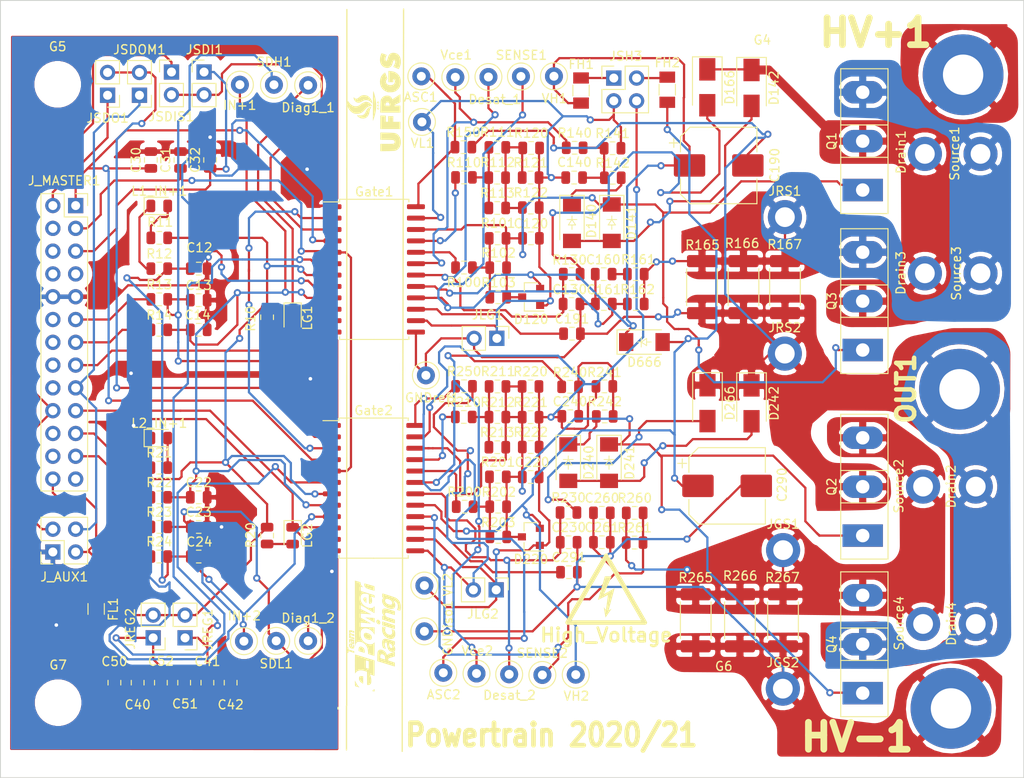
<source format=kicad_pcb>
(kicad_pcb (version 20171130) (host pcbnew "(5.1.5)-3")
  (layers (0 F.Cu signal) (31 B.Cu signal) (34 B.Paste user) (35 F.Paste user) (36 B.SilkS user) (37 F.SilkS user) (38 B.Mask user) (39 F.Mask user) (44 Edge.Cuts user))
  (net 0 "")
  (net 1 GND_ISO_1)
  (net 2 SENSE_1)
  (net 3 DESAT_1)
  (net 4 VCE-CLAMP_1)
  (net 5 CLAMP_1)
  (net 6 GND_ISO_2)
  (net 7 SENSE_2)
  (net 8 DESAT_2)
  (net 9 VCE-CLAMP_2)
  (net 10 CLAMP_2)
  (net 11 GND)
  (net 12 SD_pin_2)
  (net 13 CS)
  (net 14 CK)
  (net 15 SDI)
  (net 16 VH_1)
  (net 17 VREG_ISO_1)
  (net 18 VREG_ISO_2)
  (net 19 VBUS)
  (net 20 VH_2)
  (net 21 SD_pin_1)
  (net 22 DIAG1_2)
  (net 23 DIAG1_1)
  (net 24 INP_1)
  (net 25 INP_2)
  (net 26 SDO)
  (net 27 SD-L)
  (net 28 INM-DIAG2_2)
  (net 29 SD-H)
  (net 30 INM-DIAG2_1)
  (net 31 ASC_1)
  (net 32 GON_1)
  (net 33 GOFF_1)
  (net 34 ASC_2)
  (net 35 GON_2)
  (net 36 GOFF_2)
  (net 37 INM-DIAG2_pin_1)
  (net 38 SDI_pin_1)
  (net 39 INM-DIAG2_pin_2)
  (net 40 SDI_pin_2)
  (net 41 SDO_pin_2)
  (net 42 VL_1)
  (net 43 VL_2)
  (net 44 VREG_2)
  (net 45 VREG_1)
  (net 46 SDI_SLAVE)
  (net 47 SDO_MASTER)
  (net 48 "Net-(C140-Pad1)")
  (net 49 "Net-(C240-Pad1)")
  (net 50 "Net-(D140-Pad2)")
  (net 51 "Net-(D140-Pad1)")
  (net 52 "Net-(D240-Pad2)")
  (net 53 "Net-(D240-Pad1)")
  (net 54 "Net-(FH1-Pad1)")
  (net 55 "Net-(FH2-Pad1)")
  (net 56 "Net-(FL1-Pad2)")
  (net 57 "Net-(J_MASTER1-Pad24)")
  (net 58 "Net-(J_MASTER1-Pad16)")
  (net 59 "Net-(J_MASTER1-Pad12)")
  (net 60 "Net-(J_MASTER1-Pad8)")
  (net 61 "Net-(J_MASTER1-Pad7)")
  (net 62 "Net-(J_MASTER1-Pad4)")
  (net 63 "Net-(JGS1-Pad1)")
  (net 64 "Net-(JRS1-Pad1)")
  (net 65 "Net-(L1_IN+1-Pad2)")
  (net 66 "Net-(L2_IN+1-Pad2)")
  (net 67 "Net-(LG1-Pad2)")
  (net 68 "Net-(LG2-Pad2)")
  (net 69 "Net-(R100-Pad1)")
  (net 70 "Net-(R110-Pad1)")
  (net 71 "Net-(R200-Pad1)")
  (net 72 "Net-(R210-Pad1)")
  (net 73 "Net-(J_MASTER1-Pad22)")
  (net 74 "Net-(J_MASTER1-Pad18)")
  (net 75 "Net-(J_MASTER1-Pad14)")
  (net 76 "Net-(J_MASTER1-Pad6)")
  (net 77 "Net-(J_MASTER1-Pad25)")
  (net 78 "Net-(D142-Pad1)")
  (net 79 "Net-(D166-Pad2)")
  (net 80 "Net-(D266-Pad2)")
  (module MountingHole:MountingHole_3.2mm_M3 (layer F.Cu) (at 34.62 118.9)
    (fp_text reference G7 (at 0 -4.2) (layer F.SilkS))
    (fp_text value Logo_e-Power_Large)
    (pad 1 np_thru_hole circle (at 0 0) (size 3.2 3.2) (drill 3.2) (layers *.Cu *.Mask))
  )
  (module MountingHole:MountingHole_3.2mm_M3 (layer F.Cu) (at 108.81 119.05)
    (fp_text reference G6 (at 0 -4.2) (layer F.SilkS))
    (fp_text value Logo_e-Power_Large)
    (pad 1 np_thru_hole circle (at 0 0) (size 3.2 3.2) (drill 3.2) (layers *.Cu *.Mask))
  )
  (module MountingHole:MountingHole_3.2mm_M3 (layer F.Cu) (at 34.57 49.99)
    (fp_text reference G5 (at 0 -4.2) (layer F.SilkS))
    (fp_text value Logo_e-Power_Large)
    (pad 1 np_thru_hole circle (at 0 0) (size 3.2 3.2) (drill 3.2) (layers *.Cu *.Mask))
  )
  (module MountingHole:MountingHole_3.2mm_M3 (layer F.Cu) (at 117.89 45.03)
    (fp_text reference G4 (at -4.79 0.02) (layer F.SilkS))
    (fp_text value Logo_e-Power_Large)
    (pad 1 np_thru_hole circle (at 0 0) (size 3.2 3.2) (drill 3.2) (layers *.Cu *.Mask))
  )
  (module TestPoint:TestPoint_Loop_D1.80mm_Drill1.0mm_Beaded (layer F.Cu) (at 58.928 112.014 90)
    (fp_text reference SDL1 (at -2.54 0 180) (layer F.SilkS))
    (fp_text value Conn_01x01)
    (pad 1 thru_hole circle (at 0 0 90) (size 2 2) (drill 1) (layers *.Cu *.Mask) (net 12 SD_pin_2))
  )
  (module TestPoint:TestPoint_Loop_D1.80mm_Drill1.0mm_Beaded (layer F.Cu) (at 58.674 50.038 90)
    (fp_text reference SDH1 (at 2.54 0 180) (layer F.SilkS))
    (fp_text value Conn_01x01)
    (pad 1 thru_hole circle (at 0 0 90) (size 2 2) (drill 1) (layers *.Cu *.Mask) (net 21 SD_pin_1))
  )
  (module TestPoint:TestPoint_Loop_D1.80mm_Drill1.0mm_Beaded (layer F.Cu) (at 55.33 112.05 90)
    (fp_text reference IN+2 (at 2.83 0.042 180) (layer F.SilkS))
    (fp_text value Conn_01x01)
    (pad 1 thru_hole circle (at 0 0 90) (size 2 2) (drill 1) (layers *.Cu *.Mask) (net 37 INM-DIAG2_pin_1))
  )
  (module TestPoint:TestPoint_Loop_D1.80mm_Drill1.0mm_Beaded (layer F.Cu) (at 54.88 50.03 90)
    (fp_text reference IN+1 (at -2.294 -0.016 180) (layer F.SilkS))
    (fp_text value Conn_01x01)
    (pad 1 thru_hole circle (at 0 0 90) (size 2 2) (drill 1) (layers *.Cu *.Mask) (net 39 INM-DIAG2_pin_2))
  )
  (module TestPoint:TestPoint_Loop_D1.80mm_Drill1.0mm_Beaded (layer F.Cu) (at 62.484 112.014 90)
    (fp_text reference Diag1_2 (at 2.54 0 180) (layer F.SilkS))
    (fp_text value Conn_01x01)
    (pad 1 thru_hole circle (at 0 0 90) (size 2 2) (drill 1) (layers *.Cu *.Mask) (net 22 DIAG1_2))
  )
  (module TestPoint:TestPoint_Loop_D1.80mm_Drill1.0mm_Beaded (layer F.Cu) (at 62.484 50.09 90)
    (fp_text reference Diag1_1 (at -2.488 0 180) (layer F.SilkS))
    (fp_text value Conn_01x01)
    (pad 1 thru_hole circle (at 0 0 90) (size 2 2) (drill 1) (layers *.Cu *.Mask) (net 23 DIAG1_1))
  )
  (module TestPoint:TestPoint_Loop_D1.80mm_Drill1.0mm_Beaded (layer F.Cu) (at 88.59 115.81)
    (fp_text reference SENSE2 (at 0 -2.43) (layer F.SilkS))
    (fp_text value Conn_01x01)
    (pad 1 thru_hole circle (at 0 0) (size 2 2) (drill 1) (layers *.Cu *.Mask) (net 7 SENSE_2))
  )
  (module TestPoint:TestPoint_Loop_D1.80mm_Drill1.0mm_Beaded (layer F.Cu) (at 86.2 49.11)
    (fp_text reference SENSE1 (at 0.05 -2.37) (layer F.SilkS))
    (fp_text value Conn_01x01)
    (pad 1 thru_hole circle (at 0 0) (size 2 2) (drill 1) (layers *.Cu *.Mask) (net 2 SENSE_1))
  )
  (module MountingHole:MountingHole_4.5mm_Pad (layer F.Cu) (at 134.13 119.54)
    (fp_text reference HV-1 (at -10.46 3.2) (layer F.SilkS) (effects (font (size 3 3) (thickness 0.75))))
    (fp_text value MountingHole_Pad)
    (pad 1 thru_hole circle (at 0 0) (size 9 9) (drill 4.5) (layers *.Cu *.Mask) (net 6 GND_ISO_2))
  )
  (module MountingHole:MountingHole_4.5mm_Pad (layer F.Cu) (at 135.48 48.92)
    (fp_text reference HV+1 (at -9.73 -4.7) (layer F.SilkS) (effects (font (size 3 3) (thickness 0.75))))
    (fp_text value MountingHole_Pad)
    (pad 1 thru_hole circle (at 0 0) (size 9 9) (drill 4.5) (layers *.Cu *.Mask) (net 78 "Net-(D142-Pad1)"))
  )
  (module TestPoint:TestPoint_Loop_D1.80mm_Drill1.0mm_Beaded (layer F.Cu) (at 75.44 105.85)
    (fp_text reference VL2 (at 2.62 -0.11 90) (layer F.SilkS))
    (fp_text value Conn_01x01)
    (pad 1 thru_hole circle (at 0 0) (size 2 2) (drill 1) (layers *.Cu *.Mask) (net 43 VL_2))
  )
  (module TestPoint:TestPoint_Loop_D1.80mm_Drill1.0mm_Beaded (layer F.Cu) (at 75.17 54.18)
    (fp_text reference VL1 (at 0.06 2.36) (layer F.SilkS))
    (fp_text value Conn_01x01)
    (pad 1 thru_hole circle (at 0 0) (size 2 2) (drill 1) (layers *.Cu *.Mask) (net 42 VL_1))
  )
  (module TestPoint:TestPoint_Loop_D1.80mm_Drill1.0mm_Beaded (layer F.Cu) (at 92.31 115.78)
    (fp_text reference VH2 (at 0.07 2.38) (layer F.SilkS))
    (fp_text value Conn_01x01)
    (pad 1 thru_hole circle (at 0 0) (size 2 2) (drill 1) (layers *.Cu *.Mask) (net 20 VH_2))
  )
  (module TestPoint:TestPoint_Loop_D1.80mm_Drill1.0mm_Beaded (layer F.Cu) (at 89.88 49.09)
    (fp_text reference VH1 (at 0.06 2.48) (layer F.SilkS))
    (fp_text value Conn_01x01)
    (pad 1 thru_hole circle (at 0 0) (size 2 2) (drill 1) (layers *.Cu *.Mask) (net 16 VH_1))
  )
  (module TestPoint:TestPoint_Loop_D1.80mm_Drill1.0mm_Beaded (layer F.Cu) (at 81.25 115.65)
    (fp_text reference Vce2 (at 0.09 -2.53) (layer F.SilkS))
    (fp_text value Conn_01x01)
    (pad 1 thru_hole circle (at 0 0) (size 2 2) (drill 1) (layers *.Cu *.Mask) (net 9 VCE-CLAMP_2))
  )
  (module TestPoint:TestPoint_Loop_D1.80mm_Drill1.0mm_Beaded (layer F.Cu) (at 78.89 49.2)
    (fp_text reference Vce1 (at 0.1 -2.49) (layer F.SilkS))
    (fp_text value Conn_01x01)
    (pad 1 thru_hole circle (at 0 0) (size 2 2) (drill 1) (layers *.Cu *.Mask) (net 4 VCE-CLAMP_1))
  )
  (module TestPoint:TestPoint_Loop_D1.80mm_Drill1.0mm_Beaded (layer F.Cu) (at 75.61 82.42)
    (fp_text reference GNDref1 (at 0.7 2.5) (layer F.SilkS))
    (fp_text value Conn_01x01)
    (pad 1 thru_hole circle (at 0 0) (size 2 2) (drill 1) (layers *.Cu *.Mask) (net 1 GND_ISO_1))
  )
  (module TestPoint:TestPoint_Loop_D1.80mm_Drill1.0mm_Beaded (layer F.Cu) (at 75.44 110.95)
    (fp_text reference GNDiso1 (at 2.62 -0.37 90) (layer F.SilkS))
    (fp_text value Conn_01x01)
    (pad 1 thru_hole circle (at 0 0) (size 2 2) (drill 1) (layers *.Cu *.Mask) (net 6 GND_ISO_2))
  )
  (module TestPoint:TestPoint_Loop_D1.80mm_Drill1.0mm_Beaded (layer F.Cu) (at 84.89 115.74)
    (fp_text reference Desat_2 (at 0.03 2.33) (layer F.SilkS))
    (fp_text value Conn_01x01)
    (pad 1 thru_hole circle (at 0 0) (size 2 2) (drill 1) (layers *.Cu *.Mask) (net 8 DESAT_2))
  )
  (module TestPoint:TestPoint_Loop_D1.80mm_Drill1.0mm_Beaded (layer F.Cu) (at 82.58 49.17)
    (fp_text reference Desat_1 (at 0.7 2.5) (layer F.SilkS))
    (fp_text value Conn_01x01)
    (pad 1 thru_hole circle (at 0 0) (size 2 2) (drill 1) (layers *.Cu *.Mask) (net 3 DESAT_1))
  )
  (module TestPoint:TestPoint_Loop_D1.80mm_Drill1.0mm_Beaded (layer F.Cu) (at 77.55 115.57)
    (fp_text reference ASC2 (at 0.04 2.44) (layer F.SilkS))
    (fp_text value Conn_01x01)
    (pad 1 thru_hole circle (at 0 0) (size 2 2) (drill 1) (layers *.Cu *.Mask) (net 34 ASC_2))
  )
  (module TestPoint:TestPoint_Loop_D1.80mm_Drill1.0mm_Beaded (layer F.Cu) (at 75.1 49.1)
    (fp_text reference ASC1 (at -0.07 2.31) (layer F.SilkS))
    (fp_text value Conn_01x01)
    (pad 1 thru_hole circle (at 0 0) (size 2 2) (drill 1) (layers *.Cu *.Mask) (net 31 ASC_1))
  )
  (module e-Power_2.0:Logo_e-Power_12.4x6.0mm_SilkS (layer F.Cu) (at 69.82 111.5 90)
    (fp_text reference G3 hide)
    (fp_text value Logo_e-Power_Large hide)
  )
  (module e-Power_2.0:Logo_UFRGS_11.0x6.0mm_SilkS (layer F.Cu) (at 70.5 52.37 90)
    (fp_text reference G1 hide)
    (fp_text value Logo_UFRGS_Large hide)
  )
  (module e-Power_2.0:Logo_High_Voltage_9.1x8.0mm_SilkS (layer F.Cu) (at 95.71 106.26)
    (fp_text reference G2 hide)
    (fp_text value High_Voltage (at 0 5.11) (layer F.SilkS) (effects (font (size 1.524 1.524) (thickness 0.3))))
  )
  (module Diode_SMD:D_SMA (layer F.Cu) (at 111.9 85.54 270)
    (fp_text reference D242 (at 0 -2.5 90) (layer F.SilkS))
    (fp_text value D.N.M.)
    (pad 2 smd rect (at 2 0 270) (size 2.5 1.8) (layers F.Cu F.Paste F.Mask) (net 52 "Net-(D240-Pad2)"))
    (pad 1 smd rect (at -2 0 270) (size 2.5 1.8) (layers F.Cu F.Paste F.Mask) (net 1 GND_ISO_1))
  )
  (module Diode_SMD:D_SMA (layer F.Cu) (at 111.9 50.39 270)
    (fp_text reference D142 (at 0 -2.5 90) (layer F.SilkS))
    (fp_text value D.N.M.)
    (pad 2 smd rect (at 2 0 270) (size 2.5 1.8) (layers F.Cu F.Paste F.Mask) (net 50 "Net-(D140-Pad2)"))
    (pad 1 smd rect (at -2 0 270) (size 2.5 1.8) (layers F.Cu F.Paste F.Mask) (net 78 "Net-(D142-Pad1)"))
  )
  (module Connector_PinHeader_2.54mm:PinHeader_1x02_P2.54mm_Vertical (layer F.Cu) (at 47.256222 48.616)
    (fp_text reference JSDIS1 (at -0.012222 4.978 180) (layer F.SilkS))
    (fp_text value SolderJumper_2_Open)
    (pad 2 thru_hole oval (at 0 2.54) (size 1.7 1.7) (drill 1) (layers *.Cu *.Mask) (net 38 SDI_pin_1))
    (pad 1 thru_hole rect (at 0 0) (size 1.7 1.7) (drill 1) (layers *.Cu *.Mask) (net 46 SDI_SLAVE))
  )
  (module Capacitor_SMD:C_0805_2012Metric (layer F.Cu) (at 95.44 74.47 180)
    (fp_text reference C161 (at -0.02 1.6) (layer F.SilkS))
    (fp_text value 1n/25v)
    (pad 2 smd roundrect (at 0.9375 0 180) (size 0.975 1.4) (layers F.Cu F.Paste F.Mask) (net 1 GND_ISO_1))
    (pad 1 smd roundrect (at -0.9375 0 180) (size 0.975 1.4) (layers F.Cu F.Paste F.Mask) (net 2 SENSE_1))
  )
  (module Capacitor_SMD:C_0805_2012Metric (layer F.Cu) (at 95.42 71.14 180)
    (fp_text reference C160 (at 0.04 1.61) (layer F.SilkS))
    (fp_text value 1n/25v)
    (pad 2 smd roundrect (at 0.9375 0 180) (size 0.975 1.4) (layers F.Cu F.Paste F.Mask) (net 1 GND_ISO_1))
    (pad 1 smd roundrect (at -0.9375 0 180) (size 0.975 1.4) (layers F.Cu F.Paste F.Mask) (net 2 SENSE_1))
  )
  (module Capacitor_SMD:C_0805_2012Metric (layer F.Cu) (at 92.13 60.38 180)
    (fp_text reference C140 (at -0.03 1.7) (layer F.SilkS))
    (fp_text value D.N.M.)
    (pad 2 smd roundrect (at 0.9375 0 180) (size 0.975 1.4) (layers F.Cu F.Paste F.Mask) (net 42 VL_1))
    (pad 1 smd roundrect (at -0.9375 0 180) (size 0.975 1.4) (layers F.Cu F.Paste F.Mask) (net 48 "Net-(C140-Pad1)"))
  )
  (module Capacitor_SMD:C_0805_2012Metric (layer F.Cu) (at 91.84 74.47)
    (fp_text reference C130 (at -0.2 -1.62) (layer F.SilkS))
    (fp_text value 150pF/50v)
    (pad 2 smd roundrect (at 0.9375 0) (size 0.975 1.4) (layers F.Cu F.Paste F.Mask) (net 1 GND_ISO_1))
    (pad 1 smd roundrect (at -0.9375 0) (size 0.975 1.4) (layers F.Cu F.Paste F.Mask) (net 3 DESAT_1))
  )
  (module Capacitor_SMD:C_0805_2012Metric (layer F.Cu) (at 87.32 67.15)
    (fp_text reference C120 (at 0 -1.64) (layer F.SilkS))
    (fp_text value D.N.M.)
    (pad 1 smd roundrect (at -0.9375 0) (size 0.975 1.4) (layers F.Cu F.Paste F.Mask) (net 5 CLAMP_1))
    (pad 2 smd roundrect (at 0.9375 0) (size 0.975 1.4) (layers F.Cu F.Paste F.Mask) (net 42 VL_1))
  )
  (module Capacitor_SMD:C_0805_2012Metric (layer F.Cu) (at 46.0756 116.672 270)
    (fp_text reference C52 (at -2.402 0) (layer F.SilkS))
    (fp_text value 10u/25v)
    (pad 2 smd roundrect (at 0.9375 0 270) (size 0.975 1.4) (layers F.Cu F.Paste F.Mask) (net 11 GND))
    (pad 1 smd roundrect (at -0.9375 0 270) (size 0.975 1.4) (layers F.Cu F.Paste F.Mask) (net 44 VREG_2))
  )
  (module Capacitor_SMD:C_0805_2012Metric (layer F.Cu) (at 48.6664 116.672 270)
    (fp_text reference C51 (at 2.36 -0.11 180) (layer F.SilkS))
    (fp_text value 100n/25v)
    (pad 2 smd roundrect (at 0.9375 0 270) (size 0.975 1.4) (layers F.Cu F.Paste F.Mask) (net 11 GND))
    (pad 1 smd roundrect (at -0.9375 0 270) (size 0.975 1.4) (layers F.Cu F.Paste F.Mask) (net 44 VREG_2))
  )
  (module Capacitor_SMD:C_0805_2012Metric (layer F.Cu) (at 40.894 116.672 270)
    (fp_text reference C50 (at -2.362 0) (layer F.SilkS))
    (fp_text value 100n/25v)
    (pad 2 smd roundrect (at 0.9375 0 270) (size 0.975 1.4) (layers F.Cu F.Paste F.Mask) (net 11 GND))
    (pad 1 smd roundrect (at -0.9375 0 270) (size 0.975 1.4) (layers F.Cu F.Paste F.Mask) (net 19 VBUS))
  )
  (module Capacitor_SMD:C_0805_2012Metric (layer F.Cu) (at 53.848 116.672 270)
    (fp_text reference C42 (at 2.46 0 180) (layer F.SilkS))
    (fp_text value 10u/25v)
    (pad 2 smd roundrect (at 0.9375 0 270) (size 0.975 1.4) (layers F.Cu F.Paste F.Mask) (net 11 GND))
    (pad 1 smd roundrect (at -0.9375 0 270) (size 0.975 1.4) (layers F.Cu F.Paste F.Mask) (net 45 VREG_1))
  )
  (module Package_SO:SOP-24_7.5x15.4mm_P1.27mm (layer F.Cu) (at 69.78 94.99)
    (fp_text reference Gate2 (at 0 -8.65) (layer F.SilkS))
    (fp_text value STGAP1AS)
    (pad 24 smd roundrect (at 4.65 -6.985) (size 2 0.55) (layers F.Cu F.Paste F.Mask) (net 34 ASC_2))
    (pad 23 smd roundrect (at 4.65 -5.715) (size 2 0.55) (layers F.Cu F.Paste F.Mask) (net 43 VL_2))
    (pad 22 smd roundrect (at 4.65 -4.445) (size 2 0.55) (layers F.Cu F.Paste F.Mask) (net 10 CLAMP_2))
    (pad 21 smd roundrect (at 4.65 -3.175) (size 2 0.55) (layers F.Cu F.Paste F.Mask) (net 36 GOFF_2))
    (pad 20 smd roundrect (at 4.65 -1.905) (size 2 0.55) (layers F.Cu F.Paste F.Mask) (net 35 GON_2))
    (pad 19 smd roundrect (at 4.65 -0.635) (size 2 0.55) (layers F.Cu F.Paste F.Mask) (net 9 VCE-CLAMP_2))
    (pad 18 smd roundrect (at 4.65 0.635) (size 2 0.55) (layers F.Cu F.Paste F.Mask) (net 8 DESAT_2))
    (pad 17 smd roundrect (at 4.65 1.905) (size 2 0.55) (layers F.Cu F.Paste F.Mask) (net 20 VH_2))
    (pad 16 smd roundrect (at 4.65 3.175) (size 2 0.55) (layers F.Cu F.Paste F.Mask) (net 7 SENSE_2))
    (pad 15 smd roundrect (at 4.65 4.445) (size 2 0.55) (layers F.Cu F.Paste F.Mask) (net 18 VREG_ISO_2))
    (pad 14 smd roundrect (at 4.65 5.715) (size 2 0.55) (layers F.Cu F.Paste F.Mask) (net 43 VL_2))
    (pad 13 smd roundrect (at 4.65 6.985) (size 2 0.55) (layers F.Cu F.Paste F.Mask) (net 6 GND_ISO_2))
    (pad 12 smd roundrect (at -4.65 6.985) (size 2 0.55) (layers F.Cu F.Paste F.Mask) (net 11 GND))
    (pad 11 smd roundrect (at -4.65 5.715) (size 2 0.55) (layers F.Cu F.Paste F.Mask) (net 12 SD_pin_2))
    (pad 10 smd roundrect (at -4.65 4.445) (size 2 0.55) (layers F.Cu F.Paste F.Mask) (net 22 DIAG1_2))
    (pad 9 smd roundrect (at -4.65 3.175) (size 2 0.55) (layers F.Cu F.Paste F.Mask) (net 37 INM-DIAG2_pin_1))
    (pad 8 smd roundrect (at -4.65 1.905) (size 2 0.55) (layers F.Cu F.Paste F.Mask) (net 39 INM-DIAG2_pin_2))
    (pad 7 smd roundrect (at -4.65 0.635) (size 2 0.55) (layers F.Cu F.Paste F.Mask) (net 19 VBUS))
    (pad 6 smd roundrect (at -4.65 -0.635) (size 2 0.55) (layers F.Cu F.Paste F.Mask) (net 44 VREG_2))
    (pad 5 smd roundrect (at -4.65 -1.905) (size 2 0.55) (layers F.Cu F.Paste F.Mask) (net 14 CK))
    (pad 4 smd roundrect (at -4.65 -3.175) (size 2 0.55) (layers F.Cu F.Paste F.Mask) (net 13 CS))
    (pad 3 smd roundrect (at -4.65 -4.445) (size 2 0.55) (layers F.Cu F.Paste F.Mask) (net 40 SDI_pin_2))
    (pad 2 smd roundrect (at -4.65 -5.715) (size 2 0.55) (layers F.Cu F.Paste F.Mask) (net 41 SDO_pin_2))
    (pad 1 smd roundrect (at -4.65 -6.985) (size 2 0.55) (layers F.Cu F.Paste F.Mask) (net 11 GND))
  )
  (module Package_SO:SOP-24_7.5x15.4mm_P1.27mm (layer F.Cu) (at 69.85 70.612)
    (fp_text reference Gate1 (at 0 -8.65) (layer F.SilkS))
    (fp_text value STGAP1AS)
    (pad 24 smd roundrect (at 4.65 -6.985) (size 2 0.55) (layers F.Cu F.Paste F.Mask) (net 31 ASC_1))
    (pad 23 smd roundrect (at 4.65 -5.715) (size 2 0.55) (layers F.Cu F.Paste F.Mask) (net 42 VL_1))
    (pad 22 smd roundrect (at 4.65 -4.445) (size 2 0.55) (layers F.Cu F.Paste F.Mask) (net 5 CLAMP_1))
    (pad 21 smd roundrect (at 4.65 -3.175) (size 2 0.55) (layers F.Cu F.Paste F.Mask) (net 33 GOFF_1))
    (pad 20 smd roundrect (at 4.65 -1.905) (size 2 0.55) (layers F.Cu F.Paste F.Mask) (net 32 GON_1))
    (pad 19 smd roundrect (at 4.65 -0.635) (size 2 0.55) (layers F.Cu F.Paste F.Mask) (net 4 VCE-CLAMP_1))
    (pad 18 smd roundrect (at 4.65 0.635) (size 2 0.55) (layers F.Cu F.Paste F.Mask) (net 3 DESAT_1))
    (pad 17 smd roundrect (at 4.65 1.905) (size 2 0.55) (layers F.Cu F.Paste F.Mask) (net 16 VH_1))
    (pad 16 smd roundrect (at 4.65 3.175) (size 2 0.55) (layers F.Cu F.Paste F.Mask) (net 2 SENSE_1))
    (pad 15 smd roundrect (at 4.65 4.445) (size 2 0.55) (layers F.Cu F.Paste F.Mask) (net 17 VREG_ISO_1))
    (pad 14 smd roundrect (at 4.65 5.715) (size 2 0.55) (layers F.Cu F.Paste F.Mask) (net 42 VL_1))
    (pad 13 smd roundrect (at 4.65 6.985) (size 2 0.55) (layers F.Cu F.Paste F.Mask) (net 1 GND_ISO_1))
    (pad 12 smd roundrect (at -4.65 6.985) (size 2 0.55) (layers F.Cu F.Paste F.Mask) (net 11 GND))
    (pad 11 smd roundrect (at -4.65 5.715) (size 2 0.55) (layers F.Cu F.Paste F.Mask) (net 21 SD_pin_1))
    (pad 10 smd roundrect (at -4.65 4.445) (size 2 0.55) (layers F.Cu F.Paste F.Mask) (net 23 DIAG1_1))
    (pad 9 smd roundrect (at -4.65 3.175) (size 2 0.55) (layers F.Cu F.Paste F.Mask) (net 39 INM-DIAG2_pin_2))
    (pad 8 smd roundrect (at -4.65 1.905) (size 2 0.55) (layers F.Cu F.Paste F.Mask) (net 37 INM-DIAG2_pin_1))
    (pad 7 smd roundrect (at -4.65 0.635) (size 2 0.55) (layers F.Cu F.Paste F.Mask) (net 19 VBUS))
    (pad 6 smd roundrect (at -4.65 -0.635) (size 2 0.55) (layers F.Cu F.Paste F.Mask) (net 45 VREG_1))
    (pad 5 smd roundrect (at -4.65 -1.905) (size 2 0.55) (layers F.Cu F.Paste F.Mask) (net 14 CK))
    (pad 4 smd roundrect (at -4.65 -3.175) (size 2 0.55) (layers F.Cu F.Paste F.Mask) (net 13 CS))
    (pad 3 smd roundrect (at -4.65 -4.445) (size 2 0.55) (layers F.Cu F.Paste F.Mask) (net 38 SDI_pin_1))
    (pad 2 smd roundrect (at -4.65 -5.715) (size 2 0.55) (layers F.Cu F.Paste F.Mask) (net 40 SDI_pin_2))
    (pad 1 smd roundrect (at -4.65 -6.985) (size 2 0.55) (layers F.Cu F.Paste F.Mask) (net 11 GND))
  )
  (module MountingHole:MountingHole_2.2mm_M2_DIN965_Pad (layer F.Cu) (at 131.02 110.13)
    (fp_text reference Source4 (at -2.68 -0.08 90) (layer F.SilkS))
    (fp_text value MountingHole_Pad)
    (pad 1 thru_hole circle (at 0 0) (size 3.8 3.8) (drill 2.2) (layers *.Cu *.Mask) (net 63 "Net-(JGS1-Pad1)"))
  )
  (module MountingHole:MountingHole_2.2mm_M2_DIN965_Pad (layer F.Cu) (at 137.42 71.05)
    (fp_text reference Source3 (at -2.69 0.01 90) (layer F.SilkS))
    (fp_text value MountingHole_Pad)
    (pad 1 thru_hole circle (at 0 0) (size 3.8 3.8) (drill 2.2) (layers *.Cu *.Mask) (net 64 "Net-(JRS1-Pad1)"))
  )
  (module MountingHole:MountingHole_2.2mm_M2_DIN965_Pad (layer F.Cu) (at 131.02 94.82)
    (fp_text reference Source2 (at -2.71 -0.05 90) (layer F.SilkS))
    (fp_text value MountingHole_Pad)
    (pad 1 thru_hole circle (at 0 0) (size 3.8 3.8) (drill 2.2) (layers *.Cu *.Mask) (net 63 "Net-(JGS1-Pad1)"))
  )
  (module MountingHole:MountingHole_2.2mm_M2_DIN965_Pad (layer F.Cu) (at 137.42 57.74)
    (fp_text reference Source1 (at -2.89 -0.04 90) (layer F.SilkS))
    (fp_text value MountingHole_Pad)
    (pad 1 thru_hole circle (at 0 0) (size 3.8 3.8) (drill 2.2) (layers *.Cu *.Mask) (net 64 "Net-(JRS1-Pad1)"))
  )
  (module Resistor_SMD:R_2512_6332Metric (layer F.Cu) (at 115.41 109.72 270)
    (fp_text reference R267 (at -4.78 0.07 180) (layer F.SilkS))
    (fp_text value 0.2R/2W/1%)
    (pad 2 smd roundrect (at 2.9 0 270) (size 1.35 3.35) (layers F.Cu F.Paste F.Mask) (roundrect_rratio 0.185185) (net 6 GND_ISO_2))
    (pad 1 smd roundrect (at -2.9 0 270) (size 1.35 3.35) (layers F.Cu F.Paste F.Mask) (roundrect_rratio 0.185185) (net 63 "Net-(JGS1-Pad1)"))
  )
  (module Resistor_SMD:R_2512_6332Metric (layer F.Cu) (at 110.61 109.72 270)
    (fp_text reference R266 (at -4.95 -0.03 180) (layer F.SilkS))
    (fp_text value 0.2R/2W/1%)
    (pad 2 smd roundrect (at 2.9 0 270) (size 1.35 3.35) (layers F.Cu F.Paste F.Mask) (roundrect_rratio 0.185185) (net 6 GND_ISO_2))
    (pad 1 smd roundrect (at -2.9 0 270) (size 1.35 3.35) (layers F.Cu F.Paste F.Mask) (roundrect_rratio 0.185185) (net 63 "Net-(JGS1-Pad1)"))
  )
  (module Resistor_SMD:R_2512_6332Metric (layer F.Cu) (at 105.68 109.72 270)
    (fp_text reference R265 (at -4.76 0 180) (layer F.SilkS))
    (fp_text value 0.2R/2W/1%)
    (pad 2 smd roundrect (at 2.9 0 270) (size 1.35 3.35) (layers F.Cu F.Paste F.Mask) (roundrect_rratio 0.185185) (net 6 GND_ISO_2))
    (pad 1 smd roundrect (at -2.9 0 270) (size 1.35 3.35) (layers F.Cu F.Paste F.Mask) (roundrect_rratio 0.185185) (net 63 "Net-(JGS1-Pad1)"))
  )
  (module Resistor_SMD:R_0805_2012Metric (layer F.Cu) (at 98.87 101.06)
    (fp_text reference R261 (at 0 -1.65) (layer F.SilkS))
    (fp_text value 1K)
    (pad 2 smd roundrect (at 0.9375 0) (size 0.975 1.4) (layers F.Cu F.Paste F.Mask) (net 7 SENSE_2))
    (pad 1 smd roundrect (at -0.9375 0) (size 0.975 1.4) (layers F.Cu F.Paste F.Mask) (net 63 "Net-(JGS1-Pad1)"))
  )
  (module Resistor_SMD:R_0805_2012Metric (layer F.Cu) (at 98.88 97.75)
    (fp_text reference R260 (at 0 -1.65) (layer F.SilkS))
    (fp_text value 1K)
    (pad 2 smd roundrect (at 0.9375 0) (size 0.975 1.4) (layers F.Cu F.Paste F.Mask) (net 7 SENSE_2))
    (pad 1 smd roundrect (at -0.9375 0) (size 0.975 1.4) (layers F.Cu F.Paste F.Mask) (net 63 "Net-(JGS1-Pad1)"))
  )
  (module Resistor_SMD:R_0805_2012Metric (layer F.Cu) (at 79.86 83.64)
    (fp_text reference R250 (at 0 -1.65) (layer F.SilkS))
    (fp_text value 1K)
    (pad 2 smd roundrect (at 0.9375 0) (size 0.975 1.4) (layers F.Cu F.Paste F.Mask) (net 6 GND_ISO_2))
    (pad 1 smd roundrect (at -0.9375 0) (size 0.975 1.4) (layers F.Cu F.Paste F.Mask) (net 34 ASC_2))
  )
  (module Resistor_SMD:R_0805_2012Metric (layer F.Cu) (at 95.54 87)
    (fp_text reference R242 (at 0 -1.65) (layer F.SilkS))
    (fp_text value D.N.M.)
    (pad 2 smd roundrect (at 0.9375 0) (size 0.975 1.4) (layers F.Cu F.Paste F.Mask) (net 49 "Net-(C240-Pad1)"))
    (pad 1 smd roundrect (at -0.9375 0) (size 0.975 1.4) (layers F.Cu F.Paste F.Mask) (net 53 "Net-(D240-Pad1)"))
  )
  (module Resistor_SMD:R_0805_2012Metric (layer F.Cu) (at 95.5 83.65 180)
    (fp_text reference R241 (at 0 1.56) (layer F.SilkS))
    (fp_text value 0)
    (pad 2 smd roundrect (at 0.9375 0 180) (size 0.975 1.4) (layers F.Cu F.Paste F.Mask) (net 43 VL_2))
    (pad 1 smd roundrect (at -0.9375 0 180) (size 0.975 1.4) (layers F.Cu F.Paste F.Mask) (net 49 "Net-(C240-Pad1)"))
  )
  (module Resistor_SMD:R_0805_2012Metric (layer F.Cu) (at 91.68 83.7 180)
    (fp_text reference R240 (at 0.01 1.6) (layer F.SilkS))
    (fp_text value 0)
    (pad 2 smd roundrect (at 0.9375 0 180) (size 0.975 1.4) (layers F.Cu F.Paste F.Mask) (net 9 VCE-CLAMP_2))
    (pad 1 smd roundrect (at -0.9375 0 180) (size 0.975 1.4) (layers F.Cu F.Paste F.Mask) (net 49 "Net-(C240-Pad1)"))
  )
  (module Resistor_SMD:R_0805_2012Metric (layer F.Cu) (at 91.5 97.71)
    (fp_text reference R230 (at 0 -1.65) (layer F.SilkS))
    (fp_text value 1K)
    (pad 2 smd roundrect (at 0.9375 0) (size 0.975 1.4) (layers F.Cu F.Paste F.Mask) (net 80 "Net-(D266-Pad2)"))
    (pad 1 smd roundrect (at -0.9375 0) (size 0.975 1.4) (layers F.Cu F.Paste F.Mask) (net 8 DESAT_2))
  )
  (module Resistor_SMD:R_0805_2012Metric (layer F.Cu) (at 87.29 90.41)
    (fp_text reference R222 (at 0 -1.65) (layer F.SilkS))
    (fp_text value 0)
    (pad 2 smd roundrect (at 0.9375 0) (size 0.975 1.4) (layers F.Cu F.Paste F.Mask) (net 43 VL_2))
    (pad 1 smd roundrect (at -0.9375 0) (size 0.975 1.4) (layers F.Cu F.Paste F.Mask) (net 10 CLAMP_2))
  )
  (module Resistor_SMD:R_0805_2012Metric (layer F.Cu) (at 87.28 87.08)
    (fp_text reference R221 (at 0 -1.65) (layer F.SilkS))
    (fp_text value 0)
    (pad 2 smd roundrect (at 0.9375 0) (size 0.975 1.4) (layers F.Cu F.Paste F.Mask) (net 43 VL_2))
    (pad 1 smd roundrect (at -0.9375 0) (size 0.975 1.4) (layers F.Cu F.Paste F.Mask) (net 10 CLAMP_2))
  )
  (module Resistor_SMD:R_0805_2012Metric (layer F.Cu) (at 87.27 83.66)
    (fp_text reference R220 (at 0 -1.65) (layer F.SilkS))
    (fp_text value 0)
    (pad 2 smd roundrect (at 0.9375 0) (size 0.975 1.4) (layers F.Cu F.Paste F.Mask) (net 43 VL_2))
    (pad 1 smd roundrect (at -0.9375 0) (size 0.975 1.4) (layers F.Cu F.Paste F.Mask) (net 10 CLAMP_2))
  )
  (module Resistor_SMD:R_0805_2012Metric (layer F.Cu) (at 83.57 90.43 180)
    (fp_text reference R213 (at 0.02 1.65) (layer F.SilkS))
    (fp_text value 0)
    (pad 2 smd roundrect (at 0.9375 0 180) (size 0.975 1.4) (layers F.Cu F.Paste F.Mask) (net 72 "Net-(R210-Pad1)"))
    (pad 1 smd roundrect (at -0.9375 0 180) (size 0.975 1.4) (layers F.Cu F.Paste F.Mask) (net 10 CLAMP_2))
  )
  (module Resistor_SMD:R_0805_2012Metric (layer F.Cu) (at 83.58 87.07 180)
    (fp_text reference R212 (at -0.02 1.64) (layer F.SilkS))
    (fp_text value 0)
    (pad 2 smd roundrect (at 0.9375 0 180) (size 0.975 1.4) (layers F.Cu F.Paste F.Mask) (net 72 "Net-(R210-Pad1)"))
    (pad 1 smd roundrect (at -0.9375 0 180) (size 0.975 1.4) (layers F.Cu F.Paste F.Mask) (net 10 CLAMP_2))
  )
  (module Resistor_SMD:R_0805_2012Metric (layer F.Cu) (at 83.59 83.66 180)
    (fp_text reference R211 (at -0.06 1.67) (layer F.SilkS))
    (fp_text value 0)
    (pad 2 smd roundrect (at 0.9375 0 180) (size 0.975 1.4) (layers F.Cu F.Paste F.Mask) (net 72 "Net-(R210-Pad1)"))
    (pad 1 smd roundrect (at -0.9375 0 180) (size 0.975 1.4) (layers F.Cu F.Paste F.Mask) (net 10 CLAMP_2))
  )
  (module Resistor_SMD:R_0805_2012Metric (layer F.Cu) (at 79.83 87.06 180)
    (fp_text reference R210 (at 0 1.66) (layer F.SilkS))
    (fp_text value 0)
    (pad 2 smd roundrect (at 0.9375 0 180) (size 0.975 1.4) (layers F.Cu F.Paste F.Mask) (net 36 GOFF_2))
    (pad 1 smd roundrect (at -0.9375 0 180) (size 0.975 1.4) (layers F.Cu F.Paste F.Mask) (net 72 "Net-(R210-Pad1)"))
  )
  (module Resistor_SMD:R_0805_2012Metric (layer F.Cu) (at 83.6775 100.43 180)
    (fp_text reference R203 (at 0.0075 1.61) (layer F.SilkS))
    (fp_text value 0)
    (pad 2 smd roundrect (at 0.9375 0 180) (size 0.975 1.4) (layers F.Cu F.Paste F.Mask) (net 71 "Net-(R200-Pad1)"))
    (pad 1 smd roundrect (at -0.9375 0 180) (size 0.975 1.4) (layers F.Cu F.Paste F.Mask) (net 10 CLAMP_2))
  )
  (module Resistor_SMD:R_0805_2012Metric (layer F.Cu) (at 83.66 97.06 180)
    (fp_text reference R202 (at -0.07 1.62) (layer F.SilkS))
    (fp_text value 0)
    (pad 2 smd roundrect (at 0.9375 0 180) (size 0.975 1.4) (layers F.Cu F.Paste F.Mask) (net 71 "Net-(R200-Pad1)"))
    (pad 1 smd roundrect (at -0.9375 0 180) (size 0.975 1.4) (layers F.Cu F.Paste F.Mask) (net 10 CLAMP_2))
  )
  (module Resistor_SMD:R_0805_2012Metric (layer F.Cu) (at 83.63 93.73 180)
    (fp_text reference R201 (at 0 1.64) (layer F.SilkS))
    (fp_text value 0)
    (pad 2 smd roundrect (at 0.9375 0 180) (size 0.975 1.4) (layers F.Cu F.Paste F.Mask) (net 71 "Net-(R200-Pad1)"))
    (pad 1 smd roundrect (at -0.9375 0 180) (size 0.975 1.4) (layers F.Cu F.Paste F.Mask) (net 10 CLAMP_2))
  )
  (module Resistor_SMD:R_0805_2012Metric (layer F.Cu) (at 79.93 97.06 180)
    (fp_text reference R200 (at 0.02 1.64) (layer F.SilkS))
    (fp_text value 0)
    (pad 2 smd roundrect (at 0.9375 0 180) (size 0.975 1.4) (layers F.Cu F.Paste F.Mask) (net 35 GON_2))
    (pad 1 smd roundrect (at -0.9375 0 180) (size 0.975 1.4) (layers F.Cu F.Paste F.Mask) (net 71 "Net-(R200-Pad1)"))
  )
  (module Resistor_SMD:R_2512_6332Metric (layer F.Cu) (at 115.63 72.59 270)
    (fp_text reference R167 (at -4.75 0.04 180) (layer F.SilkS))
    (fp_text value 0.2R/2W/1%)
    (pad 2 smd roundrect (at 2.9 0 270) (size 1.35 3.35) (layers F.Cu F.Paste F.Mask) (roundrect_rratio 0.185185) (net 1 GND_ISO_1))
    (pad 1 smd roundrect (at -2.9 0 270) (size 1.35 3.35) (layers F.Cu F.Paste F.Mask) (roundrect_rratio 0.185185) (net 64 "Net-(JRS1-Pad1)"))
  )
  (module Resistor_SMD:R_2512_6332Metric (layer F.Cu) (at 111.005 72.59 270)
    (fp_text reference R166 (at -4.88 0.155) (layer F.SilkS))
    (fp_text value 0.2R/2W/1%)
    (pad 2 smd roundrect (at 2.9 0 270) (size 1.35 3.35) (layers F.Cu F.Paste F.Mask) (roundrect_rratio 0.185185) (net 1 GND_ISO_1))
    (pad 1 smd roundrect (at -2.9 0 270) (size 1.35 3.35) (layers F.Cu F.Paste F.Mask) (roundrect_rratio 0.185185) (net 64 "Net-(JRS1-Pad1)"))
  )
  (module Resistor_SMD:R_2512_6332Metric (layer F.Cu) (at 106.38 72.59 270)
    (fp_text reference R165 (at -4.7 -0.06) (layer F.SilkS))
    (fp_text value 0.2R/2W/1%)
    (pad 2 smd roundrect (at 2.9 0 270) (size 1.35 3.35) (layers F.Cu F.Paste F.Mask) (roundrect_rratio 0.185185) (net 1 GND_ISO_1))
    (pad 1 smd roundrect (at -2.9 0 270) (size 1.35 3.35) (layers F.Cu F.Paste F.Mask) (roundrect_rratio 0.185185) (net 64 "Net-(JRS1-Pad1)"))
  )
  (module Resistor_SMD:R_0805_2012Metric (layer F.Cu) (at 99 74.47 180)
    (fp_text reference R162 (at -0.2 1.62) (layer F.SilkS))
    (fp_text value 1K)
    (pad 2 smd roundrect (at 0.9375 0 180) (size 0.975 1.4) (layers F.Cu F.Paste F.Mask) (net 2 SENSE_1))
    (pad 1 smd roundrect (at -0.9375 0 180) (size 0.975 1.4) (layers F.Cu F.Paste F.Mask) (net 64 "Net-(JRS1-Pad1)"))
  )
  (module Resistor_SMD:R_0805_2012Metric (layer F.Cu) (at 99 71.14 180)
    (fp_text reference R161 (at -0.28 1.62) (layer F.SilkS))
    (fp_text value 1K)
    (pad 2 smd roundrect (at 0.9375 0 180) (size 0.975 1.4) (layers F.Cu F.Paste F.Mask) (net 2 SENSE_1))
    (pad 1 smd roundrect (at -0.9375 0 180) (size 0.975 1.4) (layers F.Cu F.Paste F.Mask) (net 64 "Net-(JRS1-Pad1)"))
  )
  (module Resistor_SMD:R_0805_2012Metric (layer F.Cu) (at 79.79 56.99)
    (fp_text reference R150 (at 0 -1.65) (layer F.SilkS))
    (fp_text value 1K)
    (pad 2 smd roundrect (at 0.9375 0) (size 0.975 1.4) (layers F.Cu F.Paste F.Mask) (net 1 GND_ISO_1))
    (pad 1 smd roundrect (at -0.9375 0) (size 0.975 1.4) (layers F.Cu F.Paste F.Mask) (net 31 ASC_1))
  )
  (module Resistor_SMD:R_0805_2012Metric (layer F.Cu) (at 96.4375 60.4 180)
    (fp_text reference R142 (at 0.02 1.64) (layer F.SilkS))
    (fp_text value D.N.M.)
    (pad 1 smd roundrect (at -0.9375 0 180) (size 0.975 1.4) (layers F.Cu F.Paste F.Mask) (net 51 "Net-(D140-Pad1)"))
    (pad 2 smd roundrect (at 0.9375 0 180) (size 0.975 1.4) (layers F.Cu F.Paste F.Mask) (net 48 "Net-(C140-Pad1)"))
  )
  (module Resistor_SMD:R_0805_2012Metric (layer F.Cu) (at 96.41 57.11)
    (fp_text reference R141 (at 0 -1.65) (layer F.SilkS))
    (fp_text value 0)
    (pad 2 smd roundrect (at 0.9375 0) (size 0.975 1.4) (layers F.Cu F.Paste F.Mask) (net 42 VL_1))
    (pad 1 smd roundrect (at -0.9375 0) (size 0.975 1.4) (layers F.Cu F.Paste F.Mask) (net 48 "Net-(C140-Pad1)"))
  )
  (module Resistor_SMD:R_0805_2012Metric (layer F.Cu) (at 92.19 57.06)
    (fp_text reference R140 (at 0 -1.65) (layer F.SilkS))
    (fp_text value 0)
    (pad 2 smd roundrect (at 0.9375 0) (size 0.975 1.4) (layers F.Cu F.Paste F.Mask) (net 48 "Net-(C140-Pad1)"))
    (pad 1 smd roundrect (at -0.9375 0) (size 0.975 1.4) (layers F.Cu F.Paste F.Mask) (net 4 VCE-CLAMP_1))
  )
  (module Resistor_SMD:R_0805_2012Metric (layer F.Cu) (at 91.86 71.13)
    (fp_text reference R130 (at -0.24 -1.57) (layer F.SilkS))
    (fp_text value 1K)
    (pad 2 smd roundrect (at 0.9375 0) (size 0.975 1.4) (layers F.Cu F.Paste F.Mask) (net 79 "Net-(D166-Pad2)"))
    (pad 1 smd roundrect (at -0.9375 0) (size 0.975 1.4) (layers F.Cu F.Paste F.Mask) (net 3 DESAT_1))
  )
  (module Resistor_SMD:R_0805_2012Metric (layer F.Cu) (at 87.3 63.72)
    (fp_text reference R122 (at 0 -1.65) (layer F.SilkS))
    (fp_text value D.N.M.)
    (pad 2 smd roundrect (at 0.9375 0) (size 0.975 1.4) (layers F.Cu F.Paste F.Mask) (net 42 VL_1))
    (pad 1 smd roundrect (at -0.9375 0) (size 0.975 1.4) (layers F.Cu F.Paste F.Mask) (net 5 CLAMP_1))
  )
  (module Resistor_SMD:R_0805_2012Metric (layer F.Cu) (at 87.28 60.38)
    (fp_text reference R121 (at 0 -1.65) (layer F.SilkS))
    (fp_text value D.N.M.)
    (pad 2 smd roundrect (at 0.9375 0) (size 0.975 1.4) (layers F.Cu F.Paste F.Mask) (net 42 VL_1))
    (pad 1 smd roundrect (at -0.9375 0) (size 0.975 1.4) (layers F.Cu F.Paste F.Mask) (net 5 CLAMP_1))
  )
  (module Resistor_SMD:R_0805_2012Metric (layer F.Cu) (at 87.34 57.08)
    (fp_text reference R120 (at 0 -1.65) (layer F.SilkS))
    (fp_text value D.N.M.)
    (pad 2 smd roundrect (at 0.9375 0) (size 0.975 1.4) (layers F.Cu F.Paste F.Mask) (net 42 VL_1))
    (pad 1 smd roundrect (at -0.9375 0) (size 0.975 1.4) (layers F.Cu F.Paste F.Mask) (net 5 CLAMP_1))
  )
  (module Resistor_SMD:R_0805_2012Metric (layer F.Cu) (at 83.56 63.77 180)
    (fp_text reference R113 (at -0.02 1.66) (layer F.SilkS))
    (fp_text value D.N.M.)
    (pad 2 smd roundrect (at 0.9375 0 180) (size 0.975 1.4) (layers F.Cu F.Paste F.Mask) (net 70 "Net-(R110-Pad1)"))
    (pad 1 smd roundrect (at -0.9375 0 180) (size 0.975 1.4) (layers F.Cu F.Paste F.Mask) (net 5 CLAMP_1))
  )
  (module Resistor_SMD:R_0805_2012Metric (layer F.Cu) (at 83.55 60.39 180)
    (fp_text reference R112 (at -0.05 1.7) (layer F.SilkS))
    (fp_text value D.N.M.)
    (pad 2 smd roundrect (at 0.9375 0 180) (size 0.975 1.4) (layers F.Cu F.Paste F.Mask) (net 70 "Net-(R110-Pad1)"))
    (pad 1 smd roundrect (at -0.9375 0 180) (size 0.975 1.4) (layers F.Cu F.Paste F.Mask) (net 5 CLAMP_1))
  )
  (module Resistor_SMD:R_0805_2012Metric (layer F.Cu) (at 83.57 57.01 180)
    (fp_text reference R111 (at 0.01 1.7) (layer F.SilkS))
    (fp_text value D.N.M.)
    (pad 2 smd roundrect (at 0.9375 0 180) (size 0.975 1.4) (layers F.Cu F.Paste F.Mask) (net 70 "Net-(R110-Pad1)"))
    (pad 1 smd roundrect (at -0.9375 0 180) (size 0.975 1.4) (layers F.Cu F.Paste F.Mask) (net 5 CLAMP_1))
  )
  (module Resistor_SMD:R_0805_2012Metric (layer F.Cu) (at 79.85 60.36 180)
    (fp_text reference R110 (at 0 1.65) (layer F.SilkS))
    (fp_text value D.N.M.)
    (pad 2 smd roundrect (at 0.9375 0 180) (size 0.975 1.4) (layers F.Cu F.Paste F.Mask) (net 33 GOFF_1))
    (pad 1 smd roundrect (at -0.9375 0 180) (size 0.975 1.4) (layers F.Cu F.Paste F.Mask) (net 70 "Net-(R110-Pad1)"))
  )
  (module Resistor_SMD:R_0805_2012Metric (layer F.Cu) (at 83.67 73.72 180)
    (fp_text reference R103 (at -0.03 1.63) (layer F.SilkS))
    (fp_text value D.N.M.)
    (pad 2 smd roundrect (at 0.9375 0 180) (size 0.975 1.4) (layers F.Cu F.Paste F.Mask) (net 69 "Net-(R100-Pad1)"))
    (pad 1 smd roundrect (at -0.9375 0 180) (size 0.975 1.4) (layers F.Cu F.Paste F.Mask) (net 5 CLAMP_1))
  )
  (module Resistor_SMD:R_0805_2012Metric (layer F.Cu) (at 83.66 70.42 180)
    (fp_text reference R102 (at -0.04 1.64) (layer F.SilkS))
    (fp_text value D.N.M.)
    (pad 2 smd roundrect (at 0.9375 0 180) (size 0.975 1.4) (layers F.Cu F.Paste F.Mask) (net 69 "Net-(R100-Pad1)"))
    (pad 1 smd roundrect (at -0.9375 0 180) (size 0.975 1.4) (layers F.Cu F.Paste F.Mask) (net 5 CLAMP_1))
  )
  (module Resistor_SMD:R_0805_2012Metric (layer F.Cu) (at 83.6 67.15 180)
    (fp_text reference R101 (at -0.05 1.68) (layer F.SilkS))
    (fp_text value D.N.M.)
    (pad 2 smd roundrect (at 0.9375 0 180) (size 0.975 1.4) (layers F.Cu F.Paste F.Mask) (net 69 "Net-(R100-Pad1)"))
    (pad 1 smd roundrect (at -0.9375 0 180) (size 0.975 1.4) (layers F.Cu F.Paste F.Mask) (net 5 CLAMP_1))
  )
  (module Resistor_SMD:R_0805_2012Metric (layer F.Cu) (at 79.85 70.41 180)
    (fp_text reference R100 (at 0 -1.65) (layer F.SilkS))
    (fp_text value D.N.M.)
    (pad 2 smd roundrect (at 0.9375 0 180) (size 0.975 1.4) (layers F.Cu F.Paste F.Mask) (net 32 GON_1))
    (pad 1 smd roundrect (at -0.9375 0 180) (size 0.975 1.4) (layers F.Cu F.Paste F.Mask) (net 69 "Net-(R100-Pad1)"))
  )
  (module Resistor_SMD:R_0805_2012Metric (layer F.Cu) (at 45.8955 102.616)
    (fp_text reference R24 (at 0 -1.65) (layer F.SilkS))
    (fp_text value 100R)
    (pad 2 smd roundrect (at 0.9375 0) (size 0.975 1.4) (layers F.Cu F.Paste F.Mask) (net 37 INM-DIAG2_pin_1))
    (pad 1 smd roundrect (at -0.9375 0) (size 0.975 1.4) (layers F.Cu F.Paste F.Mask) (net 25 INP_2))
  )
  (module Resistor_SMD:R_0805_2012Metric (layer F.Cu) (at 45.8955 99.314)
    (fp_text reference R23 (at 0 -1.65) (layer F.SilkS))
    (fp_text value 100R)
    (pad 2 smd roundrect (at 0.9375 0) (size 0.975 1.4) (layers F.Cu F.Paste F.Mask) (net 12 SD_pin_2))
    (pad 1 smd roundrect (at -0.9375 0) (size 0.975 1.4) (layers F.Cu F.Paste F.Mask) (net 27 SD-L))
  )
  (module Resistor_SMD:R_0805_2012Metric (layer F.Cu) (at 45.8955 96.012)
    (fp_text reference R22 (at 0 -1.65) (layer F.SilkS))
    (fp_text value 750)
    (pad 2 smd roundrect (at 0.9375 0) (size 0.975 1.4) (layers F.Cu F.Paste F.Mask) (net 39 INM-DIAG2_pin_2))
    (pad 1 smd roundrect (at -0.9375 0) (size 0.975 1.4) (layers F.Cu F.Paste F.Mask) (net 28 INM-DIAG2_2))
  )
  (module Resistor_SMD:R_0805_2012Metric (layer F.Cu) (at 45.8955 92.71)
    (fp_text reference R21 (at 0 -1.65) (layer F.SilkS))
    (fp_text value 750)
    (pad 2 smd roundrect (at 0.9375 0) (size 0.975 1.4) (layers F.Cu F.Paste F.Mask) (net 66 "Net-(L2_IN+1-Pad2)"))
    (pad 1 smd roundrect (at -0.9375 0) (size 0.975 1.4) (layers F.Cu F.Paste F.Mask) (net 19 VBUS))
  )
  (module Resistor_SMD:R_0805_2012Metric (layer F.Cu) (at 57.912 100.28 270)
    (fp_text reference R20 (at -0.05 1.83 90) (layer F.SilkS))
    (fp_text value 750)
    (pad 2 smd roundrect (at 0.9375 0 270) (size 0.975 1.4) (layers F.Cu F.Paste F.Mask) (net 68 "Net-(LG2-Pad2)"))
    (pad 1 smd roundrect (at -0.9375 0 270) (size 0.975 1.4) (layers F.Cu F.Paste F.Mask) (net 19 VBUS))
  )
  (module Resistor_SMD:R_0805_2012Metric (layer F.Cu) (at 45.8955 77.35)
    (fp_text reference R14 (at 0 -1.65) (layer F.SilkS))
    (fp_text value 100R)
    (pad 2 smd roundrect (at 0.9375 0) (size 0.975 1.4) (layers F.Cu F.Paste F.Mask) (net 39 INM-DIAG2_pin_2))
    (pad 1 smd roundrect (at -0.9375 0) (size 0.975 1.4) (layers F.Cu F.Paste F.Mask) (net 24 INP_1))
  )
  (module Resistor_SMD:R_0805_2012Metric (layer F.Cu) (at 45.8955 73.95)
    (fp_text reference R13 (at 0 -1.65) (layer F.SilkS))
    (fp_text value 100R)
    (pad 2 smd roundrect (at 0.9375 0) (size 0.975 1.4) (layers F.Cu F.Paste F.Mask) (net 21 SD_pin_1))
    (pad 1 smd roundrect (at -0.9375 0) (size 0.975 1.4) (layers F.Cu F.Paste F.Mask) (net 29 SD-H))
  )
  (module Resistor_SMD:R_0805_2012Metric (layer F.Cu) (at 45.8955 70.53)
    (fp_text reference R12 (at 0 -1.65) (layer F.SilkS))
    (fp_text value 750)
    (pad 2 smd roundrect (at 0.9375 0) (size 0.975 1.4) (layers F.Cu F.Paste F.Mask) (net 37 INM-DIAG2_pin_1))
    (pad 1 smd roundrect (at -0.9375 0) (size 0.975 1.4) (layers F.Cu F.Paste F.Mask) (net 30 INM-DIAG2_1))
  )
  (module Resistor_SMD:R_0805_2012Metric (layer F.Cu) (at 45.8955 67.1 180)
    (fp_text reference R11 (at -0.1 1.76) (layer F.SilkS))
    (fp_text value 750)
    (pad 2 smd roundrect (at 0.9375 0 180) (size 0.975 1.4) (layers F.Cu F.Paste F.Mask) (net 65 "Net-(L1_IN+1-Pad2)"))
    (pad 1 smd roundrect (at -0.9375 0 180) (size 0.975 1.4) (layers F.Cu F.Paste F.Mask) (net 19 VBUS))
  )
  (module Resistor_SMD:R_0805_2012Metric (layer F.Cu) (at 57.912 75.946 270)
    (fp_text reference R10 (at 0.16 1.84 90) (layer F.SilkS))
    (fp_text value 750)
    (pad 2 smd roundrect (at 0.9375 0 270) (size 0.975 1.4) (layers F.Cu F.Paste F.Mask) (net 67 "Net-(LG1-Pad2)"))
    (pad 1 smd roundrect (at -0.9375 0 270) (size 0.975 1.4) (layers F.Cu F.Paste F.Mask) (net 19 VBUS))
  )
  (module Package_TO_SOT_THT:TO-247-3_Vertical (layer F.Cu) (at 124.29 117.84 90)
    (fp_text reference Q4 (at 5.45 -3.45 90) (layer F.SilkS))
    (fp_text value STGW40H120DF2)
    (pad 3 thru_hole oval (at 10.9 0 90) (size 2.5 4.5) (drill 1.5) (layers *.Cu *.Mask) (net 63 "Net-(JGS1-Pad1)"))
    (pad 2 thru_hole oval (at 5.45 0 90) (size 2.5 4.5) (drill 1.5) (layers *.Cu *.Mask) (net 1 GND_ISO_1))
    (pad 1 thru_hole rect (at 0 0 90) (size 2.5 4.5) (drill 1.5) (layers *.Cu *.Mask) (net 10 CLAMP_2))
  )
  (module Package_TO_SOT_THT:TO-247-3_Vertical (layer F.Cu) (at 124.29 79.6 90)
    (fp_text reference Q3 (at 5.45 -3.45 90) (layer F.SilkS))
    (fp_text value STGW40H120DF2)
    (pad 3 thru_hole oval (at 10.9 0 90) (size 2.5 4.5) (drill 1.5) (layers *.Cu *.Mask) (net 64 "Net-(JRS1-Pad1)"))
    (pad 2 thru_hole oval (at 5.45 0 90) (size 2.5 4.5) (drill 1.5) (layers *.Cu *.Mask) (net 78 "Net-(D142-Pad1)"))
    (pad 1 thru_hole rect (at 0 0 90) (size 2.5 4.5) (drill 1.5) (layers *.Cu *.Mask) (net 5 CLAMP_1))
  )
  (module Package_TO_SOT_THT:TO-247-3_Vertical (layer F.Cu) (at 124.29 100.28 90)
    (fp_text reference Q2 (at 5.45 -3.45 90) (layer F.SilkS))
    (fp_text value STGW40H120DF2)
    (pad 3 thru_hole oval (at 10.9 0 90) (size 2.5 4.5) (drill 1.5) (layers *.Cu *.Mask) (net 63 "Net-(JGS1-Pad1)"))
    (pad 2 thru_hole oval (at 5.45 0 90) (size 2.5 4.5) (drill 1.5) (layers *.Cu *.Mask) (net 1 GND_ISO_1))
    (pad 1 thru_hole rect (at 0 0 90) (size 2.5 4.5) (drill 1.5) (layers *.Cu *.Mask) (net 10 CLAMP_2))
  )
  (module Package_TO_SOT_THT:TO-247-3_Vertical (layer F.Cu) (at 124.29 61.77 90)
    (fp_text reference Q1 (at 5.45 -3.45 90) (layer F.SilkS))
    (fp_text value STGW40H120DF2)
    (pad 3 thru_hole oval (at 10.9 0 90) (size 2.5 4.5) (drill 1.5) (layers *.Cu *.Mask) (net 64 "Net-(JRS1-Pad1)"))
    (pad 2 thru_hole oval (at 5.45 0 90) (size 2.5 4.5) (drill 1.5) (layers *.Cu *.Mask) (net 78 "Net-(D142-Pad1)"))
    (pad 1 thru_hole rect (at 0 0 90) (size 2.5 4.5) (drill 1.5) (layers *.Cu *.Mask) (net 5 CLAMP_1))
  )
  (module MountingHole:MountingHole_4.5mm_Pad (layer F.Cu) (at 135.08 83.97)
    (fp_text reference OUT1 (at -5.96 -0.08 90) (layer F.SilkS) (effects (font (size 2 2) (thickness 0.5))))
    (fp_text value MountingHole_Pad)
    (pad 1 thru_hole circle (at 0 0) (size 9 9) (drill 4.5) (layers *.Cu *.Mask) (net 1 GND_ISO_1))
  )
  (module LED_SMD:LED_0805_2012Metric (layer F.Cu) (at 60.76 100.29 270)
    (fp_text reference LG2 (at 0 -1.65 90) (layer F.SilkS))
    (fp_text value RED)
    (pad 2 smd roundrect (at 0.9375 0 270) (size 0.975 1.4) (layers F.Cu F.Paste F.Mask) (net 68 "Net-(LG2-Pad2)"))
    (pad 1 smd roundrect (at -0.9375 0 270) (size 0.975 1.4) (layers F.Cu F.Paste F.Mask) (net 22 DIAG1_2))
  )
  (module LED_SMD:LED_0805_2012Metric (layer F.Cu) (at 60.76 76.038 270)
    (fp_text reference LG1 (at 0 -1.65 90) (layer F.SilkS))
    (fp_text value RED)
    (pad 2 smd roundrect (at 0.9375 0 270) (size 0.975 1.4) (layers F.Cu F.Paste F.Mask) (net 67 "Net-(LG1-Pad2)"))
    (pad 1 smd roundrect (at -0.9375 0 270) (size 0.975 1.4) (layers F.Cu F.Paste F.Mask) (net 23 DIAG1_1))
  )
  (module LED_SMD:LED_0805_2012Metric (layer F.Cu) (at 45.8955 89.408)
    (fp_text reference L2_IN+1 (at 0 -1.65) (layer F.SilkS))
    (fp_text value RED)
    (pad 2 smd roundrect (at 0.9375 0) (size 0.975 1.4) (layers F.Cu F.Paste F.Mask) (net 66 "Net-(L2_IN+1-Pad2)"))
    (pad 1 smd roundrect (at -0.9375 0) (size 0.975 1.4) (layers F.Cu F.Paste F.Mask) (net 28 INM-DIAG2_2))
  )
  (module LED_SMD:LED_0805_2012Metric (layer F.Cu) (at 45.8955 63.54)
    (fp_text reference L1_IN+1 (at 0 -1.65) (layer F.SilkS))
    (fp_text value RED)
    (pad 2 smd roundrect (at 0.9375 0) (size 0.975 1.4) (layers F.Cu F.Paste F.Mask) (net 65 "Net-(L1_IN+1-Pad2)"))
    (pad 1 smd roundrect (at -0.9375 0) (size 0.975 1.4) (layers F.Cu F.Paste F.Mask) (net 30 INM-DIAG2_1))
  )
  (module Connector_PinSocket_2.54mm:PinSocket_2x02_P2.54mm_Vertical (layer F.Cu) (at 96.55 49.29 90)
    (fp_text reference JSH3 (at 2.44 1.34 180) (layer F.SilkS))
    (fp_text value Conn_01x04)
    (pad 4 thru_hole oval (at -2.54 2.54 90) (size 1.7 1.7) (drill 1) (layers *.Cu *.Mask) (net 43 VL_2))
    (pad 3 thru_hole oval (at 0 2.54 90) (size 1.7 1.7) (drill 1) (layers *.Cu *.Mask) (net 55 "Net-(FH2-Pad1)"))
    (pad 2 thru_hole oval (at -2.54 0 90) (size 1.7 1.7) (drill 1) (layers *.Cu *.Mask) (net 42 VL_1))
    (pad 1 thru_hole rect (at 0 0 90) (size 1.7 1.7) (drill 1) (layers *.Cu *.Mask) (net 54 "Net-(FH1-Pad1)"))
  )
  (module Connector_PinHeader_2.54mm:PinHeader_1x02_P2.54mm_Vertical (layer F.Cu) (at 43.688 51.206 180)
    (fp_text reference JSDOM1 (at 0 5.08) (layer F.SilkS))
    (fp_text value SolderJumper_2_Open)
    (pad 2 thru_hole oval (at 0 2.54 180) (size 1.7 1.7) (drill 1) (layers *.Cu *.Mask) (net 41 SDO_pin_2))
    (pad 1 thru_hole rect (at 0 0 180) (size 1.7 1.7) (drill 1) (layers *.Cu *.Mask) (net 47 SDO_MASTER))
  )
  (module Connector_PinHeader_2.54mm:PinHeader_1x02_P2.54mm_Vertical (layer F.Cu) (at 40.132 51.206 180)
    (fp_text reference JSDO1 (at 0 -2.54 180) (layer F.SilkS))
    (fp_text value SolderJumper_2_Open)
    (pad 2 thru_hole oval (at 0 2.54 180) (size 1.7 1.7) (drill 1) (layers *.Cu *.Mask) (net 41 SDO_pin_2))
    (pad 1 thru_hole rect (at 0 0 180) (size 1.7 1.7) (drill 1) (layers *.Cu *.Mask) (net 26 SDO))
  )
  (module Connector_PinHeader_2.54mm:PinHeader_1x02_P2.54mm_Vertical (layer F.Cu) (at 50.886666 48.616)
    (fp_text reference JSDI1 (at 0.043334 -2.49) (layer F.SilkS))
    (fp_text value SolderJumper_2_Open)
    (pad 2 thru_hole oval (at 0 2.54) (size 1.7 1.7) (drill 1) (layers *.Cu *.Mask) (net 38 SDI_pin_1))
    (pad 1 thru_hole rect (at 0 0) (size 1.7 1.7) (drill 1) (layers *.Cu *.Mask) (net 15 SDI))
  )
  (module MountingHole:MountingHole_2.2mm_M2_DIN965_Pad (layer F.Cu) (at 115.61 80)
    (fp_text reference JRS2 (at 0 -2.9) (layer F.SilkS))
    (fp_text value MountingHole_Pad)
    (pad 1 thru_hole circle (at 0 0) (size 3.8 3.8) (drill 2.2) (layers *.Cu *.Mask) (net 1 GND_ISO_1))
  )
  (module MountingHole:MountingHole_2.2mm_M2_DIN965_Pad (layer F.Cu) (at 115.62 64.79)
    (fp_text reference JRS1 (at 0 -2.9) (layer F.SilkS))
    (fp_text value MountingHole_Pad)
    (pad 1 thru_hole circle (at 0 0) (size 3.8 3.8) (drill 2.2) (layers *.Cu *.Mask) (net 64 "Net-(JRS1-Pad1)"))
  )
  (module Connector_PinHeader_2.54mm:PinHeader_1x02_P2.54mm_Vertical (layer F.Cu) (at 45.212 111.68 180)
    (fp_text reference JREG2 (at 2.54 1.016 270) (layer F.SilkS))
    (fp_text value OPEN)
    (pad 2 thru_hole oval (at 0 2.54 180) (size 1.7 1.7) (drill 1) (layers *.Cu *.Mask) (net 19 VBUS))
    (pad 1 thru_hole rect (at 0 0 180) (size 1.7 1.7) (drill 1) (layers *.Cu *.Mask) (net 44 VREG_2))
  )
  (module Connector_PinHeader_2.54mm:PinHeader_1x02_P2.54mm_Vertical (layer F.Cu) (at 48.768 111.68 180)
    (fp_text reference JREG1 (at -2.54 0.936 90) (layer F.SilkS))
    (fp_text value OPEN)
    (pad 2 thru_hole oval (at 0 2.54 180) (size 1.7 1.7) (drill 1) (layers *.Cu *.Mask) (net 19 VBUS))
    (pad 1 thru_hole rect (at 0 0 180) (size 1.7 1.7) (drill 1) (layers *.Cu *.Mask) (net 45 VREG_1))
  )
  (module Connector_PinHeader_2.54mm:PinHeader_1x02_P2.54mm_Vertical (layer F.Cu) (at 83.44 106.33 270)
    (fp_text reference JLG2 (at 2.69 1.48 180) (layer F.SilkS))
    (fp_text value Conn_01x02)
    (pad 2 thru_hole oval (at 0 2.54 270) (size 1.7 1.7) (drill 1) (layers *.Cu *.Mask) (net 6 GND_ISO_2))
    (pad 1 thru_hole rect (at 0 0 270) (size 1.7 1.7) (drill 1) (layers *.Cu *.Mask) (net 43 VL_2))
  )
  (module Connector_PinHeader_2.54mm:PinHeader_1x02_P2.54mm_Vertical (layer F.Cu) (at 83.52 78.3 270)
    (fp_text reference JLG1 (at -2.62 1.02 180) (layer F.SilkS))
    (fp_text value Conn_01x02)
    (pad 1 thru_hole rect (at 0 0 270) (size 1.7 1.7) (drill 1) (layers *.Cu *.Mask) (net 42 VL_1))
    (pad 2 thru_hole oval (at 0 2.54 270) (size 1.7 1.7) (drill 1) (layers *.Cu *.Mask) (net 1 GND_ISO_1))
  )
  (module MountingHole:MountingHole_2.2mm_M2_DIN965_Pad (layer F.Cu) (at 115.39 117.34)
    (fp_text reference JGS2 (at 0 -2.9) (layer F.SilkS))
    (fp_text value MountingHole_Pad)
    (pad 1 thru_hole circle (at 0 0) (size 3.8 3.8) (drill 2.2) (layers *.Cu *.Mask) (net 6 GND_ISO_2))
  )
  (module MountingHole:MountingHole_2.2mm_M2_DIN965_Pad (layer F.Cu) (at 115.42 101.9)
    (fp_text reference JGS1 (at 0 -2.9) (layer F.SilkS))
    (fp_text value MountingHole_Pad)
    (pad 1 thru_hole circle (at 0 0) (size 3.8 3.8) (drill 2.2) (layers *.Cu *.Mask) (net 63 "Net-(JGS1-Pad1)"))
  )
  (module Connector_PinSocket_2.54mm:PinSocket_2x13_P2.54mm_Vertical (layer F.Cu) (at 36.576 63.5)
    (fp_text reference J_MASTER1 (at -1.27 -2.77) (layer F.SilkS))
    (fp_text value Conn_02x13_Odd_Even)
    (pad 1 thru_hole rect (at 0 0) (size 1.7 1.7) (drill 1) (layers *.Cu *.Mask) (net 13 CS))
    (pad 2 thru_hole oval (at -2.54 0) (size 1.7 1.7) (drill 1) (layers *.Cu *.Mask) (net 26 SDO))
    (pad 3 thru_hole oval (at 0 2.54) (size 1.7 1.7) (drill 1) (layers *.Cu *.Mask) (net 14 CK))
    (pad 4 thru_hole oval (at -2.54 2.54) (size 1.7 1.7) (drill 1) (layers *.Cu *.Mask) (net 62 "Net-(J_MASTER1-Pad4)"))
    (pad 5 thru_hole oval (at 0 5.08) (size 1.7 1.7) (drill 1) (layers *.Cu *.Mask) (net 15 SDI))
    (pad 6 thru_hole oval (at -2.54 5.08) (size 1.7 1.7) (drill 1) (layers *.Cu *.Mask) (net 76 "Net-(J_MASTER1-Pad6)"))
    (pad 7 thru_hole oval (at 0 7.62) (size 1.7 1.7) (drill 1) (layers *.Cu *.Mask) (net 61 "Net-(J_MASTER1-Pad7)"))
    (pad 8 thru_hole oval (at -2.54 7.62) (size 1.7 1.7) (drill 1) (layers *.Cu *.Mask) (net 60 "Net-(J_MASTER1-Pad8)"))
    (pad 9 thru_hole oval (at 0 10.16) (size 1.7 1.7) (drill 1) (layers *.Cu *.Mask) (net 11 GND))
    (pad 10 thru_hole oval (at -2.54 10.16) (size 1.7 1.7) (drill 1) (layers *.Cu *.Mask) (net 11 GND))
    (pad 11 thru_hole oval (at 0 12.7) (size 1.7 1.7) (drill 1) (layers *.Cu *.Mask) (net 29 SD-H))
    (pad 12 thru_hole oval (at -2.54 12.7) (size 1.7 1.7) (drill 1) (layers *.Cu *.Mask) (net 59 "Net-(J_MASTER1-Pad12)"))
    (pad 13 thru_hole oval (at 0 15.24) (size 1.7 1.7) (drill 1) (layers *.Cu *.Mask) (net 24 INP_1))
    (pad 14 thru_hole oval (at -2.54 15.24) (size 1.7 1.7) (drill 1) (layers *.Cu *.Mask) (net 75 "Net-(J_MASTER1-Pad14)"))
    (pad 15 thru_hole oval (at 0 17.78) (size 1.7 1.7) (drill 1) (layers *.Cu *.Mask) (net 23 DIAG1_1))
    (pad 16 thru_hole oval (at -2.54 17.78) (size 1.7 1.7) (drill 1) (layers *.Cu *.Mask) (net 58 "Net-(J_MASTER1-Pad16)"))
    (pad 17 thru_hole oval (at 0 20.32) (size 1.7 1.7) (drill 1) (layers *.Cu *.Mask) (net 47 SDO_MASTER))
    (pad 18 thru_hole oval (at -2.54 20.32) (size 1.7 1.7) (drill 1) (layers *.Cu *.Mask) (net 74 "Net-(J_MASTER1-Pad18)"))
    (pad 19 thru_hole oval (at 0 22.86) (size 1.7 1.7) (drill 1) (layers *.Cu *.Mask) (net 22 DIAG1_2))
    (pad 20 thru_hole oval (at -2.54 22.86) (size 1.7 1.7) (drill 1) (layers *.Cu *.Mask) (net 46 SDI_SLAVE))
    (pad 21 thru_hole oval (at 0 25.4) (size 1.7 1.7) (drill 1) (layers *.Cu *.Mask) (net 27 SD-L))
    (pad 22 thru_hole oval (at -2.54 25.4) (size 1.7 1.7) (drill 1) (layers *.Cu *.Mask) (net 73 "Net-(J_MASTER1-Pad22)"))
    (pad 23 thru_hole oval (at 0 27.94) (size 1.7 1.7) (drill 1) (layers *.Cu *.Mask) (net 25 INP_2))
    (pad 24 thru_hole oval (at -2.54 27.94) (size 1.7 1.7) (drill 1) (layers *.Cu *.Mask) (net 57 "Net-(J_MASTER1-Pad24)"))
    (pad 25 thru_hole oval (at 0 30.48) (size 1.7 1.7) (drill 1) (layers *.Cu *.Mask) (net 77 "Net-(J_MASTER1-Pad25)"))
    (pad 26 thru_hole oval (at -2.54 30.48) (size 1.7 1.7) (drill 1) (layers *.Cu *.Mask) (net 56 "Net-(FL1-Pad2)"))
  )
  (module Connector_PinSocket_2.54mm:PinSocket_2x02_P2.54mm_Vertical (layer F.Cu) (at 34.036 102.108 180)
    (fp_text reference J_AUX1 (at -1.27 -2.77) (layer F.SilkS))
    (fp_text value Conn_01x04)
    (pad 4 thru_hole oval (at -2.54 2.54 180) (size 1.7 1.7) (drill 1) (layers *.Cu *.Mask) (net 47 SDO_MASTER))
    (pad 3 thru_hole oval (at 0 2.54 180) (size 1.7 1.7) (drill 1) (layers *.Cu *.Mask) (net 46 SDI_SLAVE))
    (pad 2 thru_hole oval (at -2.54 0 180) (size 1.7 1.7) (drill 1) (layers *.Cu *.Mask) (net 56 "Net-(FL1-Pad2)"))
    (pad 1 thru_hole rect (at 0 0 180) (size 1.7 1.7) (drill 1) (layers *.Cu *.Mask) (net 11 GND))
  )
  (module e-Power_2.0:FUSE_1206_3216Metric (layer F.Cu) (at 38.862 108.458 90)
    (fp_text reference FL1 (at -0.03 1.9 90) (layer F.SilkS))
    (fp_text value Fuse_1206)
    (pad 2 smd trapezoid (at 1.4 0 90) (size 1.25 1.75) (layers F.Cu F.Paste F.Mask) (net 56 "Net-(FL1-Pad2)"))
    (pad 1 smd trapezoid (at -1.4 0 90) (size 1.25 1.75) (layers F.Cu F.Paste F.Mask) (net 19 VBUS))
  )
  (module e-Power_2.0:FUSE_1206_3216Metric (layer F.Cu) (at 102.51 50.59 270)
    (fp_text reference FH2 (at -3.02 -0.01 180) (layer F.SilkS))
    (fp_text value Fuse_1206)
    (pad 2 smd trapezoid (at 1.4 0 270) (size 1.25 1.75) (layers F.Cu F.Paste F.Mask) (net 20 VH_2))
    (pad 1 smd trapezoid (at -1.4 0 270) (size 1.25 1.75) (layers F.Cu F.Paste F.Mask) (net 55 "Net-(FH2-Pad1)"))
  )
  (module e-Power_2.0:FUSE_1206_3216Metric (layer F.Cu) (at 92.9 50.68 270)
    (fp_text reference FH1 (at -2.93 -0.02 180) (layer F.SilkS))
    (fp_text value Fuse_1206)
    (pad 2 smd trapezoid (at 1.4 0 270) (size 1.25 1.75) (layers F.Cu F.Paste F.Mask) (net 16 VH_1))
    (pad 1 smd trapezoid (at -1.4 0 270) (size 1.25 1.75) (layers F.Cu F.Paste F.Mask) (net 54 "Net-(FH1-Pad1)"))
  )
  (module MountingHole:MountingHole_2.2mm_M2_DIN965_Pad (layer F.Cu) (at 136.89 110.13)
    (fp_text reference Drain4 (at -2.72 -0.01 90) (layer F.SilkS))
    (fp_text value MountingHole_Pad)
    (pad 1 thru_hole circle (at 0 0) (size 3.8 3.8) (drill 2.2) (layers *.Cu *.Mask) (net 1 GND_ISO_1))
  )
  (module MountingHole:MountingHole_2.2mm_M2_DIN965_Pad (layer F.Cu) (at 131.22 71.05)
    (fp_text reference Drain3 (at -2.68 -0.04 90) (layer F.SilkS))
    (fp_text value MountingHole_Pad)
    (pad 1 thru_hole circle (at 0 0) (size 3.8 3.8) (drill 2.2) (layers *.Cu *.Mask) (net 78 "Net-(D142-Pad1)"))
  )
  (module MountingHole:MountingHole_2.2mm_M2_DIN965_Pad (layer F.Cu) (at 136.89 94.82)
    (fp_text reference Drain2 (at -2.76 -0.02 90) (layer F.SilkS))
    (fp_text value MountingHole_Pad)
    (pad 1 thru_hole circle (at 0 0) (size 3.8 3.8) (drill 2.2) (layers *.Cu *.Mask) (net 1 GND_ISO_1))
  )
  (module MountingHole:MountingHole_2.2mm_M2_DIN965_Pad (layer F.Cu) (at 131.22 57.74)
    (fp_text reference Drain1 (at -2.66 -0.2 90) (layer F.SilkS))
    (fp_text value MountingHole_Pad)
    (pad 1 thru_hole circle (at 0 0) (size 3.8 3.8) (drill 2.2) (layers *.Cu *.Mask) (net 78 "Net-(D142-Pad1)"))
  )
  (module e-Power_2.0:DO-214AC (layer F.Cu) (at 99.96 78.71)
    (fp_text reference D666 (at 0 2.24) (layer F.SilkS))
    (fp_text value D)
    (pad 1 smd rect (at -2.032 0) (size 1.6 2) (layers F.Cu F.Paste F.Mask) (net 16 VH_1))
    (pad 2 smd rect (at 2.032 0) (size 1.6 2) (layers F.Cu F.Paste F.Mask) (net 20 VH_2))
  )
  (module e-Power_2.0:DO-214AC (layer F.Cu) (at 96.02 92.15 270)
    (fp_text reference D241 (at 0 -2.286 90) (layer F.SilkS))
    (fp_text value STPS2H100A)
    (pad 1 smd rect (at -2.032 0 270) (size 1.6 2) (layers F.Cu F.Paste F.Mask) (net 10 CLAMP_2))
    (pad 2 smd rect (at 2.032 0 270) (size 1.6 2) (layers F.Cu F.Paste F.Mask) (net 52 "Net-(D240-Pad2)"))
  )
  (module e-Power_2.0:DO-214AC (layer F.Cu) (at 91.48 92.15 270)
    (fp_text reference D240 (at 0 -2.286 90) (layer F.SilkS))
    (fp_text value BAT20JFILM)
    (pad 1 smd rect (at -2.032 0 270) (size 1.6 2) (layers F.Cu F.Paste F.Mask) (net 53 "Net-(D240-Pad1)"))
    (pad 2 smd rect (at 2.032 0 270) (size 1.6 2) (layers F.Cu F.Paste F.Mask) (net 52 "Net-(D240-Pad2)"))
  )
  (module Package_TO_SOT_SMD:SOT-23 (layer F.Cu) (at 87.31 100.42 180)
    (fp_text reference D220 (at 0 -2.5) (layer F.SilkS))
    (fp_text value BAT54S)
    (pad 3 smd rect (at 1 0 180) (size 0.9 0.8) (layers F.Cu F.Paste F.Mask) (net 10 CLAMP_2))
    (pad 2 smd rect (at -1 0.95 180) (size 0.9 0.8) (layers F.Cu F.Paste F.Mask) (net 20 VH_2))
    (pad 1 smd rect (at -1 -0.95 180) (size 0.9 0.8) (layers F.Cu F.Paste F.Mask) (net 43 VL_2))
  )
  (module Diode_SMD:D_SMA (layer F.Cu) (at 106.99 85.52 270)
    (fp_text reference D266 (at 0 -2.5 90) (layer F.SilkS))
    (fp_text value STTH112A)
    (pad 2 smd rect (at 2 0 270) (size 2.5 1.8) (layers F.Cu F.Paste F.Mask) (net 80 "Net-(D266-Pad2)"))
    (pad 1 smd rect (at -2 0 270) (size 2.5 1.8) (layers F.Cu F.Paste F.Mask) (net 1 GND_ISO_1))
  )
  (module e-Power_2.0:DO-214AC (layer F.Cu) (at 96.325 65.41 270)
    (fp_text reference D141 (at 0 -2.18 90) (layer F.SilkS))
    (fp_text value STPS2H100A)
    (pad 1 smd rect (at -2.032 0 270) (size 1.6 2) (layers F.Cu F.Paste F.Mask) (net 5 CLAMP_1))
    (pad 2 smd rect (at 2.032 0 270) (size 1.6 2) (layers F.Cu F.Paste F.Mask) (net 50 "Net-(D140-Pad2)"))
  )
  (module e-Power_2.0:DO-214AC (layer F.Cu) (at 91.89 65.41 270)
    (fp_text reference D140 (at -0.19 -2.17 90) (layer F.SilkS))
    (fp_text value BAT20JFILM)
    (pad 2 smd rect (at 2.032 0 270) (size 1.6 2) (layers F.Cu F.Paste F.Mask) (net 50 "Net-(D140-Pad2)"))
    (pad 1 smd rect (at -2.032 0 270) (size 1.6 2) (layers F.Cu F.Paste F.Mask) (net 51 "Net-(D140-Pad1)"))
  )
  (module Package_TO_SOT_SMD:SOT-23 (layer F.Cu) (at 87.34 73.68 180)
    (fp_text reference D120 (at 0 -2.5) (layer F.SilkS))
    (fp_text value BAT54S)
    (pad 3 smd rect (at 1 0 180) (size 0.9 0.8) (layers F.Cu F.Paste F.Mask) (net 5 CLAMP_1))
    (pad 2 smd rect (at -1 0.95 180) (size 0.9 0.8) (layers F.Cu F.Paste F.Mask) (net 16 VH_1))
    (pad 1 smd rect (at -1 -0.95 180) (size 0.9 0.8) (layers F.Cu F.Paste F.Mask) (net 42 VL_1))
  )
  (module Diode_SMD:D_SMA (layer F.Cu) (at 106.97 50.32 270)
    (fp_text reference D166 (at 0 -2.5 90) (layer F.SilkS))
    (fp_text value STTH112A)
    (pad 2 smd rect (at 2 0 270) (size 2.5 1.8) (layers F.Cu F.Paste F.Mask) (net 79 "Net-(D166-Pad2)"))
    (pad 1 smd rect (at -2 0 270) (size 2.5 1.8) (layers F.Cu F.Paste F.Mask) (net 78 "Net-(D142-Pad1)"))
  )
  (module Capacitor_SMD:C_0805_2012Metric (layer F.Cu) (at 91.55 104.36)
    (fp_text reference C291 (at 0 -1.65) (layer F.SilkS))
    (fp_text value 10u/50v)
    (pad 2 smd roundrect (at 0.9375 0) (size 0.975 1.4) (layers F.Cu F.Paste F.Mask) (net 6 GND_ISO_2))
    (pad 1 smd roundrect (at -0.9375 0) (size 0.975 1.4) (layers F.Cu F.Paste F.Mask) (net 18 VREG_ISO_2))
  )
  (module Capacitor_SMD:CP_Elec_8x10 (layer F.Cu) (at 109.18 94.74)
    (fp_text reference C290 (at 6.13 -0.12 90) (layer F.SilkS))
    (fp_text value 220u/50v)
    (pad 2 smd roundrect (at 3.25 0) (size 3.5 2.5) (layers F.Cu F.Paste F.Mask) (roundrect_rratio 0.1) (net 6 GND_ISO_2))
    (pad 1 smd roundrect (at -3.25 0) (size 3.5 2.5) (layers F.Cu F.Paste F.Mask) (roundrect_rratio 0.1) (net 20 VH_2))
  )
  (module Capacitor_SMD:C_0805_2012Metric (layer F.Cu) (at 95.22 101.02)
    (fp_text reference C261 (at 0 -1.65) (layer F.SilkS))
    (fp_text value 1n/25v)
    (pad 2 smd roundrect (at 0.9375 0) (size 0.975 1.4) (layers F.Cu F.Paste F.Mask) (net 6 GND_ISO_2))
    (pad 1 smd roundrect (at -0.9375 0) (size 0.975 1.4) (layers F.Cu F.Paste F.Mask) (net 7 SENSE_2))
  )
  (module Capacitor_SMD:C_0805_2012Metric (layer F.Cu) (at 95.22 97.74)
    (fp_text reference C260 (at 0.01 -1.64) (layer F.SilkS))
    (fp_text value 1n/25v)
    (pad 2 smd roundrect (at 0.9375 0) (size 0.975 1.4) (layers F.Cu F.Paste F.Mask) (net 6 GND_ISO_2))
    (pad 1 smd roundrect (at -0.9375 0) (size 0.975 1.4) (layers F.Cu F.Paste F.Mask) (net 7 SENSE_2))
  )
  (module Capacitor_SMD:C_0805_2012Metric (layer F.Cu) (at 91.7 86.98 180)
    (fp_text reference C240 (at 0.03 1.64) (layer F.SilkS))
    (fp_text value D.N.M.)
    (pad 2 smd roundrect (at 0.9375 0 180) (size 0.975 1.4) (layers F.Cu F.Paste F.Mask) (net 43 VL_2))
    (pad 1 smd roundrect (at -0.9375 0 180) (size 0.975 1.4) (layers F.Cu F.Paste F.Mask) (net 49 "Net-(C240-Pad1)"))
  )
  (module Capacitor_SMD:C_0805_2012Metric (layer F.Cu) (at 91.52 101.02)
    (fp_text reference C230 (at 0 -1.65) (layer F.SilkS))
    (fp_text value 150pF/50v)
    (pad 2 smd roundrect (at 0.9375 0) (size 0.975 1.4) (layers F.Cu F.Paste F.Mask) (net 6 GND_ISO_2))
    (pad 1 smd roundrect (at -0.9375 0) (size 0.975 1.4) (layers F.Cu F.Paste F.Mask) (net 8 DESAT_2))
  )
  (module Capacitor_SMD:C_0805_2012Metric (layer F.Cu) (at 87.29 93.75)
    (fp_text reference C220 (at 0.1525 -1.64) (layer F.SilkS))
    (fp_text value D.N.M.)
    (pad 2 smd roundrect (at 0.9375 0) (size 0.975 1.4) (layers F.Cu F.Paste F.Mask) (net 43 VL_2))
    (pad 1 smd roundrect (at -0.9375 0) (size 0.975 1.4) (layers F.Cu F.Paste F.Mask) (net 10 CLAMP_2))
  )
  (module Capacitor_SMD:C_0805_2012Metric (layer F.Cu) (at 91.89 77.78)
    (fp_text reference C191 (at 0 -1.65) (layer F.SilkS))
    (fp_text value 10u/50v)
    (pad 2 smd roundrect (at 0.9375 0) (size 0.975 1.4) (layers F.Cu F.Paste F.Mask) (net 1 GND_ISO_1))
    (pad 1 smd roundrect (at -0.9375 0) (size 0.975 1.4) (layers F.Cu F.Paste F.Mask) (net 17 VREG_ISO_1))
  )
  (module Capacitor_SMD:CP_Elec_8x10 (layer F.Cu) (at 108.24 59.03)
    (fp_text reference C190 (at 6.25 -0.03 270) (layer F.SilkS))
    (fp_text value 220u/50v)
    (pad 2 smd roundrect (at 3.25 0) (size 3.5 2.5) (layers F.Cu F.Paste F.Mask) (roundrect_rratio 0.1) (net 1 GND_ISO_1))
    (pad 1 smd roundrect (at -3.25 0) (size 3.5 2.5) (layers F.Cu F.Paste F.Mask) (roundrect_rratio 0.1) (net 16 VH_1))
  )
  (module Capacitor_SMD:C_0805_2012Metric (layer F.Cu) (at 51.2572 116.672 270)
    (fp_text reference C41 (at -2.366 0 180) (layer F.SilkS))
    (fp_text value 100n/4v)
    (pad 2 smd roundrect (at 0.9375 0 270) (size 0.975 1.4) (layers F.Cu F.Paste F.Mask) (net 11 GND))
    (pad 1 smd roundrect (at -0.9375 0 270) (size 0.975 1.4) (layers F.Cu F.Paste F.Mask) (net 45 VREG_1))
  )
  (module Capacitor_SMD:C_0805_2012Metric (layer F.Cu) (at 43.4848 116.672 270)
    (fp_text reference C40 (at 2.46 0) (layer F.SilkS))
    (fp_text value 100n/6.3v)
    (pad 2 smd roundrect (at 0.9375 0 270) (size 0.975 1.4) (layers F.Cu F.Paste F.Mask) (net 11 GND))
    (pad 1 smd roundrect (at -0.9375 0 270) (size 0.975 1.4) (layers F.Cu F.Paste F.Mask) (net 19 VBUS))
  )
  (module Capacitor_SMD:C_0805_2012Metric (layer F.Cu) (at 51.562 58.42 90)
    (fp_text reference C32 (at 0 -1.65 90) (layer F.SilkS))
    (fp_text value D.N.M.)
    (pad 2 smd roundrect (at 0.9375 0 90) (size 0.975 1.4) (layers F.Cu F.Paste F.Mask) (net 11 GND))
    (pad 1 smd roundrect (at -0.9375 0 90) (size 0.975 1.4) (layers F.Cu F.Paste F.Mask) (net 15 SDI))
  )
  (module Capacitor_SMD:C_0805_2012Metric (layer F.Cu) (at 48.26 58.42 90)
    (fp_text reference C31 (at 0 -1.65 90) (layer F.SilkS))
    (fp_text value D.N.M.)
    (pad 2 smd roundrect (at 0.9375 0 90) (size 0.975 1.4) (layers F.Cu F.Paste F.Mask) (net 11 GND))
    (pad 1 smd roundrect (at -0.9375 0 90) (size 0.975 1.4) (layers F.Cu F.Paste F.Mask) (net 14 CK))
  )
  (module Capacitor_SMD:C_0805_2012Metric (layer F.Cu) (at 44.958 58.42 90)
    (fp_text reference C30 (at 0 -1.65 90) (layer F.SilkS))
    (fp_text value 47pF)
    (pad 2 smd roundrect (at 0.9375 0 90) (size 0.975 1.4) (layers F.Cu F.Paste F.Mask) (net 11 GND))
    (pad 1 smd roundrect (at -0.9375 0 90) (size 0.975 1.4) (layers F.Cu F.Paste F.Mask) (net 13 CS))
  )
  (module Capacitor_SMD:C_0805_2012Metric (layer F.Cu) (at 50.292 102.616)
    (fp_text reference C24 (at 0.07 -1.63) (layer F.SilkS))
    (fp_text value 100pF)
    (pad 2 smd roundrect (at 0.9375 0) (size 0.975 1.4) (layers F.Cu F.Paste F.Mask) (net 11 GND))
    (pad 1 smd roundrect (at -0.9375 0) (size 0.975 1.4) (layers F.Cu F.Paste F.Mask) (net 37 INM-DIAG2_pin_1))
  )
  (module Capacitor_SMD:C_0805_2012Metric (layer F.Cu) (at 50.292 99.314)
    (fp_text reference C23 (at 0 -1.65) (layer F.SilkS))
    (fp_text value 100pF)
    (pad 2 smd roundrect (at 0.9375 0) (size 0.975 1.4) (layers F.Cu F.Paste F.Mask) (net 11 GND))
    (pad 1 smd roundrect (at -0.9375 0) (size 0.975 1.4) (layers F.Cu F.Paste F.Mask) (net 12 SD_pin_2))
  )
  (module Capacitor_SMD:C_0805_2012Metric (layer F.Cu) (at 50.292 96.012)
    (fp_text reference C22 (at 0 -1.65) (layer F.SilkS))
    (fp_text value 100pF)
    (pad 2 smd roundrect (at 0.9375 0) (size 0.975 1.4) (layers F.Cu F.Paste F.Mask) (net 11 GND))
    (pad 1 smd roundrect (at -0.9375 0) (size 0.975 1.4) (layers F.Cu F.Paste F.Mask) (net 39 INM-DIAG2_pin_2))
  )
  (module Capacitor_SMD:C_0805_2012Metric (layer F.Cu) (at 50.292 77.35)
    (fp_text reference C14 (at -0.118 -1.658) (layer F.SilkS))
    (fp_text value 100pF)
    (pad 2 smd roundrect (at 0.9375 0) (size 0.975 1.4) (layers F.Cu F.Paste F.Mask) (net 11 GND))
    (pad 1 smd roundrect (at -0.9375 0) (size 0.975 1.4) (layers F.Cu F.Paste F.Mask) (net 39 INM-DIAG2_pin_2))
  )
  (module Capacitor_SMD:C_0805_2012Metric (layer F.Cu) (at 50.292 74.04)
    (fp_text reference C13 (at 0 -1.65) (layer F.SilkS))
    (fp_text value 100pF)
    (pad 2 smd roundrect (at 0.9375 0) (size 0.975 1.4) (layers F.Cu F.Paste F.Mask) (net 11 GND))
    (pad 1 smd roundrect (at -0.9375 0) (size 0.975 1.4) (layers F.Cu F.Paste F.Mask) (net 21 SD_pin_1))
  )
  (module Capacitor_SMD:C_0805_2012Metric (layer F.Cu) (at 50.292 70.53)
    (fp_text reference C12 (at 0.078 -2.34) (layer F.SilkS))
    (fp_text value 100pF)
    (pad 2 smd roundrect (at 0.9375 0) (size 0.975 1.4) (layers F.Cu F.Paste F.Mask) (net 11 GND))
    (pad 1 smd roundrect (at -0.9375 0) (size 0.975 1.4) (layers F.Cu F.Paste F.Mask) (net 37 INM-DIAG2_pin_1))
  )
  (gr_line (start 142.24 40.64) (end 142.24 127.254) (layer Edge.Cuts) (width 0.1))
  (gr_line (start 28.194 40.64) (end 142.24 40.64) (layer Edge.Cuts) (width 0.1))
  (gr_line (start 28.194 127.254) (end 28.194 40.64) (layer Edge.Cuts) (width 0.1))
  (gr_line (start 142.24 127.254) (end 28.194 127.254) (layer Edge.Cuts) (width 0.1))
  (gr_line (start 72.97 119.99) (end 72.97 124.33) (layer F.SilkS) (width 0.15))
  (gr_line (start 66.76 119.25) (end 66.76 124.17) (layer F.SilkS) (width 0.15))
  (gr_line (start 73.12 44.19) (end 73.12 41.6) (layer F.SilkS) (width 0.15))
  (gr_line (start 73.12 44.23) (end 72.97 119.98) (layer F.SilkS) (width 0.15))
  (gr_line (start 65.82 119.44) (end 65.82 119.6) (layer F.SilkS) (width 0.15))
  (gr_line (start 66.802 41.656) (end 66.78 119.22) (layer F.SilkS) (width 0.15))
  (gr_text "Powertrain 2020/21" (at 89.6 122.51) (layer F.SilkS) (effects (font (size 2.5 2.1) (thickness 0.525))))
  (via (at 103.67 75.38) (size 0.8) (drill 0.4) (layers F.Cu B.Cu) (net 1))
  (via (at 89.85 57.08) (size 0.8) (drill 0.4) (layers F.Cu B.Cu) (net 1))
  (segment (start 111.005 75.49) (end 106.38 75.49) (width 0.25) (layer F.Cu) (net 1))
  (segment (start 111.005 75.49) (end 115.63 75.49) (width 0.25) (layer F.Cu) (net 1))
  (segment (start 74.5 77.872) (end 74.5 77.597) (width 0.25) (layer F.Cu) (net 1))
  (segment (start 74.5 81.31) (end 74.5 77.872) (width 0.25) (layer F.Cu) (net 1))
  (segment (start 92.8275 74.52) (end 92.7775 74.47) (width 0.25) (layer F.Cu) (net 1))
  (segment (start 92.8275 77.78) (end 92.8275 74.52) (width 0.25) (layer F.Cu) (net 1))
  (segment (start 92.7775 74.47) (end 94.5025 74.47) (width 0.25) (layer F.Cu) (net 1))
  (segment (start 94.5025 71.16) (end 94.4825 71.14) (width 0.25) (layer F.Cu) (net 1))
  (segment (start 94.5025 74.47) (end 94.5025 71.16) (width 0.25) (layer F.Cu) (net 1))
  (segment (start 111.88 83.52) (end 111.9 83.54) (width 0.25) (layer F.Cu) (net 1))
  (segment (start 106.99 83.52) (end 111.88 83.52) (width 0.25) (layer F.Cu) (net 1))
  (segment (start 89.85 56.514315) (end 89.86 56.504315) (width 0.25) (layer F.Cu) (net 1))
  (segment (start 89.85 57.08) (end 89.85 56.514315) (width 0.25) (layer F.Cu) (net 1))
  (segment (start 89.86 56.504315) (end 89.86 55.9) (width 0.25) (layer F.Cu) (net 1))
  (segment (start 89.86 55.9) (end 89.13 55.17) (width 0.25) (layer F.Cu) (net 1))
  (segment (start 82.5475 55.17) (end 80.7275 56.99) (width 0.25) (layer F.Cu) (net 1))
  (segment (start 89.13 55.17) (end 82.5475 55.17) (width 0.25) (layer F.Cu) (net 1))
  (segment (start 80.98 79.502081) (end 81.867919 80.39) (width 0.25) (layer F.Cu) (net 1))
  (segment (start 80.98 78.3) (end 80.98 79.502081) (width 0.25) (layer F.Cu) (net 1))
  (segment (start 90.2175 80.39) (end 90.2275 80.4) (width 0.25) (layer F.Cu) (net 1))
  (segment (start 81.867919 80.39) (end 90.2175 80.39) (width 0.25) (layer F.Cu) (net 1))
  (segment (start 90.2275 80.4) (end 91 80.4) (width 0.25) (layer F.Cu) (net 1))
  (segment (start 92.8275 78.5725) (end 92.8275 77.78) (width 0.25) (layer F.Cu) (net 1))
  (segment (start 91 80.4) (end 92.8275 78.5725) (width 0.25) (layer F.Cu) (net 1))
  (segment (start 111.49 57.78) (end 113.72 55.55) (width 0.25) (layer F.Cu) (net 1))
  (segment (start 111.49 59.03) (end 111.49 57.78) (width 0.25) (layer F.Cu) (net 1))
  (segment (start 113.72 55.55) (end 113.73 55.54) (width 0.25) (layer F.Cu) (net 1))
  (via (at 113.72 55.55) (size 0.8) (drill 0.4) (layers F.Cu B.Cu) (net 1))
  (segment (start 111.909314 54.304999) (end 97.365001 54.304999) (width 0.25) (layer B.Cu) (net 1))
  (segment (start 113.72 55.55) (end 113.154315 55.55) (width 0.25) (layer B.Cu) (net 1))
  (segment (start 113.154315 55.55) (end 111.909314 54.304999) (width 0.25) (layer B.Cu) (net 1))
  (segment (start 94.59 57.08) (end 89.85 57.08) (width 0.25) (layer B.Cu) (net 1))
  (segment (start 97.365001 54.304999) (end 94.59 57.08) (width 0.25) (layer B.Cu) (net 1))
  (segment (start 113.320001 55.949999) (end 112.350001 55.949999) (width 0.25) (layer B.Cu) (net 1))
  (segment (start 113.72 55.55) (end 113.320001 55.949999) (width 0.25) (layer B.Cu) (net 1))
  (segment (start 112.350001 55.949999) (end 108.97 59.33) (width 0.25) (layer B.Cu) (net 1))
  (segment (start 108.97 73.36) (end 115.61 80) (width 0.25) (layer B.Cu) (net 1))
  (segment (start 108.97 59.33) (end 108.97 73.36) (width 0.25) (layer B.Cu) (net 1))
  (segment (start 92.8275 77.78) (end 95.81 77.78) (width 0.25) (layer F.Cu) (net 1))
  (segment (start 95.81 77.78) (end 95.81 77.76) (width 0.25) (layer F.Cu) (net 1))
  (segment (start 95.81 77.76) (end 97.22 76.35) (width 0.25) (layer F.Cu) (net 1))
  (segment (start 97.22 76.35) (end 97.27 76.35) (width 0.25) (layer F.Cu) (net 1))
  (segment (start 97.27 76.35) (end 97.72 75.9) (width 0.25) (layer F.Cu) (net 1))
  (segment (start 97.72 75.9) (end 101.52 75.9) (width 0.25) (layer F.Cu) (net 1))
  (segment (start 101.52 75.9) (end 101.52 75.9) (width 0.25) (layer F.Cu) (net 1))
  (via (at 101.52 75.9) (size 0.8) (drill 0.4) (layers F.Cu B.Cu) (net 1))
  (segment (start 103.78 75.49) (end 103.67 75.38) (width 0.25) (layer F.Cu) (net 1))
  (segment (start 106.38 75.49) (end 103.78 75.49) (width 0.25) (layer F.Cu) (net 1))
  (segment (start 103.15 75.9) (end 103.67 75.38) (width 0.25) (layer B.Cu) (net 1))
  (segment (start 101.52 75.9) (end 103.15 75.9) (width 0.25) (layer B.Cu) (net 1))
  (segment (start 113.94 80) (end 115.61 80) (width 0.25) (layer F.Cu) (net 1))
  (segment (start 111.9 82.04) (end 113.94 80) (width 0.25) (layer F.Cu) (net 1))
  (segment (start 111.9 83.54) (end 111.9 82.04) (width 0.25) (layer F.Cu) (net 1))
  (segment (start 75.61 80.01) (end 77.32 78.3) (width 0.25) (layer F.Cu) (net 1))
  (segment (start 77.32 78.3) (end 80.98 78.3) (width 0.25) (layer F.Cu) (net 1))
  (segment (start 75.61 82.42) (end 75.61 80.01) (width 0.25) (layer F.Cu) (net 1))
  (segment (start 75.61 82.42) (end 75.61 82.39) (width 0.25) (layer F.Cu) (net 1))
  (segment (start 75.61 82.39) (end 75.13 81.91) (width 0.25) (layer F.Cu) (net 1))
  (segment (start 75.13 81.91) (end 74.5 81.31) (width 0.25) (layer F.Cu) (net 1))
  (via (at 78.05 74.88) (size 0.8) (drill 0.4) (layers F.Cu B.Cu) (net 2))
  (via (at 94.8 76.68) (size 0.8) (drill 0.4) (layers F.Cu B.Cu) (net 2))
  (via (at 86.38 53.4) (size 0.8) (drill 0.4) (layers F.Cu B.Cu) (net 2))
  (segment (start 98.0625 71.14) (end 98.0625 74.47) (width 0.25) (layer F.Cu) (net 2))
  (segment (start 96.3775 74.47) (end 98.0625 74.47) (width 0.25) (layer F.Cu) (net 2))
  (segment (start 96.3575 71.14) (end 98.0625 71.14) (width 0.25) (layer F.Cu) (net 2))
  (segment (start 74.5 73.787) (end 76.581315 73.787) (width 0.25) (layer F.Cu) (net 2))
  (segment (start 96.3775 75.17) (end 96.3775 74.47) (width 0.25) (layer F.Cu) (net 2))
  (segment (start 96.3775 75.668185) (end 96.3775 75.17) (width 0.25) (layer F.Cu) (net 2))
  (segment (start 95.365685 76.68) (end 96.3775 75.668185) (width 0.25) (layer F.Cu) (net 2))
  (segment (start 94.8 76.68) (end 95.365685 76.68) (width 0.25) (layer F.Cu) (net 2))
  (segment (start 94.8 76.114315) (end 94.79 76.104315) (width 0.25) (layer B.Cu) (net 2))
  (segment (start 94.8 76.68) (end 94.8 76.114315) (width 0.25) (layer B.Cu) (net 2))
  (segment (start 94.79 76.104315) (end 94.79 75.52) (width 0.25) (layer B.Cu) (net 2))
  (segment (start 94.79 75.52) (end 92.33 73.06) (width 0.25) (layer B.Cu) (net 2))
  (segment (start 92.33 73.06) (end 82.76 73.06) (width 0.25) (layer B.Cu) (net 2))
  (segment (start 82.76 73.06) (end 81.85 73.97) (width 0.25) (layer B.Cu) (net 2))
  (segment (start 78.05 74.88) (end 78.05 74.48) (width 0.25) (layer F.Cu) (net 2))
  (segment (start 77.357 73.787) (end 76.581315 73.787) (width 0.25) (layer F.Cu) (net 2))
  (segment (start 78.05 74.48) (end 77.357 73.787) (width 0.25) (layer F.Cu) (net 2))
  (segment (start 81.85 73.97) (end 81.85 73.98) (width 0.25) (layer B.Cu) (net 2))
  (segment (start 80.95 74.88) (end 78.05 74.88) (width 0.25) (layer B.Cu) (net 2))
  (segment (start 81.85 73.98) (end 80.95 74.88) (width 0.25) (layer B.Cu) (net 2))
  (segment (start 77.650001 74.480001) (end 77.650001 74.460001) (width 0.25) (layer B.Cu) (net 2))
  (segment (start 78.05 74.88) (end 77.650001 74.480001) (width 0.25) (layer B.Cu) (net 2))
  (segment (start 77.650001 74.460001) (end 77 73.81) (width 0.25) (layer B.Cu) (net 2))
  (segment (start 77 73.81) (end 77 72.91) (width 0.25) (layer B.Cu) (net 2))
  (segment (start 77 72.91) (end 77.67 72.24) (width 0.25) (layer B.Cu) (net 2))
  (segment (start 77.67 72.24) (end 79.76 72.24) (width 0.25) (layer B.Cu) (net 2))
  (segment (start 79.76 72.24) (end 82.02 69.98) (width 0.25) (layer B.Cu) (net 2))
  (segment (start 82.02 57.76) (end 86.38 53.4) (width 0.25) (layer B.Cu) (net 2))
  (segment (start 82.02 69.98) (end 82.02 57.76) (width 0.25) (layer B.Cu) (net 2))
  (segment (start 86.38 49.29) (end 86.2 49.11) (width 0.25) (layer F.Cu) (net 2))
  (segment (start 86.38 53.4) (end 86.38 49.29) (width 0.25) (layer F.Cu) (net 2))
  (via (at 83.32 53.38) (size 0.8) (drill 0.4) (layers F.Cu B.Cu) (net 3))
  (segment (start 90.9025 71.15) (end 90.9225 71.13) (width 0.25) (layer F.Cu) (net 3))
  (segment (start 90.9025 74.47) (end 90.9025 71.15) (width 0.25) (layer F.Cu) (net 3))
  (segment (start 77.497 71.247) (end 74.5 71.247) (width 0.25) (layer F.Cu) (net 3))
  (segment (start 77.76 71.51) (end 77.745 71.495) (width 0.25) (layer F.Cu) (net 3))
  (segment (start 83.32 49.14) (end 83.26 49.08) (width 0.25) (layer F.Cu) (net 3))
  (segment (start 77.745 71.495) (end 77.497 71.247) (width 0.25) (layer F.Cu) (net 3))
  (via (at 77.745 71.495) (size 0.8) (drill 0.4) (layers F.Cu B.Cu) (net 3))
  (segment (start 77.745 71.495) (end 78.735 71.495) (width 0.25) (layer B.Cu) (net 3))
  (segment (start 78.735 71.495) (end 80.03 70.2) (width 0.25) (layer B.Cu) (net 3))
  (segment (start 80.03 70.2) (end 80.03 55.81) (width 0.25) (layer B.Cu) (net 3))
  (segment (start 80.03 55.81) (end 80.44 55.4) (width 0.25) (layer B.Cu) (net 3))
  (segment (start 81.3 55.4) (end 83.32 53.38) (width 0.25) (layer B.Cu) (net 3))
  (segment (start 80.44 55.4) (end 81.3 55.4) (width 0.25) (layer B.Cu) (net 3))
  (segment (start 78.555 71.495) (end 77.745 71.495) (width 0.25) (layer F.Cu) (net 3))
  (segment (start 79.45 72.39) (end 78.555 71.495) (width 0.25) (layer F.Cu) (net 3))
  (segment (start 79.85999 75.15999) (end 79.45 74.75) (width 0.25) (layer F.Cu) (net 3))
  (segment (start 84.47999 75.15999) (end 79.85999 75.15999) (width 0.25) (layer F.Cu) (net 3))
  (segment (start 90.9025 75.17) (end 90.92 75.1875) (width 0.25) (layer F.Cu) (net 3))
  (segment (start 90.9025 74.47) (end 90.9025 75.17) (width 0.25) (layer F.Cu) (net 3))
  (segment (start 79.45 74.75) (end 79.45 72.39) (width 0.25) (layer F.Cu) (net 3))
  (segment (start 85.19 75.87) (end 84.47999 75.15999) (width 0.25) (layer F.Cu) (net 3))
  (segment (start 90.92 75.1875) (end 90.92 75.35) (width 0.25) (layer F.Cu) (net 3))
  (segment (start 90.92 75.35) (end 90.4 75.87) (width 0.25) (layer F.Cu) (net 3))
  (segment (start 90.4 75.87) (end 85.19 75.87) (width 0.25) (layer F.Cu) (net 3))
  (segment (start 82.58 52.64) (end 82.58 49.17) (width 0.25) (layer F.Cu) (net 3))
  (segment (start 83.32 53.38) (end 82.58 52.64) (width 0.25) (layer F.Cu) (net 3))
  (via (at 77.36 69.9) (size 0.8) (drill 0.4) (layers F.Cu B.Cu) (net 4))
  (segment (start 91.2525 57.06) (end 91.2525 56.2425) (width 0.25) (layer F.Cu) (net 4))
  (segment (start 91.2525 56.2425) (end 89.23 54.22) (width 0.25) (layer F.Cu) (net 4))
  (segment (start 89.23 54.22) (end 80.93 54.22) (width 0.25) (layer F.Cu) (net 4))
  (segment (start 80.93 54.22) (end 80.93 54.22) (width 0.25) (layer F.Cu) (net 4))
  (via (at 80.93 54.22) (size 0.8) (drill 0.4) (layers F.Cu B.Cu) (net 4))
  (segment (start 74.577 69.9) (end 74.5 69.977) (width 0.25) (layer F.Cu) (net 4))
  (segment (start 77.36 69.9) (end 74.577 69.9) (width 0.25) (layer F.Cu) (net 4))
  (segment (start 80.93 54.22) (end 79.39 52.68) (width 0.25) (layer F.Cu) (net 4))
  (segment (start 76.950001 69.500001) (end 76.960001 69.500001) (width 0.25) (layer B.Cu) (net 4))
  (segment (start 76.960001 69.500001) (end 77.36 69.9) (width 0.25) (layer B.Cu) (net 4))
  (segment (start 76.47 69.02) (end 76.950001 69.500001) (width 0.25) (layer B.Cu) (net 4))
  (segment (start 77.023002 66.12) (end 76.47 66.673002) (width 0.25) (layer B.Cu) (net 4))
  (segment (start 79.01 54.22) (end 78.01 55.22) (width 0.25) (layer B.Cu) (net 4))
  (segment (start 76.47 66.673002) (end 76.47 69.02) (width 0.25) (layer B.Cu) (net 4))
  (segment (start 80.93 54.22) (end 79.01 54.22) (width 0.25) (layer B.Cu) (net 4))
  (segment (start 77.77 66.12) (end 77.023002 66.12) (width 0.25) (layer B.Cu) (net 4))
  (segment (start 78.01 55.22) (end 78.01 65.88) (width 0.25) (layer B.Cu) (net 4))
  (segment (start 78.01 65.88) (end 77.77 66.12) (width 0.25) (layer B.Cu) (net 4))
  (segment (start 79.39 52.68) (end 79.39 51.41) (width 0.25) (layer F.Cu) (net 4))
  (segment (start 78.89 50.91) (end 78.89 49.2) (width 0.25) (layer F.Cu) (net 4))
  (segment (start 79.39 51.41) (end 78.89 50.91) (width 0.25) (layer F.Cu) (net 4))
  (via (at 94.14 62.63) (size 0.8) (drill 0.4) (layers F.Cu B.Cu) (net 5))
  (via (at 86.4 68.96) (size 0.8) (drill 0.4) (layers F.Cu B.Cu) (net 5))
  (segment (start 86.3 73.72) (end 86.34 73.68) (width 0.25) (layer F.Cu) (net 5))
  (segment (start 84.6075 73.72) (end 86.3 73.72) (width 0.25) (layer F.Cu) (net 5))
  (segment (start 84.6075 70.43) (end 84.5975 70.42) (width 0.25) (layer F.Cu) (net 5))
  (segment (start 84.6075 73.72) (end 84.6075 70.43) (width 0.25) (layer F.Cu) (net 5))
  (segment (start 84.5975 67.21) (end 84.5375 67.15) (width 0.25) (layer F.Cu) (net 5))
  (segment (start 84.5975 70.42) (end 84.5975 67.21) (width 0.25) (layer F.Cu) (net 5))
  (segment (start 84.5375 67.15) (end 86.3825 67.15) (width 0.25) (layer F.Cu) (net 5))
  (segment (start 86.3825 63.74) (end 86.3625 63.72) (width 0.25) (layer F.Cu) (net 5))
  (segment (start 86.3825 67.15) (end 86.3825 63.74) (width 0.25) (layer F.Cu) (net 5))
  (segment (start 86.3125 63.77) (end 86.3625 63.72) (width 0.25) (layer F.Cu) (net 5))
  (segment (start 84.4975 63.77) (end 86.3125 63.77) (width 0.25) (layer F.Cu) (net 5))
  (segment (start 84.4975 60.4) (end 84.4875 60.39) (width 0.25) (layer F.Cu) (net 5))
  (segment (start 84.4975 63.77) (end 84.4975 60.4) (width 0.25) (layer F.Cu) (net 5))
  (segment (start 84.4875 57.03) (end 84.5075 57.01) (width 0.25) (layer F.Cu) (net 5))
  (segment (start 84.4875 60.39) (end 84.4875 57.03) (width 0.25) (layer F.Cu) (net 5))
  (segment (start 86.3425 57.14) (end 86.4025 57.08) (width 0.25) (layer F.Cu) (net 5))
  (segment (start 86.3425 60.38) (end 86.3425 57.14) (width 0.25) (layer F.Cu) (net 5))
  (segment (start 75.017 66.167) (end 75.02 66.17) (width 0.25) (layer F.Cu) (net 5))
  (segment (start 74.5 66.167) (end 75.017 66.167) (width 0.25) (layer F.Cu) (net 5))
  (segment (start 79.56 66.17) (end 80.05 65.68) (width 0.25) (layer F.Cu) (net 5))
  (segment (start 84.5375 65.9675) (end 84.5375 67.15) (width 0.25) (layer F.Cu) (net 5))
  (segment (start 75.02 66.17) (end 79.56 66.17) (width 0.25) (layer F.Cu) (net 5))
  (segment (start 84.25 65.68) (end 84.5375 65.9675) (width 0.25) (layer F.Cu) (net 5))
  (segment (start 80.05 65.68) (end 84.25 65.68) (width 0.25) (layer F.Cu) (net 5))
  (segment (start 86.3325 57.01) (end 86.4025 57.08) (width 0.25) (layer F.Cu) (net 5))
  (segment (start 84.5075 57.01) (end 86.3325 57.01) (width 0.25) (layer F.Cu) (net 5))
  (segment (start 101.158 63.378) (end 96.325 63.378) (width 0.25) (layer F.Cu) (net 5))
  (segment (start 102.06 64.28) (end 101.158 63.378) (width 0.25) (layer F.Cu) (net 5))
  (segment (start 86.4 67.1675) (end 86.3825 67.15) (width 0.25) (layer F.Cu) (net 5))
  (segment (start 86.4 68.96) (end 86.4 67.1675) (width 0.25) (layer F.Cu) (net 5))
  (segment (start 94.888 63.378) (end 94.14 62.63) (width 0.25) (layer F.Cu) (net 5))
  (segment (start 96.325 63.378) (end 94.888 63.378) (width 0.25) (layer F.Cu) (net 5))
  (segment (start 86.4 68.96) (end 86.4 63.91) (width 0.25) (layer B.Cu) (net 5))
  (segment (start 87.68 62.63) (end 94.14 62.63) (width 0.25) (layer B.Cu) (net 5))
  (segment (start 86.4 63.91) (end 87.68 62.63) (width 0.25) (layer B.Cu) (net 5))
  (segment (start 124.29 79.6) (end 121.55 79.6) (width 0.25) (layer F.Cu) (net 5))
  (segment (start 121.55 79.6) (end 121.29 79.34) (width 0.25) (layer F.Cu) (net 5))
  (segment (start 123.71 61.19) (end 124.29 61.77) (width 0.25) (layer F.Cu) (net 5))
  (segment (start 107.27 64.28) (end 110.75 60.8) (width 0.25) (layer F.Cu) (net 5))
  (segment (start 102.06 64.28) (end 107.27 64.28) (width 0.25) (layer F.Cu) (net 5))
  (segment (start 121.44 60.8) (end 121.83 61.19) (width 0.25) (layer F.Cu) (net 5))
  (segment (start 110.75 60.8) (end 121.44 60.8) (width 0.25) (layer F.Cu) (net 5))
  (segment (start 121.83 61.19) (end 123.71 61.19) (width 0.25) (layer F.Cu) (net 5))
  (via (at 121.29 79.34) (size 0.8) (drill 0.4) (layers F.Cu B.Cu) (net 5))
  (via (at 106.02 79.59) (size 0.8) (drill 0.4) (layers F.Cu B.Cu) (net 5))
  (segment (start 121.29 79.34) (end 121.29 81.72) (width 0.25) (layer B.Cu) (net 5))
  (segment (start 121.29 81.72) (end 119.82 83.19) (width 0.25) (layer B.Cu) (net 5))
  (segment (start 119.82 83.19) (end 107.74 83.19) (width 0.25) (layer B.Cu) (net 5))
  (segment (start 106.02 81.47) (end 106.02 79.59) (width 0.25) (layer B.Cu) (net 5))
  (segment (start 107.74 83.19) (end 106.02 81.47) (width 0.25) (layer B.Cu) (net 5))
  (segment (start 106.02 79.024315) (end 106.01 79.014315) (width 0.25) (layer F.Cu) (net 5))
  (segment (start 106.02 79.59) (end 106.02 79.024315) (width 0.25) (layer F.Cu) (net 5))
  (segment (start 102.06 73.76) (end 102.06 64.28) (width 0.25) (layer F.Cu) (net 5))
  (segment (start 106.02 78.416998) (end 104.86 77.256998) (width 0.25) (layer F.Cu) (net 5))
  (segment (start 106.02 79.024315) (end 106.02 78.416998) (width 0.25) (layer F.Cu) (net 5))
  (segment (start 104.86 77.256998) (end 103.776998 77.256998) (width 0.25) (layer F.Cu) (net 5))
  (segment (start 103.776998 77.256998) (end 103.773996 77.26) (width 0.25) (layer F.Cu) (net 5))
  (segment (start 103.773996 77.26) (end 103.31 77.26) (width 0.25) (layer F.Cu) (net 5))
  (segment (start 103.31 77.26) (end 102.49 76.44) (width 0.25) (layer F.Cu) (net 5))
  (segment (start 102.49 76.44) (end 102.49 74.85) (width 0.25) (layer F.Cu) (net 5))
  (segment (start 102.49 74.85) (end 102.06 74.42) (width 0.25) (layer F.Cu) (net 5))
  (segment (start 102.06 74.42) (end 102.06 73.76) (width 0.25) (layer F.Cu) (net 5))
  (via (at 80.28 93.38) (size 0.8) (drill 0.4) (layers F.Cu B.Cu) (net 6))
  (segment (start 74.43 101.975) (end 75.135 101.975) (width 0.25) (layer F.Cu) (net 6))
  (segment (start 75.135 101.975) (end 75.14 101.97) (width 0.25) (layer F.Cu) (net 6))
  (segment (start 75.81 101.97) (end 77.67 103.83) (width 0.25) (layer F.Cu) (net 6))
  (segment (start 75.14 101.97) (end 75.81 101.97) (width 0.25) (layer F.Cu) (net 6))
  (segment (start 107.355 112.62) (end 110.61 112.62) (width 0.25) (layer F.Cu) (net 6))
  (segment (start 105.68 112.62) (end 107.355 112.62) (width 0.25) (layer F.Cu) (net 6))
  (segment (start 112.285 112.62) (end 115.41 112.62) (width 0.25) (layer F.Cu) (net 6))
  (segment (start 110.61 112.62) (end 112.285 112.62) (width 0.25) (layer F.Cu) (net 6))
  (segment (start 96.1575 97.74) (end 96.1575 101.02) (width 0.25) (layer F.Cu) (net 6))
  (segment (start 92.4875 101.05) (end 92.4575 101.02) (width 0.25) (layer F.Cu) (net 6))
  (segment (start 92.4875 104.36) (end 92.4875 101.05) (width 0.25) (layer F.Cu) (net 6))
  (segment (start 92.4875 104.36) (end 92.4875 105.9625) (width 0.25) (layer F.Cu) (net 6))
  (segment (start 87.5 110.95) (end 77.98 110.95) (width 0.25) (layer F.Cu) (net 6))
  (segment (start 92.4875 105.9625) (end 92.45 106) (width 0.25) (layer F.Cu) (net 6))
  (segment (start 77.98 110.95) (end 75.44 110.95) (width 0.25) (layer F.Cu) (net 6))
  (via (at 77.98 110.95) (size 0.8) (drill 0.4) (layers F.Cu B.Cu) (net 6))
  (via (at 77.67 103.83) (size 0.8) (drill 0.4) (layers F.Cu B.Cu) (net 6))
  (segment (start 92.45 106) (end 87.5 110.95) (width 0.25) (layer F.Cu) (net 6))
  (via (at 92.45 106) (size 0.8) (drill 0.4) (layers F.Cu B.Cu) (net 6))
  (segment (start 96.1575 101.72) (end 96.16 101.7225) (width 0.25) (layer F.Cu) (net 6))
  (segment (start 96.1575 101.02) (end 96.1575 101.72) (width 0.25) (layer F.Cu) (net 6))
  (segment (start 96.16 101.7225) (end 96.16 102.56) (width 0.25) (layer F.Cu) (net 6))
  (segment (start 96.16 102.56) (end 96.16 102.6) (width 0.25) (layer F.Cu) (net 6))
  (via (at 96.16 102.56) (size 0.8) (drill 0.4) (layers F.Cu B.Cu) (net 6))
  (segment (start 92.45 106) (end 92.45 103.26) (width 0.25) (layer B.Cu) (net 6))
  (segment (start 93.15 102.56) (end 96.16 102.56) (width 0.25) (layer B.Cu) (net 6))
  (segment (start 92.45 103.26) (end 93.15 102.56) (width 0.25) (layer B.Cu) (net 6))
  (segment (start 96.1575 97.74) (end 96.1575 97.3425) (width 0.25) (layer F.Cu) (net 6))
  (segment (start 80.7975 83.64) (end 80.7975 84.9425) (width 0.25) (layer F.Cu) (net 6))
  (segment (start 80.7975 84.9425) (end 80.23 85.51) (width 0.25) (layer F.Cu) (net 6))
  (segment (start 80.23 85.51) (end 77.79 85.51) (width 0.25) (layer F.Cu) (net 6))
  (segment (start 76.734999 86.565001) (end 76.714999 86.565001) (width 0.25) (layer F.Cu) (net 6))
  (segment (start 77.79 85.51) (end 76.734999 86.565001) (width 0.25) (layer F.Cu) (net 6))
  (segment (start 76.714999 86.565001) (end 76.5 86.78) (width 0.25) (layer F.Cu) (net 6))
  (segment (start 76.5 86.78) (end 76.5 87.173002) (width 0.25) (layer F.Cu) (net 6))
  (segment (start 76.5 87.173002) (end 76.5 88.19) (width 0.25) (layer F.Cu) (net 6))
  (segment (start 76.5 88.19) (end 79.12 90.81) (width 0.25) (layer F.Cu) (net 6))
  (segment (start 79.12 90.81) (end 80.57 90.81) (width 0.25) (layer F.Cu) (net 6))
  (segment (start 80.57 90.81) (end 80.57 90.81) (width 0.25) (layer F.Cu) (net 6))
  (via (at 80.57 90.81) (size 0.8) (drill 0.4) (layers F.Cu B.Cu) (net 6))
  (segment (start 80.57 90.81) (end 80.57 90.81) (width 0.25) (layer F.Cu) (net 6))
  (via (at 80.57 90.81) (size 0.8) (drill 0.4) (layers F.Cu B.Cu) (net 6))
  (segment (start 80.28 91.1) (end 80.57 90.81) (width 0.25) (layer F.Cu) (net 6))
  (segment (start 80.28 93.38) (end 80.28 91.1) (width 0.25) (layer F.Cu) (net 6))
  (segment (start 110.68 94.74) (end 109.25 96.17) (width 0.25) (layer F.Cu) (net 6))
  (segment (start 112.43 94.74) (end 110.68 94.74) (width 0.25) (layer F.Cu) (net 6))
  (segment (start 109.25 96.17) (end 109.2 96.17) (width 0.25) (layer F.Cu) (net 6))
  (segment (start 109.2 96.17) (end 104.7 100.67) (width 0.25) (layer F.Cu) (net 6))
  (segment (start 104.7 100.67) (end 104.61 100.76) (width 0.25) (layer F.Cu) (net 6))
  (via (at 104.7 100.67) (size 0.8) (drill 0.4) (layers F.Cu B.Cu) (net 6))
  (segment (start 98.05 100.67) (end 96.16 102.56) (width 0.25) (layer B.Cu) (net 6))
  (segment (start 104.7 100.67) (end 98.05 100.67) (width 0.25) (layer B.Cu) (net 6))
  (segment (start 130.91 119.54) (end 134.13 119.54) (width 0.25) (layer B.Cu) (net 6))
  (segment (start 115.39 112.64) (end 115.41 112.62) (width 0.25) (layer F.Cu) (net 6))
  (segment (start 115.39 117.34) (end 115.39 112.64) (width 0.25) (layer F.Cu) (net 6))
  (segment (start 115.44 117.29) (end 115.39 117.34) (width 0.25) (layer B.Cu) (net 6))
  (segment (start 115.44 114.98) (end 115.44 117.29) (width 0.25) (layer B.Cu) (net 6))
  (segment (start 114.16 113.69) (end 114.16 113.7) (width 0.25) (layer B.Cu) (net 6))
  (segment (start 109.82 109.34) (end 111.65 111.17) (width 0.25) (layer B.Cu) (net 6))
  (segment (start 106.46 106) (end 109.8 109.34) (width 0.25) (layer B.Cu) (net 6))
  (segment (start 92.45 106) (end 106.46 106) (width 0.25) (layer B.Cu) (net 6))
  (segment (start 114.16 113.7) (end 115.44 114.98) (width 0.25) (layer B.Cu) (net 6))
  (segment (start 109.8 109.34) (end 109.82 109.34) (width 0.25) (layer B.Cu) (net 6))
  (segment (start 111.65 111.18) (end 114.16 113.69) (width 0.25) (layer B.Cu) (net 6))
  (segment (start 111.65 111.17) (end 111.65 111.18) (width 0.25) (layer B.Cu) (net 6))
  (segment (start 78.4 103.83) (end 77.67 103.83) (width 0.25) (layer F.Cu) (net 6))
  (segment (start 80.9 106.33) (end 78.4 103.83) (width 0.25) (layer F.Cu) (net 6))
  (segment (start 80.929999 106.300001) (end 80.9 106.33) (width 0.25) (layer B.Cu) (net 6))
  (segment (start 77.99 95.85) (end 77.99 100.56) (width 0.25) (layer B.Cu) (net 6))
  (segment (start 78.3 95.54) (end 77.99 95.85) (width 0.25) (layer B.Cu) (net 6))
  (segment (start 79.95 95.54) (end 78.3 95.54) (width 0.25) (layer B.Cu) (net 6))
  (segment (start 79.95 93.71) (end 79.95 95.54) (width 0.25) (layer B.Cu) (net 6))
  (segment (start 77.99 100.56) (end 78.530009 101.100009) (width 0.25) (layer B.Cu) (net 6))
  (segment (start 80.929999 104.470001) (end 80.929999 106.300001) (width 0.25) (layer B.Cu) (net 6))
  (segment (start 78.530009 101.100009) (end 82.069991 101.100009) (width 0.25) (layer B.Cu) (net 6))
  (segment (start 82.069991 101.100009) (end 82.5 101.530018) (width 0.25) (layer B.Cu) (net 6))
  (segment (start 82.5 102.9) (end 80.929999 104.470001) (width 0.25) (layer B.Cu) (net 6))
  (segment (start 80.28 93.38) (end 79.95 93.71) (width 0.25) (layer B.Cu) (net 6))
  (segment (start 82.5 101.530018) (end 82.5 102.9) (width 0.25) (layer B.Cu) (net 6))
  (segment (start 77.67 103.83) (end 77.67 110.074315) (width 0.25) (layer B.Cu) (net 6))
  (segment (start 77.98 110.384315) (end 77.98 110.95) (width 0.25) (layer B.Cu) (net 6))
  (segment (start 77.67 110.074315) (end 77.98 110.384315) (width 0.25) (layer B.Cu) (net 6))
  (segment (start 94.2825 97.74) (end 94.2825 101.02) (width 0.25) (layer F.Cu) (net 7))
  (segment (start 99.8075 97.76) (end 99.8175 97.75) (width 0.25) (layer F.Cu) (net 7))
  (segment (start 99.8075 101.06) (end 99.8075 97.76) (width 0.25) (layer F.Cu) (net 7))
  (segment (start 99.8075 104.3125) (end 99.8075 101.06) (width 0.25) (layer F.Cu) (net 7))
  (segment (start 99.62 104.5) (end 99.8075 104.3125) (width 0.25) (layer F.Cu) (net 7))
  (via (at 90.35 112.74) (size 0.8) (drill 0.4) (layers F.Cu B.Cu) (net 7))
  (segment (start 76.56 98.28) (end 76.56 98.23) (width 0.25) (layer B.Cu) (net 7))
  (via (at 76.56 98.28) (size 0.8) (drill 0.4) (layers F.Cu B.Cu) (net 7))
  (segment (start 76.445 98.165) (end 76.56 98.28) (width 0.25) (layer F.Cu) (net 7))
  (segment (start 74.43 98.165) (end 76.445 98.165) (width 0.25) (layer F.Cu) (net 7))
  (segment (start 94.2825 101.72) (end 97.0525 104.49) (width 0.25) (layer F.Cu) (net 7))
  (segment (start 94.2825 101.02) (end 94.2825 101.72) (width 0.25) (layer F.Cu) (net 7))
  (segment (start 97.09 104.51) (end 97.11 104.49) (width 0.25) (layer F.Cu) (net 7))
  (segment (start 97.0525 104.49) (end 97.11 104.49) (width 0.25) (layer F.Cu) (net 7))
  (segment (start 99.63 104.49) (end 99.8075 104.3125) (width 0.25) (layer F.Cu) (net 7))
  (segment (start 97.11 104.49) (end 99.63 104.49) (width 0.25) (layer F.Cu) (net 7))
  (segment (start 95.18 106.01) (end 96.72 104.47) (width 0.25) (layer F.Cu) (net 7))
  (segment (start 95.18 106.05) (end 95.18 106.01) (width 0.25) (layer F.Cu) (net 7))
  (segment (start 93.86 107.37) (end 95.18 106.05) (width 0.25) (layer F.Cu) (net 7))
  (segment (start 96.72 104.47) (end 97.09 104.51) (width 0.25) (layer F.Cu) (net 7))
  (segment (start 91.9 107.37) (end 93.86 107.37) (width 0.25) (layer F.Cu) (net 7))
  (segment (start 90.35 112.74) (end 91.47 111.62) (width 0.25) (layer F.Cu) (net 7))
  (segment (start 91.47 111.62) (end 91.47 107.8) (width 0.25) (layer F.Cu) (net 7))
  (segment (start 91.47 107.8) (end 91.9 107.37) (width 0.25) (layer F.Cu) (net 7))
  (segment (start 76.56 104.43) (end 76.56 98.28) (width 0.25) (layer B.Cu) (net 7))
  (segment (start 77.13 105) (end 76.56 104.43) (width 0.25) (layer B.Cu) (net 7))
  (segment (start 90.35 113.23) (end 90.034999 113.545001) (width 0.25) (layer B.Cu) (net 7))
  (segment (start 90.034999 113.545001) (end 78.055001 113.545001) (width 0.25) (layer B.Cu) (net 7))
  (segment (start 78.055001 113.545001) (end 77.13 112.62) (width 0.25) (layer B.Cu) (net 7))
  (segment (start 77.13 112.62) (end 77.13 105) (width 0.25) (layer B.Cu) (net 7))
  (segment (start 90.35 114.05) (end 90.35 112.74) (width 0.25) (layer F.Cu) (net 7))
  (segment (start 90.35 113.23) (end 90.35 112.74) (width 0.25) (layer B.Cu) (net 7))
  (segment (start 88.59 115.81) (end 88.64 115.81) (width 0.25) (layer F.Cu) (net 7))
  (segment (start 88.64 115.81) (end 89.37 115.08) (width 0.25) (layer F.Cu) (net 7))
  (segment (start 89.37 115.08) (end 90.35 114.05) (width 0.25) (layer F.Cu) (net 7))
  (via (at 84.87 112.82) (size 0.8) (drill 0.4) (layers F.Cu B.Cu) (net 8))
  (segment (start 90.5825 97.73) (end 90.5625 97.71) (width 0.25) (layer F.Cu) (net 8))
  (segment (start 90.5825 101.02) (end 90.5825 97.73) (width 0.25) (layer F.Cu) (net 8))
  (segment (start 90.5825 101.02) (end 90.5825 101.72) (width 0.25) (layer F.Cu) (net 8))
  (segment (start 90.58 101.7225) (end 90.58 102.21) (width 0.25) (layer F.Cu) (net 8))
  (segment (start 90.58 102.21) (end 89.76 103.03) (width 0.25) (layer F.Cu) (net 8))
  (segment (start 90.5825 101.72) (end 90.58 101.7225) (width 0.25) (layer F.Cu) (net 8))
  (segment (start 89.76 103.03) (end 84.63 103.03) (width 0.25) (layer F.Cu) (net 8))
  (via (at 84.63 103.03) (size 0.8) (drill 0.4) (layers F.Cu B.Cu) (net 8))
  (segment (start 84.87 103.27) (end 84.63 103.03) (width 0.25) (layer B.Cu) (net 8))
  (segment (start 84.87 112.82) (end 84.87 103.27) (width 0.25) (layer B.Cu) (net 8))
  (segment (start 84.77 112.92) (end 84.87 112.82) (width 0.25) (layer F.Cu) (net 8))
  (segment (start 80.19 98.59) (end 81.12 99.52) (width 0.25) (layer F.Cu) (net 8))
  (segment (start 78.26 98.59) (end 80.19 98.59) (width 0.25) (layer F.Cu) (net 8))
  (segment (start 83.11 103.01) (end 82.85 103.03) (width 0.25) (layer F.Cu) (net 8))
  (segment (start 84.63 103.03) (end 83.11 103.01) (width 0.25) (layer F.Cu) (net 8))
  (segment (start 77.82 96.08) (end 77.82 98.15) (width 0.25) (layer F.Cu) (net 8))
  (segment (start 77.82 98.15) (end 78.26 98.59) (width 0.25) (layer F.Cu) (net 8))
  (segment (start 74.43 95.625) (end 77.365 95.625) (width 0.25) (layer F.Cu) (net 8))
  (segment (start 77.365 95.625) (end 77.82 96.08) (width 0.25) (layer F.Cu) (net 8))
  (segment (start 81.12 99.52) (end 81.12 100.67) (width 0.25) (layer F.Cu) (net 8))
  (segment (start 81.12 100.67) (end 80.68 101.11) (width 0.25) (layer F.Cu) (net 8))
  (segment (start 80.68 101.11) (end 80.25 101.11) (width 0.25) (layer F.Cu) (net 8))
  (segment (start 80.25 101.11) (end 80.07 101.29) (width 0.25) (layer F.Cu) (net 8))
  (segment (start 80.07 101.29) (end 80.07 101.97359) (width 0.25) (layer F.Cu) (net 8))
  (segment (start 80.07 101.97359) (end 80.7864 102.68999) (width 0.25) (layer F.Cu) (net 8))
  (segment (start 82.50999 102.68999) (end 82.85 103.03) (width 0.25) (layer F.Cu) (net 8))
  (segment (start 80.7864 102.68999) (end 82.50999 102.68999) (width 0.25) (layer F.Cu) (net 8))
  (segment (start 84.89 112.84) (end 84.87 112.82) (width 0.25) (layer F.Cu) (net 8))
  (segment (start 84.89 115.74) (end 84.89 112.84) (width 0.25) (layer F.Cu) (net 8))
  (segment (start 74.43 94.355) (end 76.775 94.355) (width 0.25) (layer F.Cu) (net 9))
  (segment (start 76.815 94.355) (end 76.82 94.35) (width 0.25) (layer F.Cu) (net 9))
  (via (at 78.08 80.23) (size 0.8) (drill 0.4) (layers F.Cu B.Cu) (net 9))
  (segment (start 76.775 94.355) (end 76.815 94.355) (width 0.25) (layer F.Cu) (net 9))
  (via (at 76.775 94.355) (size 0.8) (drill 0.4) (layers F.Cu B.Cu) (net 9))
  (segment (start 76.775 94.355) (end 78.77 92.36) (width 0.25) (layer B.Cu) (net 9))
  (segment (start 78.77 92.36) (end 78.77 83.12) (width 0.25) (layer B.Cu) (net 9))
  (segment (start 81.5 98.68) (end 81.5 98.68) (width 0.25) (layer B.Cu) (net 9))
  (via (at 81.5 98.68) (size 0.8) (drill 0.4) (layers F.Cu B.Cu) (net 9))
  (segment (start 81.57001 99.315695) (end 81.57001 101.67999) (width 0.25) (layer F.Cu) (net 9))
  (segment (start 81.5 98.68) (end 81.5 99.245685) (width 0.25) (layer F.Cu) (net 9))
  (segment (start 81.5 99.245685) (end 81.57001 99.315695) (width 0.25) (layer F.Cu) (net 9))
  (segment (start 81.57001 101.67999) (end 81.4 101.85) (width 0.25) (layer F.Cu) (net 9))
  (segment (start 81.4 101.85) (end 81.4 101.85) (width 0.25) (layer F.Cu) (net 9))
  (via (at 81.4 101.85) (size 0.8) (drill 0.4) (layers F.Cu B.Cu) (net 9))
  (segment (start 80.72 112.73) (end 80.72 112.73) (width 0.25) (layer B.Cu) (net 9))
  (via (at 80.72 112.73) (size 0.8) (drill 0.4) (layers F.Cu B.Cu) (net 9))
  (segment (start 80.72 115.12) (end 81.16 115.56) (width 0.25) (layer F.Cu) (net 9))
  (segment (start 81.5 85.85) (end 78.77 83.12) (width 0.25) (layer B.Cu) (net 9))
  (segment (start 81.5 98.68) (end 81.5 85.85) (width 0.25) (layer B.Cu) (net 9))
  (segment (start 89.97 82.2275) (end 90.7425 83) (width 0.25) (layer F.Cu) (net 9))
  (segment (start 80.42 80.23) (end 81.03001 80.84001) (width 0.25) (layer F.Cu) (net 9))
  (segment (start 78.08 80.23) (end 80.42 80.23) (width 0.25) (layer F.Cu) (net 9))
  (segment (start 81.03001 80.84001) (end 88.58001 80.84001) (width 0.25) (layer F.Cu) (net 9))
  (segment (start 89.9675 82.2275) (end 89.97 82.2275) (width 0.25) (layer F.Cu) (net 9))
  (segment (start 90.7425 83) (end 90.7425 83.7) (width 0.25) (layer F.Cu) (net 9))
  (segment (start 88.58001 80.84001) (end 89.9675 82.2275) (width 0.25) (layer F.Cu) (net 9))
  (segment (start 78.77 80.92) (end 78.08 80.23) (width 0.25) (layer B.Cu) (net 9))
  (segment (start 78.77 83.12) (end 78.77 80.92) (width 0.25) (layer B.Cu) (net 9))
  (segment (start 78.7 110.71) (end 80.320001 112.330001) (width 0.25) (layer B.Cu) (net 9))
  (segment (start 80.320001 112.330001) (end 80.72 112.73) (width 0.25) (layer B.Cu) (net 9))
  (segment (start 78.7 104.55) (end 78.7 110.71) (width 0.25) (layer B.Cu) (net 9))
  (segment (start 81.4 101.85) (end 78.7 104.55) (width 0.25) (layer B.Cu) (net 9))
  (segment (start 81.16 113.17) (end 80.72 112.73) (width 0.25) (layer F.Cu) (net 9))
  (segment (start 81.25 113.26) (end 81.16 113.17) (width 0.25) (layer F.Cu) (net 9))
  (segment (start 81.25 115.65) (end 81.25 113.26) (width 0.25) (layer F.Cu) (net 9))
  (segment (start 86.3325 83.66) (end 86.3325 87.07) (width 0.25) (layer F.Cu) (net 10))
  (segment (start 86.3425 90.4) (end 86.3525 90.41) (width 0.25) (layer F.Cu) (net 10))
  (segment (start 86.3425 87.08) (end 86.3425 90.4) (width 0.25) (layer F.Cu) (net 10))
  (segment (start 86.3525 93.05) (end 86.3525 90.41) (width 0.25) (layer F.Cu) (net 10))
  (segment (start 86.3525 93.75) (end 86.3525 93.05) (width 0.25) (layer F.Cu) (net 10))
  (segment (start 86.3525 92.4625) (end 86.3525 93.75) (width 0.25) (layer F.Cu) (net 10))
  (segment (start 75.855 90.545) (end 74.43 90.545) (width 0.25) (layer F.Cu) (net 10))
  (segment (start 75.985 90.545) (end 75.855 90.545) (width 0.25) (layer F.Cu) (net 10))
  (segment (start 76.385 90.545) (end 76.39 90.55) (width 0.25) (layer F.Cu) (net 10))
  (segment (start 96.02 90.118) (end 100.518 90.118) (width 0.25) (layer F.Cu) (net 10))
  (segment (start 100.518 90.118) (end 101.59 91.19) (width 0.25) (layer F.Cu) (net 10))
  (segment (start 84.5175 83.67) (end 84.5275 83.66) (width 0.25) (layer F.Cu) (net 10))
  (segment (start 84.5175 87.07) (end 84.5175 83.67) (width 0.25) (layer F.Cu) (net 10))
  (segment (start 84.5275 83.66) (end 86.3325 83.66) (width 0.25) (layer F.Cu) (net 10))
  (segment (start 84.5075 87.08) (end 84.5175 87.07) (width 0.25) (layer F.Cu) (net 10))
  (segment (start 84.5075 90.43) (end 84.5075 87.08) (width 0.25) (layer F.Cu) (net 10))
  (segment (start 86.3325 87.07) (end 86.3425 87.08) (width 0.25) (layer F.Cu) (net 10))
  (segment (start 84.5175 87.07) (end 86.3325 87.07) (width 0.25) (layer F.Cu) (net 10))
  (segment (start 75.855 90.545) (end 76.385 90.545) (width 0.25) (layer F.Cu) (net 10))
  (segment (start 84.615 97.0775) (end 84.5975 97.06) (width 0.25) (layer F.Cu) (net 10))
  (segment (start 84.615 100.43) (end 84.615 97.0775) (width 0.25) (layer F.Cu) (net 10))
  (segment (start 84.5975 93.76) (end 84.5675 93.73) (width 0.25) (layer F.Cu) (net 10))
  (segment (start 84.5975 97.06) (end 84.5975 93.76) (width 0.25) (layer F.Cu) (net 10))
  (segment (start 86.3325 93.73) (end 86.3525 93.75) (width 0.25) (layer F.Cu) (net 10))
  (segment (start 84.5675 93.73) (end 86.3325 93.73) (width 0.25) (layer F.Cu) (net 10))
  (segment (start 86.3 100.43) (end 86.31 100.42) (width 0.25) (layer F.Cu) (net 10))
  (segment (start 84.615 100.43) (end 86.3 100.43) (width 0.25) (layer F.Cu) (net 10))
  (segment (start 97.27 90.118) (end 98.31 89.078) (width 0.25) (layer F.Cu) (net 10))
  (segment (start 96.02 90.118) (end 97.27 90.118) (width 0.25) (layer F.Cu) (net 10))
  (segment (start 98.31 89.078) (end 98.31 87.26) (width 0.25) (layer F.Cu) (net 10))
  (segment (start 86.3525 93.75) (end 86.3525 95.3275) (width 0.25) (layer F.Cu) (net 10))
  (segment (start 98.31 87.26) (end 98.31 87.26) (width 0.25) (layer F.Cu) (net 10))
  (via (at 98.31 87.26) (size 0.8) (drill 0.4) (layers F.Cu B.Cu) (net 10))
  (segment (start 86.3525 95.3275) (end 86.3525 95.3275) (width 0.25) (layer F.Cu) (net 10))
  (via (at 86.3525 95.3275) (size 0.8) (drill 0.4) (layers F.Cu B.Cu) (net 10))
  (segment (start 86.3525 95.3275) (end 86.3525 93.0975) (width 0.25) (layer B.Cu) (net 10))
  (segment (start 92.19 87.26) (end 98.31 87.26) (width 0.25) (layer B.Cu) (net 10))
  (segment (start 86.3525 93.0975) (end 92.19 87.26) (width 0.25) (layer B.Cu) (net 10))
  (segment (start 101.59 91.25) (end 101.89 91.55) (width 0.25) (layer F.Cu) (net 10))
  (segment (start 101.59 91.19) (end 101.59 91.25) (width 0.25) (layer F.Cu) (net 10))
  (segment (start 101.89 91.55) (end 101.89 97.39) (width 0.25) (layer F.Cu) (net 10))
  (segment (start 101.59 91.19) (end 101.77 91.37) (width 0.25) (layer F.Cu) (net 10))
  (segment (start 101.77 91.37) (end 114.31 91.37) (width 0.25) (layer F.Cu) (net 10))
  (segment (start 114.31 91.37) (end 117.9 94.96) (width 0.25) (layer F.Cu) (net 10))
  (segment (start 117.9 94.96) (end 117.9 98.68) (width 0.25) (layer F.Cu) (net 10))
  (segment (start 78.005 90.545) (end 76.385 90.545) (width 0.25) (layer F.Cu) (net 10))
  (segment (start 79.63 95.65) (end 79.43001 95.45001) (width 0.25) (layer F.Cu) (net 10))
  (segment (start 79.43001 91.97001) (end 78.005 90.545) (width 0.25) (layer F.Cu) (net 10))
  (segment (start 80.85 95.65) (end 79.63 95.65) (width 0.25) (layer F.Cu) (net 10))
  (segment (start 79.43001 95.45001) (end 79.43001 91.97001) (width 0.25) (layer F.Cu) (net 10))
  (segment (start 81.76 94.74) (end 80.85 95.65) (width 0.25) (layer F.Cu) (net 10))
  (segment (start 84.5075 90.43) (end 84.5075 91.8025) (width 0.25) (layer F.Cu) (net 10))
  (segment (start 84.42 91.89) (end 82.2 91.89) (width 0.25) (layer F.Cu) (net 10))
  (segment (start 82.2 91.89) (end 81.76 92.33) (width 0.25) (layer F.Cu) (net 10))
  (segment (start 84.5075 91.8025) (end 84.42 91.89) (width 0.25) (layer F.Cu) (net 10))
  (segment (start 81.76 92.33) (end 81.76 94.74) (width 0.25) (layer F.Cu) (net 10))
  (via (at 120.63 117.79) (size 0.8) (drill 0.4) (layers F.Cu B.Cu) (net 10))
  (segment (start 120.68 117.84) (end 120.63 117.79) (width 0.25) (layer F.Cu) (net 10))
  (via (at 101.89 97.39) (size 0.8) (drill 0.4) (layers F.Cu B.Cu) (net 10))
  (segment (start 103.87 97.39) (end 101.89 97.39) (width 0.25) (layer B.Cu) (net 10))
  (segment (start 109.65 106.81) (end 109.63 106.81) (width 0.25) (layer B.Cu) (net 10))
  (segment (start 120.63 117.79) (end 109.65 106.81) (width 0.25) (layer B.Cu) (net 10))
  (segment (start 106.98 104.16) (end 106.98 100.5) (width 0.25) (layer B.Cu) (net 10))
  (segment (start 106.98 100.5) (end 103.87 97.39) (width 0.25) (layer B.Cu) (net 10))
  (segment (start 109.63 106.81) (end 106.98 104.16) (width 0.25) (layer B.Cu) (net 10))
  (segment (start 124.29 100.28) (end 119.45 100.28) (width 0.25) (layer F.Cu) (net 10))
  (segment (start 117.9 98.68) (end 119.18 100.01) (width 0.25) (layer F.Cu) (net 10))
  (segment (start 119.45 100.28) (end 119.18 100.01) (width 0.25) (layer F.Cu) (net 10))
  (segment (start 119.18 100.01) (end 119.5 100.28) (width 0.25) (layer F.Cu) (net 10))
  (segment (start 124.24 117.79) (end 124.29 117.84) (width 0.25) (layer F.Cu) (net 10))
  (segment (start 120.63 117.79) (end 124.24 117.79) (width 0.25) (layer F.Cu) (net 10))
  (segment (start 57.57 93.75) (end 51.114999 87.294999) (width 0.25) (layer F.Cu) (net 11))
  (segment (start 51.114999 87.294999) (end 43.378001 87.294999) (width 0.25) (layer F.Cu) (net 11))
  (via (at 43.03 88.02) (size 0.8) (drill 0.4) (layers F.Cu B.Cu) (net 11))
  (via (at 62.37 59.45) (size 0.8) (drill 0.4) (layers F.Cu B.Cu) (net 11))
  (via (at 62.738 82.804) (size 0.8) (drill 0.4) (layers F.Cu B.Cu) (net 11))
  (via (at 51.562 55.88) (size 0.8) (drill 0.4) (layers F.Cu B.Cu) (net 11))
  (via (at 51.36 69.25) (size 0.8) (drill 0.4) (layers F.Cu B.Cu) (net 11))
  (via (at 52.832 99.314) (size 0.8) (drill 0.4) (layers F.Cu B.Cu) (net 11))
  (segment (start 51.2295 77.35) (end 51.2295 74.04) (width 0.25) (layer F.Cu) (net 11))
  (segment (start 45.658 57.4825) (end 48.26 57.4825) (width 0.25) (layer F.Cu) (net 11))
  (segment (start 44.958 57.4825) (end 45.658 57.4825) (width 0.25) (layer F.Cu) (net 11))
  (segment (start 48.96 57.4825) (end 51.562 57.4825) (width 0.25) (layer F.Cu) (net 11))
  (segment (start 48.26 57.4825) (end 48.96 57.4825) (width 0.25) (layer F.Cu) (net 11))
  (segment (start 51.2295 101.916) (end 51.2295 99.314) (width 0.25) (layer F.Cu) (net 11))
  (segment (start 51.2295 102.616) (end 51.2295 101.916) (width 0.25) (layer F.Cu) (net 11))
  (segment (start 51.2295 98.614) (end 51.2295 96.012) (width 0.25) (layer F.Cu) (net 11))
  (segment (start 51.2295 99.314) (end 51.2295 98.614) (width 0.25) (layer F.Cu) (net 11))
  (segment (start 40.894 117.6095) (end 43.4848 117.6095) (width 0.25) (layer F.Cu) (net 11))
  (segment (start 44.1848 117.6095) (end 46.0756 117.6095) (width 0.25) (layer F.Cu) (net 11))
  (segment (start 43.4848 117.6095) (end 44.1848 117.6095) (width 0.25) (layer F.Cu) (net 11))
  (segment (start 46.0756 117.6095) (end 48.6664 117.6095) (width 0.25) (layer F.Cu) (net 11))
  (segment (start 48.6664 117.6095) (end 51.2572 117.6095) (width 0.25) (layer F.Cu) (net 11))
  (segment (start 53.848 117.6095) (end 51.2572 117.6095) (width 0.25) (layer F.Cu) (net 11))
  (segment (start 34.036 73.66) (end 36.576 73.66) (width 0.25) (layer F.Cu) (net 11))
  (segment (start 36.576 73.66) (end 41.148 73.66) (width 0.25) (layer F.Cu) (net 11))
  (segment (start 41.148 73.66) (end 42.418 72.39) (width 0.25) (layer F.Cu) (net 11))
  (segment (start 42.418 72.39) (end 50.292 72.39) (width 0.25) (layer F.Cu) (net 11))
  (segment (start 51.2295 71.4525) (end 51.2295 70.53) (width 0.25) (layer F.Cu) (net 11))
  (segment (start 50.292 72.39) (end 51.2295 71.4525) (width 0.25) (layer F.Cu) (net 11))
  (segment (start 50.292 72.39) (end 50.8 72.39) (width 0.25) (layer F.Cu) (net 11))
  (segment (start 51.2295 72.8195) (end 51.2295 74.04) (width 0.25) (layer F.Cu) (net 11))
  (segment (start 50.8 72.39) (end 51.2295 72.8195) (width 0.25) (layer F.Cu) (net 11))
  (segment (start 65.13 116.72) (end 65.13 104.27) (width 0.25) (layer F.Cu) (net 11))
  (segment (start 65.13 116.84) (end 65.13 116.72) (width 0.25) (layer F.Cu) (net 11))
  (segment (start 53.848 117.6095) (end 64.3605 117.6095) (width 0.25) (layer F.Cu) (net 11))
  (segment (start 64.3605 117.6095) (end 65.13 116.84) (width 0.25) (layer F.Cu) (net 11))
  (segment (start 52.832 99.314) (end 51.2295 99.314) (width 0.25) (layer F.Cu) (net 11))
  (segment (start 51.3555 73.914) (end 51.2295 74.04) (width 0.25) (layer F.Cu) (net 11))
  (segment (start 52.832 73.914) (end 51.3555 73.914) (width 0.25) (layer F.Cu) (net 11))
  (segment (start 65.2 62.28) (end 62.37 59.45) (width 0.25) (layer F.Cu) (net 11))
  (segment (start 65.2 63.627) (end 65.2 62.28) (width 0.25) (layer F.Cu) (net 11))
  (segment (start 61.970001 59.050001) (end 61.970001 59.020001) (width 0.25) (layer B.Cu) (net 11))
  (segment (start 62.37 59.45) (end 61.970001 59.050001) (width 0.25) (layer B.Cu) (net 11))
  (segment (start 61.970001 59.020001) (end 56.96 54.01) (width 0.25) (layer B.Cu) (net 11))
  (segment (start 56.96 54.01) (end 54.44 54.01) (width 0.25) (layer B.Cu) (net 11))
  (segment (start 54.44 54.01) (end 54.03 54.42) (width 0.25) (layer B.Cu) (net 11))
  (segment (start 54.03 54.42) (end 54.03 58.21) (width 0.25) (layer B.Cu) (net 11))
  (segment (start 54.03 58.21) (end 54.75 58.93) (width 0.25) (layer B.Cu) (net 11))
  (segment (start 54.75 59.41) (end 54 60.16) (width 0.25) (layer B.Cu) (net 11))
  (segment (start 54.75 58.93) (end 54.75 59.41) (width 0.25) (layer B.Cu) (net 11))
  (segment (start 53.688001 60.161001) (end 52.221001 60.161001) (width 0.25) (layer B.Cu) (net 11))
  (segment (start 54 60.16) (end 53.689002 60.16) (width 0.25) (layer B.Cu) (net 11))
  (segment (start 53.689002 60.16) (end 53.688001 60.161001) (width 0.25) (layer B.Cu) (net 11))
  (segment (start 51.562 59.502) (end 51.562 55.88) (width 0.25) (layer B.Cu) (net 11))
  (segment (start 52.221001 60.161001) (end 51.562 59.502) (width 0.25) (layer B.Cu) (net 11))
  (segment (start 51.562 55.88) (end 51.562 57.4825) (width 0.25) (layer F.Cu) (net 11))
  (segment (start 65.13 104.27) (end 65.13 101.975) (width 0.25) (layer F.Cu) (net 11))
  (via (at 65.13 104.27) (size 0.8) (drill 0.4) (layers F.Cu B.Cu) (net 11))
  (segment (start 65.2 80.342) (end 65.2 77.597) (width 0.25) (layer F.Cu) (net 11))
  (segment (start 62.738 82.804) (end 65.2 80.342) (width 0.25) (layer F.Cu) (net 11))
  (segment (start 65.13 85.196) (end 62.738 82.804) (width 0.25) (layer F.Cu) (net 11))
  (segment (start 65.13 88.005) (end 65.13 85.196) (width 0.25) (layer F.Cu) (net 11))
  (segment (start 51.162001 56.279999) (end 51.562 55.88) (width 0.25) (layer B.Cu) (net 11))
  (segment (start 48.45601 58.98599) (end 51.162001 56.279999) (width 0.25) (layer B.Cu) (net 11))
  (segment (start 48.45601 62.56601) (end 48.45601 58.98599) (width 0.25) (layer B.Cu) (net 11))
  (segment (start 51.31 65.42) (end 48.45601 62.56601) (width 0.25) (layer B.Cu) (net 11))
  (segment (start 51.2295 69.3805) (end 51.36 69.25) (width 0.25) (layer F.Cu) (net 11))
  (segment (start 51.2295 70.53) (end 51.2295 69.3805) (width 0.25) (layer F.Cu) (net 11))
  (segment (start 51.32 68.644315) (end 51.32 67.38) (width 0.25) (layer B.Cu) (net 11))
  (segment (start 51.36 68.684315) (end 51.32 68.644315) (width 0.25) (layer B.Cu) (net 11))
  (segment (start 51.36 69.25) (end 51.36 68.684315) (width 0.25) (layer B.Cu) (net 11))
  (segment (start 51.31 67.55) (end 51.32 67.38) (width 0.25) (layer B.Cu) (net 11))
  (segment (start 51.32 67.38) (end 51.31 65.42) (width 0.25) (layer B.Cu) (net 11))
  (via (at 42.75 82.19) (size 0.8) (drill 0.4) (layers F.Cu B.Cu) (net 11))
  (segment (start 43.03 82.47) (end 42.75 82.19) (width 0.25) (layer B.Cu) (net 11))
  (segment (start 43.03 88.02) (end 43.03 82.47) (width 0.25) (layer B.Cu) (net 11))
  (segment (start 43.03 88.585685) (end 43.03 88.02) (width 0.25) (layer B.Cu) (net 11))
  (segment (start 43.03 103.123002) (end 43.03 88.585685) (width 0.25) (layer B.Cu) (net 11))
  (segment (start 47.03999 105.493012) (end 46.568001 105.965001) (width 0.25) (layer B.Cu) (net 11))
  (segment (start 45.875981 110.315001) (end 47.03999 109.150992) (width 0.25) (layer B.Cu) (net 11))
  (segment (start 41.381997 110.315001) (end 45.875981 110.315001) (width 0.25) (layer B.Cu) (net 11))
  (segment (start 46.568001 105.965001) (end 45.871999 105.965001) (width 0.25) (layer B.Cu) (net 11))
  (segment (start 40.364999 111.331999) (end 41.381997 110.315001) (width 0.25) (layer B.Cu) (net 11))
  (segment (start 45.871999 105.965001) (end 43.03 103.123002) (width 0.25) (layer B.Cu) (net 11))
  (segment (start 42.407008 114.07001) (end 40.364999 112.028001) (width 0.25) (layer B.Cu) (net 11))
  (segment (start 47.03999 109.150992) (end 47.03999 105.493012) (width 0.25) (layer B.Cu) (net 11))
  (segment (start 40.364999 112.028001) (end 40.364999 111.331999) (width 0.25) (layer B.Cu) (net 11))
  (segment (start 50.704999 105.508001) (end 54.524999 109.328001) (width 0.25) (layer B.Cu) (net 11))
  (segment (start 50.704999 101.441001) (end 50.704999 105.508001) (width 0.25) (layer B.Cu) (net 11))
  (segment (start 52.832 99.314) (end 50.704999 101.441001) (width 0.25) (layer B.Cu) (net 11))
  (segment (start 34.036 105.816) (end 34.036 102.108) (width 0.25) (layer F.Cu) (net 11))
  (segment (start 40.894 117.6095) (end 39.6295 117.6095) (width 0.25) (layer F.Cu) (net 11))
  (segment (start 39.6295 117.6095) (end 38.1 116.08) (width 0.25) (layer F.Cu) (net 11))
  (segment (start 38.1 116.08) (end 38.1 111.79) (width 0.25) (layer F.Cu) (net 11))
  (segment (start 38.1 111.79) (end 36.64 110.33) (width 0.25) (layer F.Cu) (net 11))
  (segment (start 36.64 108.36) (end 35.66 107.38) (width 0.25) (layer F.Cu) (net 11))
  (segment (start 36.64 110.33) (end 36.64 108.36) (width 0.25) (layer F.Cu) (net 11))
  (segment (start 36.52 108.3) (end 35.66 107.38) (width 0.25) (layer F.Cu) (net 11))
  (segment (start 35.66 107.38) (end 34.036 105.816) (width 0.25) (layer F.Cu) (net 11))
  (via (at 34.42 110.25) (size 0.8) (drill 0.4) (layers F.Cu B.Cu) (net 11))
  (segment (start 54.524999 109.328001) (end 54.524999 110.067001) (width 0.25) (layer B.Cu) (net 11))
  (segment (start 54.524999 110.067001) (end 53.594 110.998) (width 0.25) (layer B.Cu) (net 11))
  (segment (start 53.594 110.998) (end 53.594 111.76) (width 0.25) (layer B.Cu) (net 11))
  (segment (start 53.594 111.76) (end 51.308 114.046) (width 0.25) (layer B.Cu) (net 11))
  (segment (start 51.308 114.046) (end 50.546 114.046) (width 0.25) (layer B.Cu) (net 11))
  (segment (start 50.546 114.046) (end 42.407008 114.07001) (width 0.25) (layer B.Cu) (net 11))
  (segment (start 46.833 99.314) (end 49.3545 99.314) (width 0.25) (layer F.Cu) (net 12))
  (segment (start 64.13 100.705) (end 65.13 100.705) (width 0.25) (layer F.Cu) (net 12))
  (segment (start 49.3545 99.314) (end 49.3545 98.614) (width 0.25) (layer F.Cu) (net 12))
  (segment (start 58.1 110.25) (end 58.1 110.25) (width 0.25) (layer F.Cu) (net 12))
  (via (at 56.76 105.02) (size 0.8) (drill 0.4) (layers F.Cu B.Cu) (net 12))
  (segment (start 58.1 106.36) (end 56.76 105.02) (width 0.25) (layer F.Cu) (net 12))
  (segment (start 58.1 110.97) (end 58.1 106.36) (width 0.25) (layer F.Cu) (net 12))
  (segment (start 58.09 110.98) (end 58.1 110.97) (width 0.25) (layer F.Cu) (net 12))
  (segment (start 63.22 113.57) (end 63.22 113.564) (width 0.25) (layer F.Cu) (net 12))
  (segment (start 63.22 113.564) (end 64.008 112.776) (width 0.25) (layer F.Cu) (net 12))
  (segment (start 64.008 112.776) (end 64.008 103.632) (width 0.25) (layer F.Cu) (net 12))
  (segment (start 64.008 103.632) (end 63.246 102.87) (width 0.25) (layer F.Cu) (net 12))
  (segment (start 63.246 102.87) (end 63.246 101.6) (width 0.25) (layer F.Cu) (net 12))
  (segment (start 63.22 101.615) (end 63.246 101.6) (width 0.25) (layer F.Cu) (net 12))
  (segment (start 63.246 101.6) (end 64.13 100.705) (width 0.25) (layer F.Cu) (net 12))
  (segment (start 58.09 111.176) (end 58.928 112.014) (width 0.25) (layer F.Cu) (net 12))
  (segment (start 58.09 110.98) (end 58.09 111.176) (width 0.25) (layer F.Cu) (net 12))
  (segment (start 61.217 114.303) (end 58.928 112.014) (width 0.25) (layer F.Cu) (net 12))
  (segment (start 62.487 114.303) (end 61.217 114.303) (width 0.25) (layer F.Cu) (net 12))
  (segment (start 62.487 114.303) (end 63.22 113.57) (width 0.25) (layer F.Cu) (net 12))
  (via (at 48.66502 97.63) (size 0.8) (drill 0.4) (layers F.Cu B.Cu) (net 12))
  (segment (start 48.66502 98.62452) (end 48.66502 97.63) (width 0.25) (layer F.Cu) (net 12))
  (segment (start 54.98 97.63) (end 49.230705 97.63) (width 0.25) (layer B.Cu) (net 12))
  (segment (start 56.76 105.02) (end 56.76 99.41) (width 0.25) (layer B.Cu) (net 12))
  (segment (start 56.76 99.41) (end 54.98 97.63) (width 0.25) (layer B.Cu) (net 12))
  (segment (start 49.230705 97.63) (end 48.66502 97.63) (width 0.25) (layer B.Cu) (net 12))
  (segment (start 49.3545 99.314) (end 48.66502 98.62452) (width 0.25) (layer F.Cu) (net 12))
  (via (at 62.992 67.31) (size 0.8) (drill 0.4) (layers F.Cu B.Cu) (net 13))
  (segment (start 37.9245 59.3575) (end 39.9425 59.3575) (width 0.25) (layer F.Cu) (net 13))
  (segment (start 36.576 63.5) (end 36.576 60.706) (width 0.25) (layer F.Cu) (net 13))
  (segment (start 36.576 60.706) (end 37.9245 59.3575) (width 0.25) (layer F.Cu) (net 13))
  (segment (start 62.992 67.31) (end 62.992 63.87959) (width 0.25) (layer B.Cu) (net 13))
  (segment (start 62.992 63.87959) (end 62.992 62.484) (width 0.25) (layer B.Cu) (net 13))
  (segment (start 62.992 62.484) (end 55.626 55.118) (width 0.25) (layer B.Cu) (net 13))
  (segment (start 54.864 55.118) (end 54.864 55.118) (width 0.25) (layer F.Cu) (net 13))
  (via (at 54.864 55.118) (size 0.8) (drill 0.4) (layers F.Cu B.Cu) (net 13))
  (segment (start 54.864 55.118) (end 55.626 55.118) (width 0.25) (layer B.Cu) (net 13))
  (segment (start 39.37 57.912) (end 37.9245 59.3575) (width 0.25) (layer F.Cu) (net 13))
  (segment (start 42.164 55.118) (end 39.37 57.912) (width 0.25) (layer F.Cu) (net 13))
  (segment (start 54.864 55.118) (end 42.164 55.118) (width 0.25) (layer F.Cu) (net 13))
  (segment (start 63.119 67.437) (end 62.992 67.31) (width 0.25) (layer F.Cu) (net 13))
  (segment (start 65.2 67.437) (end 63.119 67.437) (width 0.25) (layer F.Cu) (net 13))
  (segment (start 65.13 91.815) (end 63.575 91.815) (width 0.25) (layer F.Cu) (net 13))
  (segment (start 63.575 91.815) (end 63.57 91.82) (width 0.25) (layer F.Cu) (net 13))
  (segment (start 62.886998 91.82) (end 56.306998 85.24) (width 0.25) (layer F.Cu) (net 13))
  (segment (start 63.57 91.82) (end 62.886998 91.82) (width 0.25) (layer F.Cu) (net 13))
  (segment (start 56.306998 85.24) (end 40.25 85.24) (width 0.25) (layer F.Cu) (net 13))
  (segment (start 40.25 85.24) (end 40.25 85.24) (width 0.25) (layer F.Cu) (net 13))
  (via (at 40.25 85.24) (size 0.8) (drill 0.4) (layers F.Cu B.Cu) (net 13))
  (segment (start 39.9425 59.3575) (end 44.958 59.3575) (width 0.25) (layer F.Cu) (net 13))
  (via (at 39.9425 59.3575) (size 0.8) (drill 0.4) (layers F.Cu B.Cu) (net 13))
  (segment (start 40.25 59.665) (end 39.9425 59.3575) (width 0.25) (layer B.Cu) (net 13))
  (segment (start 40.25 85.24) (end 40.25 59.665) (width 0.25) (layer B.Cu) (net 13))
  (via (at 61.722 68.58) (size 0.8) (drill 0.4) (layers F.Cu B.Cu) (net 14))
  (via (at 49.53 60.706) (size 0.8) (drill 0.4) (layers F.Cu B.Cu) (net 14))
  (segment (start 36.576 66.04) (end 37.846 66.04) (width 0.25) (layer F.Cu) (net 14))
  (segment (start 37.846 66.04) (end 39.37 64.516) (width 0.25) (layer F.Cu) (net 14))
  (segment (start 39.37 64.516) (end 39.37 62.23) (width 0.25) (layer F.Cu) (net 14))
  (segment (start 39.37 62.23) (end 40.894 60.706) (width 0.25) (layer F.Cu) (net 14))
  (segment (start 40.894 60.706) (end 48.006 60.706) (width 0.25) (layer F.Cu) (net 14))
  (segment (start 48.26 60.452) (end 48.26 59.3575) (width 0.25) (layer F.Cu) (net 14))
  (segment (start 48.006 60.706) (end 48.26 60.452) (width 0.25) (layer F.Cu) (net 14))
  (segment (start 48.514 60.706) (end 48.26 60.452) (width 0.25) (layer F.Cu) (net 14))
  (segment (start 49.53 60.706) (end 48.514 60.706) (width 0.25) (layer F.Cu) (net 14))
  (segment (start 49.53 60.706) (end 59.182 60.706) (width 0.25) (layer B.Cu) (net 14))
  (segment (start 61.722 63.246) (end 61.722 68.58) (width 0.25) (layer B.Cu) (net 14))
  (segment (start 59.182 60.706) (end 61.722 63.246) (width 0.25) (layer B.Cu) (net 14))
  (segment (start 65.073 68.58) (end 65.2 68.707) (width 0.25) (layer F.Cu) (net 14))
  (segment (start 61.722 68.58) (end 65.073 68.58) (width 0.25) (layer F.Cu) (net 14))
  (segment (start 65.2 68.707) (end 65.577 68.707) (width 0.25) (layer F.Cu) (net 14))
  (segment (start 65.577 68.707) (end 65.59 68.72) (width 0.25) (layer F.Cu) (net 14))
  (segment (start 65.59 68.72) (end 66.67 68.72) (width 0.25) (layer F.Cu) (net 14))
  (segment (start 66.67 68.72) (end 67.26 69.31) (width 0.25) (layer F.Cu) (net 14))
  (segment (start 67.26 69.31) (end 67.26 92.63) (width 0.25) (layer F.Cu) (net 14))
  (segment (start 66.805 93.085) (end 65.13 93.085) (width 0.25) (layer F.Cu) (net 14))
  (segment (start 67.26 92.63) (end 66.805 93.085) (width 0.25) (layer F.Cu) (net 14))
  (via (at 53.34 59.436) (size 0.8) (drill 0.4) (layers F.Cu B.Cu) (net 15))
  (segment (start 51.562 61.214) (end 51.562 59.3575) (width 0.25) (layer F.Cu) (net 15))
  (segment (start 51.054 61.722) (end 51.562 61.214) (width 0.25) (layer F.Cu) (net 15))
  (segment (start 38.608 68.58) (end 41.148 66.04) (width 0.25) (layer F.Cu) (net 15))
  (segment (start 42.926 61.722) (end 51.054 61.722) (width 0.25) (layer F.Cu) (net 15))
  (segment (start 36.576 68.58) (end 38.608 68.58) (width 0.25) (layer F.Cu) (net 15))
  (segment (start 41.148 66.04) (end 41.148 63.5) (width 0.25) (layer F.Cu) (net 15))
  (segment (start 41.148 63.5) (end 42.926 61.722) (width 0.25) (layer F.Cu) (net 15))
  (segment (start 51.986666 48.616) (end 50.886666 48.616) (width 0.25) (layer B.Cu) (net 15))
  (segment (start 53.34 49.969334) (end 51.986666 48.616) (width 0.25) (layer B.Cu) (net 15))
  (segment (start 53.34 59.436) (end 53.34 49.969334) (width 0.25) (layer B.Cu) (net 15))
  (segment (start 51.6405 59.436) (end 51.562 59.3575) (width 0.25) (layer F.Cu) (net 15))
  (segment (start 53.34 59.436) (end 51.6405 59.436) (width 0.25) (layer F.Cu) (net 15))
  (via (at 98.71 76.9) (size 0.8) (drill 0.4) (layers F.Cu B.Cu) (net 16))
  (via (at 87.3 71.21) (size 0.8) (drill 0.4) (layers F.Cu B.Cu) (net 16))
  (via (at 78.26 73.26) (size 0.8) (drill 0.4) (layers F.Cu B.Cu) (net 16))
  (segment (start 88.34 72.25) (end 87.3 71.21) (width 0.25) (layer F.Cu) (net 16))
  (segment (start 88.34 72.73) (end 88.34 72.25) (width 0.25) (layer F.Cu) (net 16))
  (segment (start 76.617 72.517) (end 76.63 72.53) (width 0.25) (layer F.Cu) (net 16))
  (segment (start 74.5 72.517) (end 76.617 72.517) (width 0.25) (layer F.Cu) (net 16))
  (segment (start 92.454315 71.21) (end 87.865685 71.21) (width 0.25) (layer B.Cu) (net 16))
  (segment (start 98.144315 76.9) (end 92.454315 71.21) (width 0.25) (layer B.Cu) (net 16))
  (segment (start 87.865685 71.21) (end 87.3 71.21) (width 0.25) (layer B.Cu) (net 16))
  (segment (start 98.71 76.9) (end 98.144315 76.9) (width 0.25) (layer B.Cu) (net 16))
  (segment (start 76.960001 72.860001) (end 76.617 72.517) (width 0.25) (layer F.Cu) (net 16))
  (segment (start 77.860001 72.860001) (end 76.960001 72.860001) (width 0.25) (layer F.Cu) (net 16))
  (segment (start 78.26 73.26) (end 77.860001 72.860001) (width 0.25) (layer F.Cu) (net 16))
  (segment (start 81.36 73.27) (end 83.42 71.21) (width 0.25) (layer B.Cu) (net 16))
  (segment (start 78.835685 73.27) (end 81.36 73.27) (width 0.25) (layer B.Cu) (net 16))
  (segment (start 78.26 73.26) (end 78.825685 73.26) (width 0.25) (layer B.Cu) (net 16))
  (segment (start 83.42 71.21) (end 87.3 71.21) (width 0.25) (layer B.Cu) (net 16))
  (segment (start 78.825685 73.26) (end 78.835685 73.27) (width 0.25) (layer B.Cu) (net 16))
  (segment (start 98.71 76.9) (end 98.03 76.22) (width 0.25) (layer B.Cu) (net 16))
  (segment (start 98.03 76.22) (end 98.03 61.706998) (width 0.25) (layer B.Cu) (net 16))
  (segment (start 98.03 61.706998) (end 98.03 61.39) (width 0.25) (layer B.Cu) (net 16))
  (segment (start 98.03 61.39) (end 100.36 59.06) (width 0.25) (layer B.Cu) (net 16))
  (segment (start 100.36 59.06) (end 101.81 59.06) (width 0.25) (layer B.Cu) (net 16))
  (segment (start 101.81 59.06) (end 101.81 59.06) (width 0.25) (layer B.Cu) (net 16))
  (via (at 101.81 59.06) (size 0.8) (drill 0.4) (layers F.Cu B.Cu) (net 16))
  (segment (start 101.84 59.03) (end 101.81 59.06) (width 0.25) (layer F.Cu) (net 16))
  (segment (start 104.99 59.03) (end 101.84 59.03) (width 0.25) (layer F.Cu) (net 16))
  (segment (start 97.928 77.682) (end 98.71 76.9) (width 0.25) (layer F.Cu) (net 16))
  (segment (start 97.928 78.71) (end 97.928 77.682) (width 0.25) (layer F.Cu) (net 16))
  (segment (start 104.35 56.28) (end 104.99 56.92) (width 0.25) (layer F.Cu) (net 16))
  (segment (start 104.35 51.48) (end 104.35 56.28) (width 0.25) (layer F.Cu) (net 16))
  (segment (start 104.38 51.45) (end 104.35 51.48) (width 0.25) (layer F.Cu) (net 16))
  (segment (start 89.88 49.09) (end 89.88 47.675787) (width 0.25) (layer F.Cu) (net 16))
  (segment (start 104.99 56.92) (end 104.99 59.03) (width 0.25) (layer F.Cu) (net 16))
  (segment (start 89.88 47.675787) (end 90.485787 47.07) (width 0.25) (layer F.Cu) (net 16))
  (segment (start 90.485787 47.07) (end 103.66 47.07) (width 0.25) (layer F.Cu) (net 16))
  (segment (start 103.66 47.07) (end 104.38 47.79) (width 0.25) (layer F.Cu) (net 16))
  (segment (start 104.38 47.79) (end 104.38 51.45) (width 0.25) (layer F.Cu) (net 16))
  (segment (start 91.455787 52.08) (end 92.025 52.08) (width 0.25) (layer F.Cu) (net 16))
  (segment (start 89.88 50.504213) (end 91.455787 52.08) (width 0.25) (layer F.Cu) (net 16))
  (segment (start 92.025 52.08) (end 92.9 52.08) (width 0.25) (layer F.Cu) (net 16))
  (segment (start 89.88 49.09) (end 89.88 50.504213) (width 0.25) (layer F.Cu) (net 16))
  (segment (start 76.847 75.057) (end 74.5 75.057) (width 0.25) (layer F.Cu) (net 17))
  (segment (start 77.4 75.61) (end 76.847 75.057) (width 0.25) (layer F.Cu) (net 17))
  (segment (start 83.99 75.61) (end 77.4 75.61) (width 0.25) (layer F.Cu) (net 17))
  (segment (start 90.9525 77.78) (end 86.16 77.78) (width 0.25) (layer F.Cu) (net 17))
  (segment (start 86.16 77.78) (end 83.99 75.61) (width 0.25) (layer F.Cu) (net 17))
  (segment (start 74.43 99.435) (end 74.955 99.435) (width 0.25) (layer F.Cu) (net 18))
  (segment (start 74.955 99.435) (end 74.96 99.44) (width 0.25) (layer F.Cu) (net 18))
  (segment (start 74.96 99.44) (end 76.9 99.44) (width 0.25) (layer F.Cu) (net 18))
  (segment (start 76.9 99.44) (end 80.6 103.14) (width 0.25) (layer F.Cu) (net 18))
  (segment (start 80.6 103.14) (end 81.85 103.14) (width 0.25) (layer F.Cu) (net 18))
  (segment (start 83.07 104.36) (end 90.6125 104.36) (width 0.25) (layer F.Cu) (net 18))
  (segment (start 81.85 103.14) (end 83.07 104.36) (width 0.25) (layer F.Cu) (net 18))
  (via (at 61.67 70.6) (size 0.8) (drill 0.4) (layers F.Cu B.Cu) (net 19))
  (segment (start 46.414081 109.14) (end 48.768 109.14) (width 0.25) (layer F.Cu) (net 19))
  (segment (start 45.212 109.14) (end 46.414081 109.14) (width 0.25) (layer F.Cu) (net 19))
  (segment (start 45.212 109.14) (end 41.736 109.14) (width 0.25) (layer F.Cu) (net 19))
  (segment (start 41.018 109.858) (end 38.862 109.858) (width 0.25) (layer F.Cu) (net 19))
  (segment (start 41.736 109.14) (end 41.018 109.858) (width 0.25) (layer F.Cu) (net 19))
  (segment (start 41.594 115.7345) (end 43.4848 115.7345) (width 0.25) (layer F.Cu) (net 19))
  (segment (start 40.894 115.7345) (end 41.594 115.7345) (width 0.25) (layer F.Cu) (net 19))
  (segment (start 38.862 114.4025) (end 38.862 110.483) (width 0.25) (layer F.Cu) (net 19))
  (segment (start 38.862 110.483) (end 38.862 109.858) (width 0.25) (layer F.Cu) (net 19))
  (segment (start 40.194 115.7345) (end 38.862 114.4025) (width 0.25) (layer F.Cu) (net 19))
  (segment (start 40.894 115.7345) (end 40.194 115.7345) (width 0.25) (layer F.Cu) (net 19))
  (segment (start 48.768 109.14) (end 49.356 109.14) (width 0.25) (layer F.Cu) (net 19))
  (segment (start 44.958 93.726) (end 44.958 92.71) (width 0.25) (layer F.Cu) (net 19))
  (segment (start 45.212 93.98) (end 44.958 93.726) (width 0.25) (layer F.Cu) (net 19))
  (segment (start 57.912 70.242) (end 57.912 70.242) (width 0.25) (layer F.Cu) (net 19))
  (segment (start 49.970081 109.14) (end 56.11 103.000081) (width 0.25) (layer F.Cu) (net 19))
  (segment (start 48.768 109.14) (end 49.970081 109.14) (width 0.25) (layer F.Cu) (net 19))
  (segment (start 56.11 101.1445) (end 57.912 99.3425) (width 0.25) (layer F.Cu) (net 19))
  (segment (start 56.11 103.000081) (end 56.11 101.1445) (width 0.25) (layer F.Cu) (net 19))
  (segment (start 57.912 96.774) (end 55.118 93.98) (width 0.25) (layer F.Cu) (net 19))
  (segment (start 57.912 99.3425) (end 57.912 96.774) (width 0.25) (layer F.Cu) (net 19))
  (segment (start 57.212 75.0085) (end 57.2105 75.01) (width 0.25) (layer F.Cu) (net 19))
  (via (at 54.85 78.3) (size 0.8) (drill 0.4) (layers F.Cu B.Cu) (net 19))
  (segment (start 55.118 93.98) (end 55.118 93.958) (width 0.25) (layer F.Cu) (net 19))
  (segment (start 55.118 93.958) (end 53.28 92.12) (width 0.25) (layer F.Cu) (net 19))
  (segment (start 53.28 92.12) (end 53.28 92.12) (width 0.25) (layer F.Cu) (net 19))
  (segment (start 49.36 92.12) (end 48.38 93.1) (width 0.25) (layer F.Cu) (net 19))
  (segment (start 48.38 93.1) (end 48.38 93.72) (width 0.25) (layer F.Cu) (net 19))
  (segment (start 48.12 93.98) (end 45.212 93.98) (width 0.25) (layer F.Cu) (net 19))
  (segment (start 48.38 93.72) (end 48.12 93.98) (width 0.25) (layer F.Cu) (net 19))
  (segment (start 53.28 92.12) (end 49.36 92.12) (width 0.25) (layer F.Cu) (net 19))
  (via (at 53.28 92.12) (size 0.8) (drill 0.4) (layers F.Cu B.Cu) (net 19))
  (segment (start 57.912 70.242) (end 57.912 75.0085) (width 0.25) (layer F.Cu) (net 19))
  (via (at 57.912 70.242) (size 0.8) (drill 0.4) (layers F.Cu B.Cu) (net 19))
  (segment (start 62.31 71.24) (end 61.67 70.6) (width 0.25) (layer F.Cu) (net 19))
  (segment (start 64.79 71.24) (end 62.31 71.24) (width 0.25) (layer F.Cu) (net 19))
  (segment (start 65.2 71.247) (end 64.797 71.247) (width 0.25) (layer F.Cu) (net 19))
  (segment (start 64.797 71.247) (end 64.79 71.24) (width 0.25) (layer F.Cu) (net 19))
  (segment (start 61.312 70.242) (end 61.67 70.6) (width 0.25) (layer B.Cu) (net 19))
  (segment (start 57.912 70.242) (end 61.312 70.242) (width 0.25) (layer B.Cu) (net 19))
  (segment (start 54.85 77.734315) (end 54.85 78.3) (width 0.25) (layer F.Cu) (net 19))
  (segment (start 54.85 77.3705) (end 54.85 77.734315) (width 0.25) (layer F.Cu) (net 19))
  (segment (start 57.212 75.0085) (end 54.85 77.3705) (width 0.25) (layer F.Cu) (net 19))
  (segment (start 57.912 75.0085) (end 57.212 75.0085) (width 0.25) (layer F.Cu) (net 19))
  (segment (start 54.450001 78.709999) (end 53.28 79.88) (width 0.25) (layer B.Cu) (net 19))
  (segment (start 54.450001 78.699999) (end 54.450001 78.709999) (width 0.25) (layer B.Cu) (net 19))
  (segment (start 54.85 78.3) (end 54.450001 78.699999) (width 0.25) (layer B.Cu) (net 19))
  (segment (start 53.28 92.12) (end 53.28 79.88) (width 0.25) (layer B.Cu) (net 19))
  (segment (start 46.833 67.1) (end 57.38 67.1) (width 0.25) (layer F.Cu) (net 19))
  (segment (start 57.912 67.632) (end 57.912 70.242) (width 0.25) (layer F.Cu) (net 19))
  (segment (start 57.38 67.1) (end 57.912 67.632) (width 0.25) (layer F.Cu) (net 19))
  (segment (start 65.13 95.625) (end 64.615 95.625) (width 0.25) (layer F.Cu) (net 19))
  (segment (start 64.615 95.625) (end 64.6 95.64) (width 0.25) (layer F.Cu) (net 19))
  (segment (start 64.6 95.64) (end 63.24 95.64) (width 0.25) (layer F.Cu) (net 19))
  (segment (start 63.24 95.64) (end 63.24 95.64) (width 0.25) (layer F.Cu) (net 19))
  (via (at 63.24 95.64) (size 0.8) (drill 0.4) (layers F.Cu B.Cu) (net 19))
  (segment (start 53.99 91.41) (end 53.28 92.12) (width 0.25) (layer B.Cu) (net 19))
  (segment (start 60.56 92.19) (end 59.78 91.41) (width 0.25) (layer B.Cu) (net 19))
  (segment (start 62.18 95.64) (end 60.56 94.02) (width 0.25) (layer B.Cu) (net 19))
  (segment (start 63.24 95.64) (end 62.18 95.64) (width 0.25) (layer B.Cu) (net 19))
  (segment (start 60.56 94.02) (end 60.56 92.19) (width 0.25) (layer B.Cu) (net 19))
  (segment (start 59.78 91.41) (end 53.99 91.41) (width 0.25) (layer B.Cu) (net 19))
  (segment (start 104.85 78.32) (end 104.85 78.32) (width 0.25) (layer F.Cu) (net 20))
  (via (at 104.85 78.32) (size 0.8) (drill 0.4) (layers F.Cu B.Cu) (net 20))
  (segment (start 102.51 51.99) (end 102.51 52.615) (width 0.25) (layer F.Cu) (net 20))
  (segment (start 102.51 52.615) (end 102.51 55.03) (width 0.25) (layer F.Cu) (net 20))
  (segment (start 102.51 55.03) (end 102.51 55.03) (width 0.25) (layer F.Cu) (net 20))
  (via (at 102.51 55.03) (size 0.8) (drill 0.4) (layers F.Cu B.Cu) (net 20))
  (segment (start 102.51 55.03) (end 104.97 57.49) (width 0.25) (layer B.Cu) (net 20))
  (segment (start 104.97 57.49) (end 104.97 64.46) (width 0.25) (layer B.Cu) (net 20))
  (segment (start 104.97 64.46) (end 107.98 67.47) (width 0.25) (layer B.Cu) (net 20))
  (segment (start 107.98 67.47) (end 107.98 77.32) (width 0.25) (layer B.Cu) (net 20))
  (segment (start 106.98 78.32) (end 104.85 78.32) (width 0.25) (layer B.Cu) (net 20))
  (segment (start 107.98 77.32) (end 106.98 78.32) (width 0.25) (layer B.Cu) (net 20))
  (segment (start 104.46 78.71) (end 104.85 78.32) (width 0.25) (layer F.Cu) (net 20))
  (segment (start 101.992 78.71) (end 104.46 78.71) (width 0.25) (layer F.Cu) (net 20))
  (segment (start 104.18 94.74) (end 103.32 93.88) (width 0.25) (layer F.Cu) (net 20))
  (segment (start 105.93 94.74) (end 104.18 94.74) (width 0.25) (layer F.Cu) (net 20))
  (segment (start 103.32 93.88) (end 103.32 93.88) (width 0.25) (layer F.Cu) (net 20))
  (via (at 103.32 93.88) (size 0.8) (drill 0.4) (layers F.Cu B.Cu) (net 20))
  (segment (start 103.32 79.85) (end 104.85 78.32) (width 0.25) (layer B.Cu) (net 20))
  (segment (start 74.43 96.895) (end 75.025 96.895) (width 0.25) (layer F.Cu) (net 20))
  (segment (start 75.025 96.895) (end 75.03 96.9) (width 0.25) (layer F.Cu) (net 20))
  (segment (start 88.31 99.47) (end 88.31 98.82) (width 0.25) (layer F.Cu) (net 20))
  (segment (start 87.47 97.98) (end 86.81 97.98) (width 0.25) (layer F.Cu) (net 20))
  (segment (start 86.81 97.98) (end 86.81 97.98) (width 0.25) (layer F.Cu) (net 20))
  (via (at 86.81 97.98) (size 0.8) (drill 0.4) (layers F.Cu B.Cu) (net 20))
  (via (at 80.13 99.78) (size 0.8) (drill 0.4) (layers F.Cu B.Cu) (net 20))
  (segment (start 86.81 97.98) (end 86.81 97.37) (width 0.25) (layer B.Cu) (net 20))
  (segment (start 86.81 97.37) (end 86.34 96.9) (width 0.25) (layer B.Cu) (net 20))
  (segment (start 103.33 89.06) (end 103.32 79.85) (width 0.25) (layer B.Cu) (net 20))
  (segment (start 103.32 93.88) (end 103.33 89.06) (width 0.25) (layer B.Cu) (net 20))
  (segment (start 88.22 98.73) (end 87.47 97.98) (width 0.25) (layer F.Cu) (net 20))
  (segment (start 88.31 98.82) (end 88.22 98.73) (width 0.25) (layer F.Cu) (net 20))
  (segment (start 87.52 94.01) (end 87.52 95.72) (width 0.25) (layer B.Cu) (net 20))
  (segment (start 92.98 88.55) (end 87.52 94.01) (width 0.25) (layer B.Cu) (net 20))
  (segment (start 103.33 89.06) (end 102.82 88.55) (width 0.25) (layer B.Cu) (net 20))
  (segment (start 87.52 95.72) (end 86.34 96.9) (width 0.25) (layer B.Cu) (net 20))
  (segment (start 102.82 88.55) (end 92.98 88.55) (width 0.25) (layer B.Cu) (net 20))
  (segment (start 83.46 99.78) (end 86.34 96.9) (width 0.25) (layer B.Cu) (net 20))
  (segment (start 80.13 99.78) (end 83.46 99.78) (width 0.25) (layer B.Cu) (net 20))
  (segment (start 74.43 96.895) (end 75.265 96.895) (width 0.25) (layer F.Cu) (net 20))
  (segment (start 75.265 96.895) (end 75.27 96.89) (width 0.25) (layer F.Cu) (net 20))
  (segment (start 75.27 96.89) (end 76.61 96.89) (width 0.25) (layer F.Cu) (net 20))
  (segment (start 76.61 96.89) (end 77.34 97.62) (width 0.25) (layer F.Cu) (net 20))
  (segment (start 77.34 97.62) (end 77.34 98.41) (width 0.25) (layer F.Cu) (net 20))
  (segment (start 78.71 99.78) (end 79.7 99.78) (width 0.25) (layer F.Cu) (net 20))
  (segment (start 77.34 98.41) (end 78.71 99.78) (width 0.25) (layer F.Cu) (net 20))
  (segment (start 79.7 99.78) (end 80.13 99.78) (width 0.25) (layer F.Cu) (net 20))
  (segment (start 92.31 110.3) (end 88.32 106.31) (width 0.25) (layer B.Cu) (net 20))
  (segment (start 88.32 99.49) (end 86.81 97.98) (width 0.25) (layer B.Cu) (net 20))
  (segment (start 88.32 106.31) (end 88.32 99.49) (width 0.25) (layer B.Cu) (net 20))
  (segment (start 92.31 115.78) (end 92.31 110.3) (width 0.25) (layer B.Cu) (net 20))
  (via (at 48.02 80.83) (size 0.8) (drill 0.4) (layers F.Cu B.Cu) (net 21))
  (via (at 48.006 75.692) (size 0.8) (drill 0.4) (layers F.Cu B.Cu) (net 21))
  (segment (start 49.2645 73.95) (end 49.3545 74.04) (width 0.25) (layer F.Cu) (net 21))
  (segment (start 46.833 73.95) (end 49.2645 73.95) (width 0.25) (layer F.Cu) (net 21))
  (segment (start 48.006 75.692) (end 47.244 75.692) (width 0.25) (layer F.Cu) (net 21))
  (segment (start 46.833 75.281) (end 46.833 73.95) (width 0.25) (layer F.Cu) (net 21))
  (segment (start 47.244 75.692) (end 46.833 75.281) (width 0.25) (layer F.Cu) (net 21))
  (segment (start 48.006 75.692) (end 48.006 61.156998) (width 0.25) (layer B.Cu) (net 21))
  (segment (start 48.006 61.156998) (end 48.006 54.61) (width 0.25) (layer B.Cu) (net 21))
  (segment (start 48.006 54.61) (end 48.006 54.102) (width 0.25) (layer B.Cu) (net 21))
  (segment (start 48.006 54.102) (end 49.276 52.832) (width 0.25) (layer B.Cu) (net 21))
  (segment (start 49.276 47.941664) (end 50.481664 46.736) (width 0.25) (layer B.Cu) (net 21))
  (segment (start 49.276 52.832) (end 49.276 47.941664) (width 0.25) (layer B.Cu) (net 21))
  (segment (start 48.01 80.174315) (end 48.01 78.71) (width 0.25) (layer B.Cu) (net 21))
  (segment (start 48.006 75.692) (end 48.01 78.71) (width 0.25) (layer B.Cu) (net 21))
  (segment (start 48.01 78.71) (end 48.006 78.74) (width 0.25) (layer B.Cu) (net 21))
  (segment (start 48.02 80.184315) (end 48.01 80.174315) (width 0.25) (layer B.Cu) (net 21))
  (segment (start 48.02 80.83) (end 48.02 80.184315) (width 0.25) (layer B.Cu) (net 21))
  (segment (start 63.627 76.327) (end 65.2 76.327) (width 0.25) (layer F.Cu) (net 21))
  (segment (start 63.246 76.708) (end 63.627 76.327) (width 0.25) (layer F.Cu) (net 21))
  (segment (start 63.246 78.486) (end 63.246 76.708) (width 0.25) (layer F.Cu) (net 21))
  (segment (start 48.02 80.83) (end 60.902 80.83) (width 0.25) (layer F.Cu) (net 21))
  (segment (start 60.902 80.83) (end 63.246 78.486) (width 0.25) (layer F.Cu) (net 21))
  (segment (start 51.59 46.73) (end 51.14 46.73) (width 0.25) (layer B.Cu) (net 21))
  (segment (start 51.14 46.73) (end 51.291668 46.736) (width 0.25) (layer B.Cu) (net 21))
  (segment (start 50.481664 46.736) (end 51.14 46.73) (width 0.25) (layer B.Cu) (net 21))
  (segment (start 56.526213 46.73) (end 51.59 46.73) (width 0.25) (layer B.Cu) (net 21))
  (segment (start 58.42 48.623787) (end 56.526213 46.73) (width 0.25) (layer B.Cu) (net 21))
  (segment (start 58.42 50.038) (end 58.42 48.623787) (width 0.25) (layer B.Cu) (net 21))
  (segment (start 51.562 86.36) (end 48.26 86.36) (width 0.25) (layer F.Cu) (net 22))
  (segment (start 48.26 86.36) (end 36.576 86.36) (width 0.25) (layer F.Cu) (net 22))
  (segment (start 60.76 99.3525) (end 60.76 95.558) (width 0.25) (layer F.Cu) (net 22))
  (segment (start 60.76 95.558) (end 51.562 86.36) (width 0.25) (layer F.Cu) (net 22))
  (segment (start 65.0475 99.3525) (end 65.13 99.435) (width 0.25) (layer F.Cu) (net 22))
  (segment (start 60.76 99.3525) (end 65.0475 99.3525) (width 0.25) (layer F.Cu) (net 22))
  (segment (start 62.51 101.1025) (end 60.76 99.3525) (width 0.25) (layer F.Cu) (net 22))
  (segment (start 62.51 109.25934) (end 62.51 101.1025) (width 0.25) (layer F.Cu) (net 22))
  (segment (start 62.484 109.28534) (end 62.484 112.014) (width 0.25) (layer F.Cu) (net 22))
  (segment (start 62.51 109.25934) (end 62.484 109.28534) (width 0.25) (layer F.Cu) (net 22))
  (segment (start 65.1565 75.1005) (end 65.2 75.057) (width 0.25) (layer F.Cu) (net 23))
  (segment (start 60.76 75.1005) (end 65.1565 75.1005) (width 0.25) (layer F.Cu) (net 23))
  (segment (start 62.37 77.95) (end 62.37 75.96) (width 0.25) (layer F.Cu) (net 23))
  (segment (start 61.5105 75.1005) (end 60.76 75.1005) (width 0.25) (layer F.Cu) (net 23))
  (segment (start 62.37 75.96) (end 61.5105 75.1005) (width 0.25) (layer F.Cu) (net 23))
  (segment (start 37.63 81.28) (end 39 81.28) (width 0.25) (layer F.Cu) (net 23))
  (segment (start 37.63 81.28) (end 37.778081 81.28) (width 0.25) (layer F.Cu) (net 23))
  (segment (start 36.576 81.28) (end 37.63 81.28) (width 0.25) (layer F.Cu) (net 23))
  (segment (start 39 81.28) (end 40.61 79.67) (width 0.25) (layer F.Cu) (net 23))
  (segment (start 60.65 79.67) (end 62.37 77.95) (width 0.25) (layer F.Cu) (net 23))
  (segment (start 40.61 79.67) (end 60.65 79.67) (width 0.25) (layer F.Cu) (net 23))
  (segment (start 60.96 51.614) (end 62.484 50.09) (width 0.25) (layer F.Cu) (net 23))
  (segment (start 60.76 66.1) (end 56.91 62.25) (width 0.25) (layer F.Cu) (net 23))
  (segment (start 60.96 52.69) (end 60.96 51.614) (width 0.25) (layer F.Cu) (net 23))
  (segment (start 60.76 75.1005) (end 60.76 66.1) (width 0.25) (layer F.Cu) (net 23))
  (segment (start 56.91 62.25) (end 56.91 56.74) (width 0.25) (layer F.Cu) (net 23))
  (segment (start 56.91 56.74) (end 60.96 52.69) (width 0.25) (layer F.Cu) (net 23))
  (segment (start 44.788 77.18) (end 44.958 77.35) (width 0.25) (layer F.Cu) (net 24))
  (segment (start 36.576 78.74) (end 40.386 78.74) (width 0.25) (layer F.Cu) (net 24))
  (segment (start 41.776 77.35) (end 44.958 77.35) (width 0.25) (layer F.Cu) (net 24))
  (segment (start 40.386 78.74) (end 41.776 77.35) (width 0.25) (layer F.Cu) (net 24))
  (segment (start 40.386 92.71) (end 39.116 91.44) (width 0.25) (layer F.Cu) (net 25))
  (segment (start 39.116 91.44) (end 36.576 91.44) (width 0.25) (layer F.Cu) (net 25))
  (segment (start 40.386 98.5315) (end 40.386 92.71) (width 0.25) (layer F.Cu) (net 25))
  (segment (start 44.958 102.616) (end 44.4705 102.616) (width 0.25) (layer F.Cu) (net 25))
  (segment (start 44.4705 102.616) (end 40.386 98.5315) (width 0.25) (layer F.Cu) (net 25))
  (segment (start 34.036 62.297919) (end 34.03 62.291919) (width 0.25) (layer F.Cu) (net 26))
  (segment (start 34.036 63.5) (end 34.036 62.297919) (width 0.25) (layer F.Cu) (net 26))
  (segment (start 34.036 62.014) (end 34.036 63.5) (width 0.25) (layer F.Cu) (net 26))
  (segment (start 40.132 51.206) (end 40.132 55.918) (width 0.25) (layer F.Cu) (net 26))
  (segment (start 40.132 55.918) (end 34.036 62.014) (width 0.25) (layer F.Cu) (net 26))
  (segment (start 38.608 88.9) (end 36.576 88.9) (width 0.25) (layer F.Cu) (net 27))
  (segment (start 41.402 91.694) (end 38.608 88.9) (width 0.25) (layer F.Cu) (net 27))
  (segment (start 41.402 97.536) (end 41.402 91.694) (width 0.25) (layer F.Cu) (net 27))
  (segment (start 44.958 99.314) (end 43.18 99.314) (width 0.25) (layer F.Cu) (net 27))
  (segment (start 43.18 99.314) (end 41.402 97.536) (width 0.25) (layer F.Cu) (net 27))
  (segment (start 44.958 96.012) (end 44.196 96.012) (width 0.25) (layer F.Cu) (net 28))
  (segment (start 44.196 96.012) (end 42.926 94.742) (width 0.25) (layer F.Cu) (net 28))
  (segment (start 42.926 94.742) (end 42.926 90.17) (width 0.25) (layer F.Cu) (net 28))
  (segment (start 43.688 89.408) (end 44.958 89.408) (width 0.25) (layer F.Cu) (net 28))
  (segment (start 42.926 90.17) (end 43.688 89.408) (width 0.25) (layer F.Cu) (net 28))
  (segment (start 42.636 73.95) (end 44.958 73.95) (width 0.25) (layer F.Cu) (net 29))
  (segment (start 36.576 76.2) (end 40.386 76.2) (width 0.25) (layer F.Cu) (net 29))
  (segment (start 40.386 76.2) (end 42.636 73.95) (width 0.25) (layer F.Cu) (net 29))
  (segment (start 44.4705 70.53) (end 43.688 69.7475) (width 0.25) (layer F.Cu) (net 30))
  (segment (start 44.958 70.53) (end 44.4705 70.53) (width 0.25) (layer F.Cu) (net 30))
  (segment (start 43.688 64.81) (end 44.958 63.54) (width 0.25) (layer F.Cu) (net 30))
  (segment (start 43.688 69.7475) (end 43.688 64.81) (width 0.25) (layer F.Cu) (net 30))
  (segment (start 78.366973 57.475527) (end 78.8525 56.99) (width 0.25) (layer F.Cu) (net 31))
  (segment (start 74.775 61.0675) (end 78.366973 57.475527) (width 0.25) (layer F.Cu) (net 31))
  (segment (start 74.775 63.352) (end 74.775 61.0675) (width 0.25) (layer F.Cu) (net 31))
  (segment (start 74.5 63.627) (end 74.775 63.352) (width 0.25) (layer F.Cu) (net 31))
  (segment (start 78.8525 56.99) (end 78.8525 54.9325) (width 0.25) (layer F.Cu) (net 31))
  (segment (start 78.8525 54.9325) (end 78.86 54.925) (width 0.25) (layer F.Cu) (net 31))
  (segment (start 78.06 51.34) (end 77.78 51.06) (width 0.25) (layer F.Cu) (net 31))
  (segment (start 78.8525 52.1325) (end 77.78 51.06) (width 0.25) (layer F.Cu) (net 31))
  (segment (start 78.8525 54.9325) (end 78.8525 52.1325) (width 0.25) (layer F.Cu) (net 31))
  (segment (start 75.8 49.1) (end 75.1 49.1) (width 0.25) (layer F.Cu) (net 31))
  (segment (start 76.34 49.64) (end 75.8 49.1) (width 0.25) (layer F.Cu) (net 31))
  (segment (start 77.78 51.06) (end 76.36 49.64) (width 0.25) (layer F.Cu) (net 31))
  (segment (start 76.36 49.64) (end 76.34 49.64) (width 0.25) (layer F.Cu) (net 31))
  (segment (start 78.9125 70.41) (end 78.9125 69.3825) (width 0.25) (layer F.Cu) (net 32))
  (segment (start 78.237 68.707) (end 74.5 68.707) (width 0.25) (layer F.Cu) (net 32))
  (segment (start 78.9125 69.3825) (end 78.237 68.707) (width 0.25) (layer F.Cu) (net 32))
  (via (at 77.21 67.41) (size 0.8) (drill 0.4) (layers F.Cu B.Cu) (net 33))
  (via (at 78.89 62.1) (size 0.8) (drill 0.4) (layers F.Cu B.Cu) (net 33))
  (segment (start 77.183 67.437) (end 77.21 67.41) (width 0.25) (layer F.Cu) (net 33))
  (segment (start 74.5 67.437) (end 77.183 67.437) (width 0.25) (layer F.Cu) (net 33))
  (segment (start 78.89 60.3825) (end 78.9125 60.36) (width 0.25) (layer F.Cu) (net 33))
  (segment (start 78.89 62.1) (end 78.89 60.3825) (width 0.25) (layer F.Cu) (net 33))
  (segment (start 78.89 62.665685) (end 78.89 62.1) (width 0.25) (layer B.Cu) (net 33))
  (segment (start 78.89 66.295685) (end 78.89 62.665685) (width 0.25) (layer B.Cu) (net 33))
  (segment (start 77.775685 67.41) (end 78.89 66.295685) (width 0.25) (layer B.Cu) (net 33))
  (segment (start 77.21 67.41) (end 77.775685 67.41) (width 0.25) (layer B.Cu) (net 33))
  (segment (start 74.43 88.005) (end 74.43 85.72) (width 0.25) (layer F.Cu) (net 34))
  (segment (start 77.5625 85) (end 78.9225 83.64) (width 0.25) (layer F.Cu) (net 34))
  (segment (start 75.15 85) (end 75.38 85) (width 0.25) (layer F.Cu) (net 34))
  (segment (start 74.43 85.72) (end 75.15 85) (width 0.25) (layer F.Cu) (net 34))
  (segment (start 75.38 85) (end 77.5625 85) (width 0.25) (layer F.Cu) (net 34))
  (via (at 75.38 85) (size 0.8) (drill 0.4) (layers F.Cu B.Cu) (net 34))
  (segment (start 86.57 111.73) (end 86.57 111.73) (width 0.25) (layer B.Cu) (net 34))
  (via (at 86.57 111.73) (size 0.8) (drill 0.4) (layers F.Cu B.Cu) (net 34))
  (segment (start 86.57 111.73) (end 86.57 108.8) (width 0.25) (layer B.Cu) (net 34))
  (segment (start 86.56 108.79) (end 86.56 102.09) (width 0.25) (layer B.Cu) (net 34))
  (segment (start 86.57 108.8) (end 86.56 108.79) (width 0.25) (layer B.Cu) (net 34))
  (segment (start 79.02 98.66) (end 79.02 100.45) (width 0.25) (layer B.Cu) (net 34))
  (segment (start 81.04999 96.63001) (end 79.02 98.66) (width 0.25) (layer B.Cu) (net 34))
  (segment (start 81.04999 92.40999) (end 81.04999 96.63001) (width 0.25) (layer B.Cu) (net 34))
  (segment (start 80.48 91.84) (end 81.04999 92.40999) (width 0.25) (layer B.Cu) (net 34))
  (segment (start 75.38 86.743002) (end 75.35 86.773002) (width 0.25) (layer B.Cu) (net 34))
  (segment (start 76.17 95.22) (end 77.2 95.22) (width 0.25) (layer B.Cu) (net 34))
  (segment (start 75.38 85) (end 75.38 86.743002) (width 0.25) (layer B.Cu) (net 34))
  (segment (start 80.04 91.84) (end 80.48 91.84) (width 0.25) (layer B.Cu) (net 34))
  (segment (start 85.13 100.65) (end 85.63 101.15) (width 0.25) (layer B.Cu) (net 34))
  (segment (start 75.35 94.4) (end 76.17 95.22) (width 0.25) (layer B.Cu) (net 34))
  (segment (start 85.63 101.15) (end 85.45 100.98) (width 0.25) (layer B.Cu) (net 34))
  (segment (start 86.56 102.09) (end 85.63 101.15) (width 0.25) (layer B.Cu) (net 34))
  (segment (start 77.2 95.22) (end 78.14 94.28) (width 0.25) (layer B.Cu) (net 34))
  (segment (start 79.22 100.65) (end 85.13 100.65) (width 0.25) (layer B.Cu) (net 34))
  (segment (start 78.14 94.28) (end 78.14 93.74) (width 0.25) (layer B.Cu) (net 34))
  (segment (start 79.02 100.45) (end 79.22 100.65) (width 0.25) (layer B.Cu) (net 34))
  (segment (start 75.35 86.773002) (end 75.35 94.4) (width 0.25) (layer B.Cu) (net 34))
  (segment (start 78.14 93.74) (end 80.04 91.84) (width 0.25) (layer B.Cu) (net 34))
  (segment (start 77.55 113.83) (end 79.65 111.73) (width 0.25) (layer F.Cu) (net 34))
  (segment (start 79.65 111.73) (end 86.57 111.73) (width 0.25) (layer F.Cu) (net 34))
  (segment (start 77.55 115.57) (end 77.55 113.83) (width 0.25) (layer F.Cu) (net 34))
  (segment (start 78.9925 96.36) (end 78.98 96.3475) (width 0.25) (layer F.Cu) (net 35))
  (segment (start 78.9925 97.06) (end 78.9925 96.36) (width 0.25) (layer F.Cu) (net 35))
  (segment (start 78.98 96.3475) (end 78.98 93.51) (width 0.25) (layer F.Cu) (net 35))
  (segment (start 78.555 93.085) (end 74.43 93.085) (width 0.25) (layer F.Cu) (net 35))
  (segment (start 78.98 93.51) (end 78.555 93.085) (width 0.25) (layer F.Cu) (net 35))
  (segment (start 78.8925 87.06) (end 78.405 87.06) (width 0.25) (layer F.Cu) (net 36))
  (segment (start 78.405 87.06) (end 77.46 87.06) (width 0.25) (layer F.Cu) (net 36))
  (segment (start 75.43 91.815) (end 75.435 91.81) (width 0.25) (layer F.Cu) (net 36))
  (segment (start 74.43 91.815) (end 75.43 91.815) (width 0.25) (layer F.Cu) (net 36))
  (segment (start 77.46 91.36) (end 77.46 91.36) (width 0.25) (layer F.Cu) (net 36))
  (via (at 77.46 91.36) (size 0.8) (drill 0.4) (layers F.Cu B.Cu) (net 36))
  (segment (start 77.46 87.06) (end 77.46 87.06) (width 0.25) (layer F.Cu) (net 36))
  (via (at 77.46 87.06) (size 0.8) (drill 0.4) (layers F.Cu B.Cu) (net 36))
  (segment (start 77.46 91.275685) (end 77.46 87.06) (width 0.25) (layer B.Cu) (net 36))
  (segment (start 77.005 91.815) (end 77.46 91.36) (width 0.25) (layer F.Cu) (net 36))
  (segment (start 74.43 91.815) (end 77.005 91.815) (width 0.25) (layer F.Cu) (net 36))
  (via (at 55.25 110.2) (size 0.8) (drill 0.4) (layers F.Cu B.Cu) (net 37))
  (via (at 51.43 105.16) (size 0.8) (drill 0.4) (layers F.Cu B.Cu) (net 37))
  (via (at 61.722 71.882) (size 0.8) (drill 0.4) (layers F.Cu B.Cu) (net 37))
  (via (at 52.832 70.358) (size 0.8) (drill 0.4) (layers F.Cu B.Cu) (net 37))
  (segment (start 46.833 70.53) (end 49.3545 70.53) (width 0.25) (layer F.Cu) (net 37))
  (segment (start 46.833 102.616) (end 49.3545 102.616) (width 0.25) (layer F.Cu) (net 37))
  (segment (start 49.3545 70.53) (end 49.3545 69.0095) (width 0.25) (layer F.Cu) (net 37))
  (segment (start 49.3545 69.0095) (end 49.784 68.58) (width 0.25) (layer F.Cu) (net 37))
  (segment (start 49.784 68.58) (end 52.324 68.58) (width 0.25) (layer F.Cu) (net 37))
  (segment (start 52.832 69.088) (end 52.832 70.358) (width 0.25) (layer F.Cu) (net 37))
  (segment (start 52.324 68.58) (end 52.832 69.088) (width 0.25) (layer F.Cu) (net 37))
  (segment (start 61.722 71.882) (end 53.594 71.882) (width 0.25) (layer B.Cu) (net 37))
  (segment (start 52.832 71.12) (end 52.832 70.358) (width 0.25) (layer B.Cu) (net 37))
  (segment (start 53.594 71.882) (end 52.832 71.12) (width 0.25) (layer B.Cu) (net 37))
  (segment (start 61.722 71.882) (end 62.484 71.882) (width 0.25) (layer F.Cu) (net 37))
  (segment (start 63.119 72.517) (end 65.2 72.517) (width 0.25) (layer F.Cu) (net 37))
  (segment (start 62.484 71.882) (end 63.119 72.517) (width 0.25) (layer F.Cu) (net 37))
  (segment (start 65.13 98.165) (end 64.415 98.165) (width 0.25) (layer F.Cu) (net 37))
  (segment (start 64.415 98.165) (end 64.4 98.18) (width 0.25) (layer F.Cu) (net 37))
  (segment (start 64.4 98.18) (end 62.87 98.18) (width 0.25) (layer F.Cu) (net 37))
  (segment (start 62.87 98.18) (end 62.87 98.18) (width 0.25) (layer F.Cu) (net 37))
  (via (at 62.87 98.18) (size 0.8) (drill 0.4) (layers F.Cu B.Cu) (net 37))
  (segment (start 55.33 110.28) (end 55.25 110.2) (width 0.25) (layer F.Cu) (net 37))
  (segment (start 55.33 112.05) (end 55.33 110.28) (width 0.25) (layer F.Cu) (net 37))
  (segment (start 51.030001 104.760001) (end 51.010001 104.760001) (width 0.25) (layer F.Cu) (net 37))
  (segment (start 51.43 105.16) (end 51.030001 104.760001) (width 0.25) (layer F.Cu) (net 37))
  (segment (start 51.010001 104.760001) (end 49.98 103.73) (width 0.25) (layer F.Cu) (net 37))
  (segment (start 49.98 103.73) (end 49.97 103.73) (width 0.25) (layer F.Cu) (net 37))
  (segment (start 49.97 103.2315) (end 49.3545 102.616) (width 0.25) (layer F.Cu) (net 37))
  (segment (start 49.97 103.73) (end 49.97 103.2315) (width 0.25) (layer F.Cu) (net 37))
  (segment (start 55.25 108.98) (end 51.43 105.16) (width 0.25) (layer B.Cu) (net 37))
  (segment (start 55.25 110.2) (end 55.25 108.98) (width 0.25) (layer B.Cu) (net 37))
  (segment (start 55.25 110.2) (end 55.25 109.15) (width 0.25) (layer B.Cu) (net 37))
  (segment (start 55.25 109.15) (end 60.98 103.42) (width 0.25) (layer B.Cu) (net 37))
  (segment (start 60.98 100.07) (end 62.87 98.18) (width 0.25) (layer B.Cu) (net 37))
  (segment (start 60.98 103.42) (end 60.98 100.07) (width 0.25) (layer B.Cu) (net 37))
  (segment (start 46.833 102.616) (end 46.833 104.407) (width 0.25) (layer F.Cu) (net 37))
  (segment (start 46.833 104.407) (end 46.833 104.627) (width 0.25) (layer F.Cu) (net 37))
  (segment (start 46.833 104.627) (end 46.22 105.24) (width 0.25) (layer F.Cu) (net 37))
  (segment (start 46.22 105.24) (end 46.22 105.24) (width 0.25) (layer F.Cu) (net 37))
  (via (at 46.22 105.24) (size 0.8) (drill 0.4) (layers F.Cu B.Cu) (net 37))
  (segment (start 46.22 105.24) (end 46.22 75.49) (width 0.25) (layer B.Cu) (net 37))
  (segment (start 46.22 75.49) (end 42.52 71.79) (width 0.25) (layer B.Cu) (net 37))
  (segment (start 42.52 71.79) (end 42.29 71.56) (width 0.25) (layer B.Cu) (net 37))
  (segment (start 42.29 71.56) (end 42.29 71.56) (width 0.25) (layer B.Cu) (net 37))
  (via (at 42.29 71.56) (size 0.8) (drill 0.4) (layers F.Cu B.Cu) (net 37))
  (segment (start 42.29 71.56) (end 43.52 71.56) (width 0.25) (layer F.Cu) (net 37))
  (segment (start 43.52 71.56) (end 43.75 71.79) (width 0.25) (layer F.Cu) (net 37))
  (segment (start 45.573 71.79) (end 46.833 70.53) (width 0.25) (layer F.Cu) (net 37))
  (segment (start 43.75 71.79) (end 45.573 71.79) (width 0.25) (layer F.Cu) (net 37))
  (segment (start 48.458303 51.156) (end 50.886666 51.156) (width 0.25) (layer F.Cu) (net 38))
  (segment (start 47.256222 51.156) (end 48.458303 51.156) (width 0.25) (layer F.Cu) (net 38))
  (segment (start 52.88 50.77) (end 52.494 51.156) (width 0.25) (layer F.Cu) (net 38))
  (segment (start 52.88 48.81) (end 52.88 50.77) (width 0.25) (layer F.Cu) (net 38))
  (segment (start 52.494 51.156) (end 50.886666 51.156) (width 0.25) (layer F.Cu) (net 38))
  (segment (start 53.938 47.752) (end 52.88 48.81) (width 0.25) (layer F.Cu) (net 38))
  (segment (start 62.738 47.752) (end 61.468 47.752) (width 0.25) (layer F.Cu) (net 38))
  (segment (start 64 49.014) (end 62.738 47.752) (width 0.25) (layer F.Cu) (net 38))
  (segment (start 64 52.47) (end 64 49.014) (width 0.25) (layer F.Cu) (net 38))
  (segment (start 61.468 47.752) (end 53.938 47.752) (width 0.25) (layer F.Cu) (net 38))
  (segment (start 65.2 66.167) (end 61.867 66.167) (width 0.25) (layer F.Cu) (net 38))
  (segment (start 61.722 47.752) (end 61.468 47.752) (width 0.25) (layer F.Cu) (net 38))
  (segment (start 58.3 58.17) (end 64 52.47) (width 0.25) (layer F.Cu) (net 38))
  (segment (start 61.867 66.167) (end 58.3 62.6) (width 0.25) (layer F.Cu) (net 38))
  (segment (start 58.3 62.6) (end 58.3 58.17) (width 0.25) (layer F.Cu) (net 38))
  (via (at 50.01 93.09) (size 0.8) (drill 0.4) (layers F.Cu B.Cu) (net 39))
  (via (at 54.6 73.21) (size 0.8) (drill 0.4) (layers F.Cu B.Cu) (net 39))
  (via (at 59.944 73.152) (size 0.8) (drill 0.4) (layers F.Cu B.Cu) (net 39))
  (via (at 61.722 73.152) (size 0.8) (drill 0.4) (layers F.Cu B.Cu) (net 39))
  (segment (start 46.833 77.35) (end 49.3545 77.35) (width 0.25) (layer F.Cu) (net 39))
  (segment (start 46.833 96.012) (end 49.3545 96.012) (width 0.25) (layer F.Cu) (net 39))
  (segment (start 62.357 73.787) (end 65.2 73.787) (width 0.25) (layer F.Cu) (net 39))
  (segment (start 61.722 73.152) (end 62.357 73.787) (width 0.25) (layer F.Cu) (net 39))
  (segment (start 61.722 73.152) (end 59.944 73.152) (width 0.25) (layer B.Cu) (net 39))
  (segment (start 59.944 73.152) (end 59.944 70.104) (width 0.25) (layer F.Cu) (net 39))
  (segment (start 59.944 70.104) (end 59.944 70.358) (width 0.25) (layer F.Cu) (net 39))
  (segment (start 49.3545 95.312) (end 49.35 95.3075) (width 0.25) (layer F.Cu) (net 39))
  (segment (start 49.3545 96.012) (end 49.3545 95.312) (width 0.25) (layer F.Cu) (net 39))
  (segment (start 49.35 95.3075) (end 49.35 94.64) (width 0.25) (layer F.Cu) (net 39))
  (segment (start 50.01 93.98) (end 50.01 93.09) (width 0.25) (layer F.Cu) (net 39))
  (segment (start 49.35 94.64) (end 50.01 93.98) (width 0.25) (layer F.Cu) (net 39))
  (segment (start 59.886 73.21) (end 59.944 73.152) (width 0.25) (layer B.Cu) (net 39))
  (segment (start 54.6 73.21) (end 59.886 73.21) (width 0.25) (layer B.Cu) (net 39))
  (segment (start 52.386 78.994) (end 54.6 76.78) (width 0.25) (layer F.Cu) (net 39))
  (segment (start 49.784 78.994) (end 52.386 78.994) (width 0.25) (layer F.Cu) (net 39))
  (segment (start 54.6 76.78) (end 54.6 73.21) (width 0.25) (layer F.Cu) (net 39))
  (segment (start 49.3545 77.35) (end 49.3545 78.5645) (width 0.25) (layer F.Cu) (net 39))
  (segment (start 49.3545 78.5645) (end 49.784 78.994) (width 0.25) (layer F.Cu) (net 39))
  (segment (start 52.8 75.01) (end 54.6 73.21) (width 0.25) (layer B.Cu) (net 39))
  (segment (start 50.01 93.09) (end 50.01 77.8) (width 0.25) (layer B.Cu) (net 39))
  (segment (start 50.01 77.8) (end 52.8 75.01) (width 0.25) (layer B.Cu) (net 39))
  (segment (start 59.944 70.104) (end 59.944 66.344) (width 0.25) (layer F.Cu) (net 39))
  (segment (start 59.944 66.344) (end 55.61 62.01) (width 0.25) (layer F.Cu) (net 39))
  (segment (start 50.01 93.09) (end 50.575685 93.09) (width 0.25) (layer B.Cu) (net 39))
  (segment (start 50.575685 93.09) (end 53.61 93.09) (width 0.25) (layer B.Cu) (net 39))
  (segment (start 53.61 93.09) (end 54.83999 91.86001) (width 0.25) (layer B.Cu) (net 39))
  (segment (start 54.83999 91.86001) (end 59.43001 91.86001) (width 0.25) (layer B.Cu) (net 39))
  (segment (start 59.43001 91.86001) (end 59.89 92.32) (width 0.25) (layer B.Cu) (net 39))
  (segment (start 59.89 92.32) (end 59.89 94.49) (width 0.25) (layer B.Cu) (net 39))
  (segment (start 59.89 94.49) (end 62.25 96.85) (width 0.25) (layer B.Cu) (net 39))
  (segment (start 62.25 96.85) (end 62.25 96.85) (width 0.25) (layer B.Cu) (net 39))
  (via (at 62.25 96.85) (size 0.8) (drill 0.4) (layers F.Cu B.Cu) (net 39))
  (segment (start 62.295 96.895) (end 62.25 96.85) (width 0.25) (layer F.Cu) (net 39))
  (segment (start 65.13 96.895) (end 62.295 96.895) (width 0.25) (layer F.Cu) (net 39))
  (segment (start 54.88 50.03) (end 54.88 52.086) (width 0.25) (layer F.Cu) (net 39))
  (segment (start 54.88 52.086) (end 55.626 52.832) (width 0.25) (layer F.Cu) (net 39))
  (segment (start 55.626 61.994) (end 55.61 62.01) (width 0.25) (layer F.Cu) (net 39))
  (segment (start 55.626 52.832) (end 55.626 61.994) (width 0.25) (layer F.Cu) (net 39))
  (via (at 61 64.18) (size 0.8) (drill 0.4) (layers F.Cu B.Cu) (net 40))
  (segment (start 65.13 90.545) (end 62.685 90.545) (width 0.25) (layer F.Cu) (net 40))
  (segment (start 62.685 90.545) (end 62.685 90.545) (width 0.25) (layer F.Cu) (net 40))
  (via (at 62.685 90.545) (size 0.8) (drill 0.4) (layers F.Cu B.Cu) (net 40))
  (segment (start 62.119315 90.545) (end 55.89 84.315685) (width 0.25) (layer B.Cu) (net 40))
  (segment (start 62.685 90.545) (end 62.119315 90.545) (width 0.25) (layer B.Cu) (net 40))
  (segment (start 55.89 84.315685) (end 55.89 74.56) (width 0.25) (layer B.Cu) (net 40))
  (segment (start 55.89 74.56) (end 55.89 74.56) (width 0.25) (layer B.Cu) (net 40))
  (via (at 55.89 74.56) (size 0.8) (drill 0.4) (layers F.Cu B.Cu) (net 40))
  (segment (start 55.89 70.82) (end 55.89 68.24) (width 0.25) (layer F.Cu) (net 40))
  (segment (start 55.89 70.82) (end 55.89 70.59) (width 0.25) (layer F.Cu) (net 40))
  (segment (start 55.89 74.56) (end 55.89 70.82) (width 0.25) (layer F.Cu) (net 40))
  (segment (start 65.2 64.897) (end 65.017 64.897) (width 0.25) (layer F.Cu) (net 40))
  (segment (start 65.017 64.897) (end 65.01 64.89) (width 0.25) (layer F.Cu) (net 40))
  (segment (start 61.71 64.89) (end 61 64.18) (width 0.25) (layer F.Cu) (net 40))
  (segment (start 65.01 64.89) (end 61.71 64.89) (width 0.25) (layer F.Cu) (net 40))
  (segment (start 55.89 68.24) (end 55.89 68.24) (width 0.25) (layer F.Cu) (net 40))
  (via (at 55.89 68.24) (size 0.8) (drill 0.4) (layers F.Cu B.Cu) (net 40))
  (segment (start 56.61 64.18) (end 61 64.18) (width 0.25) (layer B.Cu) (net 40))
  (segment (start 55.89 68.24) (end 55.89 64.9) (width 0.25) (layer B.Cu) (net 40))
  (segment (start 55.89 64.9) (end 56.61 64.18) (width 0.25) (layer B.Cu) (net 40))
  (via (at 43.942 54.356) (size 0.8) (drill 0.4) (layers F.Cu B.Cu) (net 41))
  (segment (start 42.485919 48.666) (end 40.132 48.666) (width 0.25) (layer F.Cu) (net 41))
  (segment (start 43.688 48.666) (end 42.485919 48.666) (width 0.25) (layer F.Cu) (net 41))
  (segment (start 44.890081 48.666) (end 43.688 48.666) (width 0.25) (layer F.Cu) (net 41))
  (segment (start 45.466 49.241919) (end 44.890081 48.666) (width 0.25) (layer F.Cu) (net 41))
  (segment (start 43.942 54.356) (end 45.466 52.832) (width 0.25) (layer F.Cu) (net 41))
  (segment (start 45.466 52.832) (end 45.466 49.241919) (width 0.25) (layer F.Cu) (net 41))
  (segment (start 43.942 54.356) (end 42.926 54.356) (width 0.25) (layer B.Cu) (net 41))
  (segment (start 42.926 54.356) (end 41.148 56.134) (width 0.25) (layer B.Cu) (net 41))
  (segment (start 41.148 56.134) (end 41.148 83.82) (width 0.25) (layer B.Cu) (net 41))
  (segment (start 41.148 83.82) (end 41.148 83.82) (width 0.25) (layer B.Cu) (net 41))
  (via (at 41.148 83.82) (size 0.8) (drill 0.4) (layers F.Cu B.Cu) (net 41))
  (segment (start 41.148 83.82) (end 58.6 83.82) (width 0.25) (layer F.Cu) (net 41))
  (segment (start 58.6 83.82) (end 62.56 87.78) (width 0.25) (layer F.Cu) (net 41))
  (segment (start 62.56 87.78) (end 62.56 88.63) (width 0.25) (layer F.Cu) (net 41))
  (segment (start 63.205 89.275) (end 65.13 89.275) (width 0.25) (layer F.Cu) (net 41))
  (segment (start 62.56 88.63) (end 63.205 89.275) (width 0.25) (layer F.Cu) (net 41))
  (via (at 93.93 53.95) (size 0.8) (drill 0.4) (layers F.Cu B.Cu) (net 42))
  (via (at 77.25 64.82) (size 0.8) (drill 0.4) (layers F.Cu B.Cu) (net 42))
  (segment (start 75.5 76.327) (end 74.5 76.327) (width 0.25) (layer F.Cu) (net 42))
  (segment (start 88.2175 57.14) (end 88.2775 57.08) (width 0.25) (layer F.Cu) (net 42))
  (segment (start 88.2175 60.38) (end 88.2175 57.14) (width 0.25) (layer F.Cu) (net 42))
  (segment (start 88.2375 60.4) (end 88.2175 60.38) (width 0.25) (layer F.Cu) (net 42))
  (segment (start 88.2375 63.72) (end 88.2375 60.4) (width 0.25) (layer F.Cu) (net 42))
  (segment (start 91.1925 60.38) (end 89.59 60.38) (width 0.25) (layer F.Cu) (net 42))
  (segment (start 88.2575 63.74) (end 88.2375 63.72) (width 0.25) (layer F.Cu) (net 42))
  (segment (start 88.2575 67.15) (end 88.2575 63.74) (width 0.25) (layer F.Cu) (net 42))
  (segment (start 89.04 74.63) (end 89.48 74.19) (width 0.25) (layer F.Cu) (net 42))
  (segment (start 88.34 74.63) (end 89.04 74.63) (width 0.25) (layer F.Cu) (net 42))
  (segment (start 89.48 74.19) (end 89.48 74.12) (width 0.25) (layer F.Cu) (net 42))
  (segment (start 88.2575 70.3475) (end 88.2575 67.15) (width 0.25) (layer F.Cu) (net 42))
  (segment (start 89.48 71.57) (end 88.2575 70.3475) (width 0.25) (layer F.Cu) (net 42))
  (segment (start 97.3475 57.11) (end 97.3475 54.7575) (width 0.25) (layer F.Cu) (net 42))
  (segment (start 97.3475 54.7575) (end 96.55 53.96) (width 0.25) (layer F.Cu) (net 42))
  (segment (start 77.173 64.897) (end 77.25 64.82) (width 0.25) (layer F.Cu) (net 42))
  (segment (start 74.5 64.897) (end 77.173 64.897) (width 0.25) (layer F.Cu) (net 42))
  (segment (start 93.93 53.95) (end 96.03 53.95) (width 0.25) (layer F.Cu) (net 42))
  (segment (start 96.55 53.96) (end 96.55 53.43) (width 0.25) (layer F.Cu) (net 42))
  (segment (start 96.03 53.95) (end 96.55 53.43) (width 0.25) (layer F.Cu) (net 42))
  (segment (start 96.55 53.43) (end 96.55 51.83) (width 0.25) (layer F.Cu) (net 42))
  (segment (start 93.530001 53.550001) (end 90.880001 53.550001) (width 0.25) (layer B.Cu) (net 42))
  (segment (start 93.93 53.95) (end 93.530001 53.550001) (width 0.25) (layer B.Cu) (net 42))
  (segment (start 76.41 63.98) (end 76.41 57.66) (width 0.25) (layer B.Cu) (net 42))
  (segment (start 77.25 64.82) (end 76.41 63.98) (width 0.25) (layer B.Cu) (net 42))
  (segment (start 89.59 60.38) (end 88.2175 60.38) (width 0.25) (layer F.Cu) (net 42))
  (via (at 89.59 60.38) (size 0.8) (drill 0.4) (layers F.Cu B.Cu) (net 42))
  (segment (start 89.190001 55.240001) (end 90.880001 53.550001) (width 0.25) (layer B.Cu) (net 42))
  (segment (start 89.190001 59.980001) (end 89.190001 55.240001) (width 0.25) (layer B.Cu) (net 42))
  (segment (start 89.59 60.38) (end 89.190001 59.980001) (width 0.25) (layer B.Cu) (net 42))
  (segment (start 89.48 74.12) (end 89.48 71.57) (width 0.25) (layer F.Cu) (net 42))
  (via (at 89.48 74.12) (size 0.8) (drill 0.4) (layers F.Cu B.Cu) (net 42))
  (segment (start 75.707 76.327) (end 74.5 76.327) (width 0.25) (layer F.Cu) (net 42))
  (segment (start 83.27 76.87) (end 78.46 76.87) (width 0.25) (layer F.Cu) (net 42))
  (segment (start 76.25 76.87) (end 75.707 76.327) (width 0.25) (layer F.Cu) (net 42))
  (segment (start 83.52 78.3) (end 83.52 77.12) (width 0.25) (layer F.Cu) (net 42))
  (segment (start 83.52 77.12) (end 83.27 76.87) (width 0.25) (layer F.Cu) (net 42))
  (segment (start 78.46 76.87) (end 76.25 76.87) (width 0.25) (layer F.Cu) (net 42))
  (segment (start 89.48 74.12) (end 84.56 74.12) (width 0.25) (layer B.Cu) (net 42))
  (segment (start 83.52 75.16) (end 83.52 78.3) (width 0.25) (layer B.Cu) (net 42))
  (segment (start 84.56 74.12) (end 83.52 75.16) (width 0.25) (layer B.Cu) (net 42))
  (segment (start 76.41 57.66) (end 76.43 57.64) (width 0.25) (layer B.Cu) (net 42))
  (segment (start 76.41 57.66) (end 76.41 55.42) (width 0.25) (layer B.Cu) (net 42))
  (segment (start 89.18 51.85) (end 77.29 51.85) (width 0.25) (layer B.Cu) (net 42))
  (segment (start 90.880001 53.550001) (end 89.18 51.85) (width 0.25) (layer B.Cu) (net 42))
  (segment (start 76.43 52.71) (end 76.41 52.71) (width 0.25) (layer B.Cu) (net 42))
  (segment (start 75.17 53.95) (end 75.17 54.18) (width 0.25) (layer B.Cu) (net 42))
  (segment (start 77.29 51.85) (end 76.43 52.71) (width 0.25) (layer B.Cu) (net 42))
  (segment (start 76.41 52.71) (end 75.17 53.95) (width 0.25) (layer B.Cu) (net 42))
  (segment (start 75.18 54.18) (end 75.34 54.34) (width 0.25) (layer B.Cu) (net 42))
  (segment (start 75.17 54.18) (end 75.18 54.18) (width 0.25) (layer B.Cu) (net 42))
  (segment (start 76.41 55.42) (end 75.34 54.34) (width 0.25) (layer B.Cu) (net 42))
  (segment (start 94.5625 83.65) (end 94.5625 84.8975) (width 0.25) (layer F.Cu) (net 43))
  (segment (start 94.5625 84.8975) (end 94.09 85.37) (width 0.25) (layer F.Cu) (net 43))
  (segment (start 94.09 85.37) (end 93.91 85.37) (width 0.25) (layer F.Cu) (net 43))
  (segment (start 93.91 85.37) (end 93.67 85.61) (width 0.25) (layer F.Cu) (net 43))
  (segment (start 93.67 85.61) (end 93.67 87.99) (width 0.25) (layer F.Cu) (net 43))
  (segment (start 93.67 87.99) (end 93.28 88.38) (width 0.25) (layer F.Cu) (net 43))
  (segment (start 92.1625 88.38) (end 92.1525 88.37) (width 0.25) (layer F.Cu) (net 43))
  (segment (start 93.28 88.38) (end 92.1625 88.38) (width 0.25) (layer F.Cu) (net 43))
  (segment (start 92.1525 88.37) (end 90.92 88.37) (width 0.25) (layer F.Cu) (net 43))
  (segment (start 90.7625 88.2125) (end 90.7625 86.98) (width 0.25) (layer F.Cu) (net 43))
  (segment (start 90.92 88.37) (end 90.7625 88.2125) (width 0.25) (layer F.Cu) (net 43))
  (segment (start 90.6625 87.08) (end 90.7625 86.98) (width 0.25) (layer F.Cu) (net 43))
  (segment (start 88.2175 87.08) (end 89.55 87.08) (width 0.25) (layer F.Cu) (net 43))
  (segment (start 88.2175 83.67) (end 88.2075 83.66) (width 0.25) (layer F.Cu) (net 43))
  (segment (start 88.2175 87.08) (end 88.2175 83.67) (width 0.25) (layer F.Cu) (net 43))
  (segment (start 88.2275 87.09) (end 88.2175 87.08) (width 0.25) (layer F.Cu) (net 43))
  (segment (start 88.2275 90.41) (end 88.2275 87.09) (width 0.25) (layer F.Cu) (net 43))
  (segment (start 88.2275 93.75) (end 88.2275 90.41) (width 0.25) (layer F.Cu) (net 43))
  (segment (start 99.09 51.83) (end 99.09 61.72) (width 0.25) (layer F.Cu) (net 43))
  (segment (start 99.09 61.72) (end 99.09 61.72) (width 0.25) (layer F.Cu) (net 43))
  (via (at 99.09 61.72) (size 0.8) (drill 0.4) (layers F.Cu B.Cu) (net 43))
  (segment (start 89.55 87.08) (end 90.6625 87.08) (width 0.25) (layer F.Cu) (net 43))
  (via (at 89.55 87.08) (size 0.8) (drill 0.4) (layers F.Cu B.Cu) (net 43))
  (segment (start 99.09 61.72) (end 99.09 75.04) (width 0.25) (layer B.Cu) (net 43))
  (segment (start 99.09 75.04) (end 99.82 75.77) (width 0.25) (layer B.Cu) (net 43))
  (segment (start 99.82 75.77) (end 99.82 78.15) (width 0.25) (layer B.Cu) (net 43))
  (segment (start 99.82 78.15) (end 94.57 83.4) (width 0.25) (layer B.Cu) (net 43))
  (segment (start 93.23 83.4) (end 89.55 87.08) (width 0.25) (layer B.Cu) (net 43))
  (segment (start 94.57 83.4) (end 93.23 83.4) (width 0.25) (layer B.Cu) (net 43))
  (via (at 76.03 86) (size 0.8) (drill 0.4) (layers F.Cu B.Cu) (net 43))
  (segment (start 93.23 83.14) (end 93.23 83.4) (width 0.25) (layer B.Cu) (net 43))
  (segment (start 87.61 101.37) (end 87.05 101.93) (width 0.25) (layer F.Cu) (net 43))
  (segment (start 88.31 101.37) (end 87.61 101.37) (width 0.25) (layer F.Cu) (net 43))
  (segment (start 87.05 101.93) (end 83.62 101.93) (width 0.25) (layer F.Cu) (net 43))
  (segment (start 83.62 101.93) (end 83.455 102.095) (width 0.25) (layer F.Cu) (net 43))
  (segment (start 83.455 102.095) (end 83.43 102.12) (width 0.25) (layer F.Cu) (net 43))
  (via (at 83.455 102.095) (size 0.8) (drill 0.4) (layers F.Cu B.Cu) (net 43))
  (segment (start 88.2275 97.5175) (end 88.2275 93.75) (width 0.25) (layer F.Cu) (net 43))
  (segment (start 89.01 101.37) (end 89.36 101.02) (width 0.25) (layer F.Cu) (net 43))
  (segment (start 88.31 101.37) (end 89.01 101.37) (width 0.25) (layer F.Cu) (net 43))
  (segment (start 89.36 101.02) (end 89.36 98.59) (width 0.25) (layer F.Cu) (net 43))
  (segment (start 89.3 98.59) (end 88.2275 97.5175) (width 0.25) (layer F.Cu) (net 43))
  (segment (start 89.36 98.59) (end 89.3 98.59) (width 0.25) (layer F.Cu) (net 43))
  (segment (start 75.43 89.275) (end 74.43 89.275) (width 0.25) (layer F.Cu) (net 43))
  (segment (start 76.03 86) (end 76.03 88.675) (width 0.25) (layer F.Cu) (net 43))
  (segment (start 76.03 88.675) (end 75.43 89.275) (width 0.25) (layer F.Cu) (net 43))
  (segment (start 83.44 105.7) (end 83.44 106.33) (width 0.25) (layer F.Cu) (net 43))
  (segment (start 83.44 107.43) (end 83.44 106.33) (width 0.25) (layer F.Cu) (net 43))
  (segment (start 82.62 108.25) (end 83.44 107.43) (width 0.25) (layer F.Cu) (net 43))
  (segment (start 77.84 108.25) (end 82.62 108.25) (width 0.25) (layer F.Cu) (net 43))
  (segment (start 75.44 105.85) (end 77.84 108.25) (width 0.25) (layer F.Cu) (net 43))
  (segment (start 91.01 80.92) (end 91.11 81.01) (width 0.25) (layer B.Cu) (net 43))
  (segment (start 91.11 81.01) (end 93.23 83.14) (width 0.25) (layer B.Cu) (net 43))
  (segment (start 76.03 85.67) (end 76.03 86) (width 0.25) (layer B.Cu) (net 43))
  (segment (start 77.72 79.2) (end 77.08 79.84) (width 0.25) (layer B.Cu) (net 43))
  (segment (start 79.42 79.2) (end 77.72 79.2) (width 0.25) (layer B.Cu) (net 43))
  (segment (start 76.49 85.21) (end 76.03 85.67) (width 0.25) (layer B.Cu) (net 43))
  (segment (start 80.46 80.24) (end 79.42 79.2) (width 0.25) (layer B.Cu) (net 43))
  (segment (start 76.935001 84.734999) (end 76.49 85.18) (width 0.25) (layer B.Cu) (net 43))
  (segment (start 76.935001 84.714999) (end 76.935001 84.734999) (width 0.25) (layer B.Cu) (net 43))
  (segment (start 77.98 83.67) (end 76.935001 84.714999) (width 0.25) (layer B.Cu) (net 43))
  (segment (start 76.49 85.18) (end 76.49 85.21) (width 0.25) (layer B.Cu) (net 43))
  (segment (start 91.11 81.01) (end 90.34 80.24) (width 0.25) (layer B.Cu) (net 43))
  (segment (start 90.34 80.24) (end 80.46 80.24) (width 0.25) (layer B.Cu) (net 43))
  (segment (start 77.08 79.84) (end 77.08 81.02) (width 0.25) (layer B.Cu) (net 43))
  (segment (start 77.98 81.87) (end 77.98 83.67) (width 0.25) (layer B.Cu) (net 43))
  (segment (start 77.93 81.87) (end 77.08 81.02) (width 0.25) (layer B.Cu) (net 43))
  (segment (start 83.44 102.11) (end 83.455 102.095) (width 0.25) (layer B.Cu) (net 43))
  (segment (start 83.44 106.33) (end 83.44 102.11) (width 0.25) (layer B.Cu) (net 43))
  (segment (start 81.6 103.79) (end 83.44 105.63) (width 0.25) (layer F.Cu) (net 43))
  (segment (start 83.44 105.63) (end 83.44 106.33) (width 0.25) (layer F.Cu) (net 43))
  (segment (start 79.72 103.79) (end 81.6 103.79) (width 0.25) (layer F.Cu) (net 43))
  (segment (start 74.43 100.705) (end 76.635 100.705) (width 0.25) (layer F.Cu) (net 43))
  (segment (start 76.635 100.705) (end 79.72 103.79) (width 0.25) (layer F.Cu) (net 43))
  (via (at 41.09 111.68) (size 0.8) (drill 0.4) (layers F.Cu B.Cu) (net 44))
  (segment (start 46.0756 115.7345) (end 48.6664 115.7345) (width 0.25) (layer F.Cu) (net 44))
  (segment (start 46.0756 115.7345) (end 46.0756 114.9096) (width 0.25) (layer F.Cu) (net 44))
  (segment (start 45.212 114.046) (end 45.212 111.68) (width 0.25) (layer F.Cu) (net 44))
  (segment (start 46.0756 114.9096) (end 45.212 114.046) (width 0.25) (layer F.Cu) (net 44))
  (segment (start 44.112 111.68) (end 41.09 111.68) (width 0.25) (layer F.Cu) (net 44))
  (segment (start 45.212 111.68) (end 44.112 111.68) (width 0.25) (layer F.Cu) (net 44))
  (segment (start 65.13 94.355) (end 60.595 94.355) (width 0.25) (layer F.Cu) (net 44))
  (segment (start 60.595 94.355) (end 58.83 92.59) (width 0.25) (layer F.Cu) (net 44))
  (via (at 58.83 92.59) (size 0.8) (drill 0.4) (layers F.Cu B.Cu) (net 44))
  (segment (start 53.143989 108.993989) (end 53.143989 111.194011) (width 0.25) (layer B.Cu) (net 44))
  (segment (start 56.94 94.48) (end 48.98 94.48) (width 0.25) (layer B.Cu) (net 44))
  (segment (start 58.83 92.59) (end 56.94 94.48) (width 0.25) (layer B.Cu) (net 44))
  (segment (start 48.98 94.48) (end 47.94001 95.51999) (width 0.25) (layer B.Cu) (net 44))
  (segment (start 47.94001 95.51999) (end 47.94001 103.79001) (width 0.25) (layer B.Cu) (net 44))
  (segment (start 41.489999 112.079999) (end 41.09 111.68) (width 0.25) (layer B.Cu) (net 44))
  (segment (start 50.8 113.538) (end 42.948 113.538) (width 0.25) (layer B.Cu) (net 44))
  (segment (start 53.143989 111.194011) (end 50.8 113.538) (width 0.25) (layer B.Cu) (net 44))
  (segment (start 42.948 113.538) (end 41.489999 112.079999) (width 0.25) (layer B.Cu) (net 44))
  (segment (start 47.94001 103.79001) (end 53.143989 108.993989) (width 0.25) (layer B.Cu) (net 44))
  (segment (start 61.543001 69.516999) (end 61.543001 69.516999) (width 0.25) (layer B.Cu) (net 45))
  (via (at 61.543001 69.516999) (size 0.8) (drill 0.4) (layers F.Cu B.Cu) (net 45))
  (segment (start 48.768 111.68) (end 49.868 111.68) (width 0.25) (layer F.Cu) (net 45))
  (segment (start 53.148 115.7345) (end 51.2572 115.7345) (width 0.25) (layer F.Cu) (net 45))
  (segment (start 53.848 115.7345) (end 53.148 115.7345) (width 0.25) (layer F.Cu) (net 45))
  (segment (start 51.2572 115.7345) (end 51.2572 112.7252) (width 0.25) (layer F.Cu) (net 45))
  (segment (start 50.212 111.68) (end 49.868 111.68) (width 0.25) (layer F.Cu) (net 45))
  (segment (start 51.2572 112.7252) (end 51.186 112.654) (width 0.25) (layer F.Cu) (net 45))
  (segment (start 51.186 112.654) (end 50.212 111.68) (width 0.25) (layer F.Cu) (net 45))
  (via (at 52.38 110.31) (size 0.8) (drill 0.4) (layers F.Cu B.Cu) (net 45))
  (segment (start 65.2 69.977) (end 64.923 69.977) (width 0.25) (layer F.Cu) (net 45))
  (segment (start 64.923 69.977) (end 64.916 69.97) (width 0.25) (layer F.Cu) (net 45))
  (segment (start 64.916 69.97) (end 63.22 69.97) (width 0.25) (layer F.Cu) (net 45))
  (segment (start 62.766999 69.516999) (end 61.543001 69.516999) (width 0.25) (layer F.Cu) (net 45))
  (segment (start 63.22 69.97) (end 62.766999 69.516999) (width 0.25) (layer F.Cu) (net 45))
  (segment (start 51.2572 112.7252) (end 51.2572 110.8328) (width 0.25) (layer F.Cu) (net 45))
  (segment (start 51.78 110.31) (end 52.38 110.31) (width 0.25) (layer F.Cu) (net 45))
  (segment (start 51.2572 110.8328) (end 51.78 110.31) (width 0.25) (layer F.Cu) (net 45))
  (segment (start 47.49 84.92) (end 49.08 83.33) (width 0.25) (layer B.Cu) (net 45))
  (segment (start 52.38 109.744315) (end 48.46 105.824315) (width 0.25) (layer B.Cu) (net 45))
  (segment (start 52.38 110.31) (end 52.38 109.744315) (width 0.25) (layer B.Cu) (net 45))
  (segment (start 48.46 105.82) (end 47.49 104.85) (width 0.25) (layer B.Cu) (net 45))
  (segment (start 47.49 104.85) (end 47.49 84.92) (width 0.25) (layer B.Cu) (net 45))
  (segment (start 48.46 105.824315) (end 48.46 105.82) (width 0.25) (layer B.Cu) (net 45))
  (segment (start 49.08 72.56) (end 49.08 72.55) (width 0.25) (layer B.Cu) (net 45))
  (segment (start 49.08 72.56) (end 49.08 72.43) (width 0.25) (layer B.Cu) (net 45))
  (segment (start 49.08 83.33) (end 49.08 72.56) (width 0.25) (layer B.Cu) (net 45))
  (segment (start 49.08 72.55) (end 49.53 72.1) (width 0.25) (layer B.Cu) (net 45))
  (segment (start 49.53 72.1) (end 51.77 72.1) (width 0.25) (layer B.Cu) (net 45))
  (segment (start 52.606998 69.51) (end 55.17 69.51) (width 0.25) (layer B.Cu) (net 45))
  (segment (start 51.77 70.346998) (end 52.606998 69.51) (width 0.25) (layer B.Cu) (net 45))
  (segment (start 51.77 72.1) (end 51.77 70.346998) (width 0.25) (layer B.Cu) (net 45))
  (segment (start 55.17 69.51) (end 61.543001 69.516999) (width 0.25) (layer B.Cu) (net 45))
  (segment (start 32.833919 99.568) (end 31.75 98.484081) (width 0.25) (layer F.Cu) (net 46))
  (segment (start 34.036 99.568) (end 32.833919 99.568) (width 0.25) (layer F.Cu) (net 46))
  (segment (start 31.75 98.484081) (end 31.75 88.646) (width 0.25) (layer F.Cu) (net 46))
  (segment (start 31.75 88.646) (end 34.036 86.36) (width 0.25) (layer F.Cu) (net 46))
  (segment (start 47.256222 47.516) (end 47.256222 48.616) (width 0.25) (layer F.Cu) (net 46))
  (segment (start 46.476222 46.736) (end 47.256222 47.516) (width 0.25) (layer F.Cu) (net 46))
  (segment (start 34.036 86.36) (end 31.75 84.074) (width 0.25) (layer F.Cu) (net 46))
  (segment (start 31.75 84.074) (end 31.75 57.762332) (width 0.25) (layer F.Cu) (net 46))
  (segment (start 35.127668 57.762332) (end 36.98 55.91) (width 0.25) (layer F.Cu) (net 46))
  (segment (start 31.75 57.762332) (end 35.127668 57.762332) (width 0.25) (layer F.Cu) (net 46))
  (segment (start 36.98 55.91) (end 36.98 55.87) (width 0.25) (layer F.Cu) (net 46))
  (segment (start 36.98 55.87) (end 38.51 54.34) (width 0.25) (layer F.Cu) (net 46))
  (segment (start 38.51 47.37) (end 39.16 46.72) (width 0.25) (layer F.Cu) (net 46))
  (segment (start 38.51 54.34) (end 38.51 47.37) (width 0.25) (layer F.Cu) (net 46))
  (segment (start 39.16 46.72) (end 46.476222 46.736) (width 0.25) (layer F.Cu) (net 46))
  (segment (start 38.862 98.806) (end 38.862 86.106) (width 0.25) (layer B.Cu) (net 47))
  (segment (start 36.576 99.568) (end 38.1 99.568) (width 0.25) (layer B.Cu) (net 47))
  (segment (start 38.862 86.106) (end 36.576 83.82) (width 0.25) (layer B.Cu) (net 47))
  (segment (start 38.1 99.568) (end 38.862 98.806) (width 0.25) (layer B.Cu) (net 47))
  (segment (start 43.688 52.306) (end 43.688 51.206) (width 0.25) (layer B.Cu) (net 47))
  (segment (start 36.576 83.82) (end 38.608 81.788) (width 0.25) (layer B.Cu) (net 47))
  (segment (start 38.608 81.788) (end 38.608 55.372) (width 0.25) (layer B.Cu) (net 47))
  (segment (start 38.608 55.372) (end 40.386 53.594) (width 0.25) (layer B.Cu) (net 47))
  (segment (start 40.386 53.594) (end 42.4 53.594) (width 0.25) (layer B.Cu) (net 47))
  (segment (start 42.4 53.594) (end 43.688 52.306) (width 0.25) (layer B.Cu) (net 47))
  (segment (start 95.4225 57.06) (end 95.4725 57.11) (width 0.25) (layer F.Cu) (net 48))
  (segment (start 93.1275 57.06) (end 95.4225 57.06) (width 0.25) (layer F.Cu) (net 48))
  (segment (start 95.4725 60.3725) (end 95.5 60.4) (width 0.25) (layer F.Cu) (net 48))
  (segment (start 95.4725 57.11) (end 95.4725 60.3725) (width 0.25) (layer F.Cu) (net 48))
  (segment (start 93.0875 60.4) (end 93.0675 60.38) (width 0.25) (layer F.Cu) (net 48))
  (segment (start 95.5 60.4) (end 93.0875 60.4) (width 0.25) (layer F.Cu) (net 48))
  (segment (start 96.4775 83.69) (end 96.4375 83.65) (width 0.25) (layer F.Cu) (net 49))
  (segment (start 96.4775 87) (end 96.4775 83.69) (width 0.25) (layer F.Cu) (net 49))
  (segment (start 96.4375 83.65) (end 96.4375 81.6175) (width 0.25) (layer F.Cu) (net 49))
  (segment (start 96.4375 81.6175) (end 95.87 81.05) (width 0.25) (layer F.Cu) (net 49))
  (segment (start 95.87 81.05) (end 93.03 81.05) (width 0.25) (layer F.Cu) (net 49))
  (segment (start 92.6175 81.4625) (end 92.6175 83.7) (width 0.25) (layer F.Cu) (net 49))
  (segment (start 93.03 81.05) (end 92.6175 81.4625) (width 0.25) (layer F.Cu) (net 49))
  (segment (start 92.6375 83.72) (end 92.6175 83.7) (width 0.25) (layer F.Cu) (net 49))
  (segment (start 92.6375 86.98) (end 92.6375 83.72) (width 0.25) (layer F.Cu) (net 49))
  (segment (start 96.325 67.442) (end 91.89 67.442) (width 0.25) (layer F.Cu) (net 50))
  (segment (start 111.9 53.89) (end 108.96 56.83) (width 0.25) (layer F.Cu) (net 50))
  (segment (start 111.9 52.39) (end 111.9 53.89) (width 0.25) (layer F.Cu) (net 50))
  (segment (start 108.96 56.83) (end 108.96 61.36) (width 0.25) (layer F.Cu) (net 50))
  (segment (start 108.96 61.36) (end 107.3 63.02) (width 0.25) (layer F.Cu) (net 50))
  (segment (start 107.3 63.02) (end 102.8 63.02) (width 0.25) (layer F.Cu) (net 50))
  (segment (start 96.325 67.442) (end 98.788 67.442) (width 0.25) (layer F.Cu) (net 50))
  (segment (start 98.788 67.442) (end 100.63 65.6) (width 0.25) (layer F.Cu) (net 50))
  (segment (start 100.63 65.6) (end 100.63 65.35) (width 0.25) (layer F.Cu) (net 50))
  (segment (start 102.8 63.02) (end 102.67 63.02) (width 0.25) (layer F.Cu) (net 50))
  (via (at 102.8 63.02) (size 0.8) (drill 0.4) (layers F.Cu B.Cu) (net 50))
  (segment (start 100.63 65.35) (end 100.63 65.35) (width 0.25) (layer F.Cu) (net 50))
  (via (at 100.63 65.35) (size 0.8) (drill 0.4) (layers F.Cu B.Cu) (net 50))
  (segment (start 102.8 63.02) (end 102.8 64.17) (width 0.25) (layer B.Cu) (net 50))
  (segment (start 101.62 65.35) (end 100.63 65.35) (width 0.25) (layer B.Cu) (net 50))
  (segment (start 102.8 64.17) (end 101.62 65.35) (width 0.25) (layer B.Cu) (net 50))
  (segment (start 97.375 61.235) (end 97.375 60.4) (width 0.25) (layer F.Cu) (net 51))
  (segment (start 91.89 62.328) (end 91.88 62.318) (width 0.25) (layer F.Cu) (net 51))
  (segment (start 91.89 63.378) (end 91.89 62.328) (width 0.25) (layer F.Cu) (net 51))
  (segment (start 92.34 61.81) (end 96.8 61.81) (width 0.25) (layer F.Cu) (net 51))
  (segment (start 96.8 61.81) (end 97.375 61.235) (width 0.25) (layer F.Cu) (net 51))
  (segment (start 91.88 62.318) (end 91.88 62.27) (width 0.25) (layer F.Cu) (net 51))
  (segment (start 91.88 62.27) (end 92.34 61.81) (width 0.25) (layer F.Cu) (net 51))
  (segment (start 92.73 94.182) (end 96.02 94.182) (width 0.25) (layer F.Cu) (net 52))
  (segment (start 91.48 94.182) (end 92.73 94.182) (width 0.25) (layer F.Cu) (net 52))
  (segment (start 97.27 94.182) (end 97.272 94.18) (width 0.25) (layer F.Cu) (net 52))
  (segment (start 96.02 94.182) (end 97.27 94.182) (width 0.25) (layer F.Cu) (net 52))
  (segment (start 97.272 94.18) (end 99.48 94.18) (width 0.25) (layer F.Cu) (net 52))
  (segment (start 99.48 94.18) (end 99.94 93.72) (width 0.25) (layer F.Cu) (net 52))
  (segment (start 99.94 93.72) (end 99.94 92.17) (width 0.25) (layer F.Cu) (net 52))
  (segment (start 111.9 89.04) (end 111.41 89.53) (width 0.25) (layer F.Cu) (net 52))
  (segment (start 111.9 87.54) (end 111.9 89.04) (width 0.25) (layer F.Cu) (net 52))
  (segment (start 111.41 89.53) (end 105.36 89.53) (width 0.25) (layer F.Cu) (net 52))
  (segment (start 105.36 89.53) (end 104.62 90.27) (width 0.25) (layer F.Cu) (net 52))
  (segment (start 104.62 90.27) (end 102.02 90.27) (width 0.25) (layer F.Cu) (net 52))
  (segment (start 102.02 90.27) (end 102.02 90.27) (width 0.25) (layer F.Cu) (net 52))
  (via (at 102.02 90.27) (size 0.8) (drill 0.4) (layers F.Cu B.Cu) (net 52))
  (segment (start 99.94 92.17) (end 99.94 92.17) (width 0.25) (layer F.Cu) (net 52))
  (via (at 99.94 92.17) (size 0.8) (drill 0.4) (layers F.Cu B.Cu) (net 52))
  (segment (start 101.84 90.27) (end 102.02 90.27) (width 0.25) (layer B.Cu) (net 52))
  (segment (start 99.94 92.17) (end 101.84 90.27) (width 0.25) (layer B.Cu) (net 52))
  (segment (start 92.73 90.118) (end 92.732 90.12) (width 0.25) (layer F.Cu) (net 53))
  (segment (start 91.48 90.118) (end 92.73 90.118) (width 0.25) (layer F.Cu) (net 53))
  (segment (start 92.732 90.12) (end 93.19 90.12) (width 0.25) (layer F.Cu) (net 53))
  (segment (start 93.19 90.12) (end 93.85 89.46) (width 0.25) (layer F.Cu) (net 53))
  (segment (start 93.85 89.46) (end 93.85 88.86) (width 0.25) (layer F.Cu) (net 53))
  (segment (start 94.6025 88.1075) (end 94.6025 87) (width 0.25) (layer F.Cu) (net 53))
  (segment (start 93.85 88.86) (end 94.6025 88.1075) (width 0.25) (layer F.Cu) (net 53))
  (segment (start 96.51 49.25) (end 96.55 49.29) (width 0.25) (layer F.Cu) (net 54))
  (segment (start 96.54 49.28) (end 96.55 49.29) (width 0.25) (layer F.Cu) (net 54))
  (segment (start 92.9 49.28) (end 96.54 49.28) (width 0.25) (layer F.Cu) (net 54))
  (segment (start 102.41 49.29) (end 102.51 49.19) (width 0.25) (layer F.Cu) (net 55))
  (segment (start 99.09 49.29) (end 102.41 49.29) (width 0.25) (layer F.Cu) (net 55))
  (segment (start 38.862 107.058) (end 38.862 102.87) (width 0.25) (layer F.Cu) (net 56))
  (segment (start 38.862 102.87) (end 38.1 102.108) (width 0.25) (layer F.Cu) (net 56))
  (segment (start 37.846 102.108) (end 36.576 102.108) (width 0.25) (layer F.Cu) (net 56))
  (segment (start 38.1 102.108) (end 37.846 102.108) (width 0.25) (layer F.Cu) (net 56))
  (segment (start 34.036 95.504) (end 34.036 93.98) (width 0.25) (layer F.Cu) (net 56))
  (segment (start 38.862 101.092) (end 38.862 97.282) (width 0.25) (layer F.Cu) (net 56))
  (segment (start 37.592 96.012) (end 34.544 96.012) (width 0.25) (layer F.Cu) (net 56))
  (segment (start 34.544 96.012) (end 34.036 95.504) (width 0.25) (layer F.Cu) (net 56))
  (segment (start 37.846 102.108) (end 38.862 101.092) (width 0.25) (layer F.Cu) (net 56))
  (segment (start 38.862 97.282) (end 37.592 96.012) (width 0.25) (layer F.Cu) (net 56))
  (segment (start 107.355 106.82) (end 110.61 106.82) (width 0.25) (layer F.Cu) (net 63))
  (segment (start 105.68 106.82) (end 107.355 106.82) (width 0.25) (layer F.Cu) (net 63))
  (segment (start 112.285 106.82) (end 115.41 106.82) (width 0.25) (layer F.Cu) (net 63))
  (segment (start 110.61 106.82) (end 112.285 106.82) (width 0.25) (layer F.Cu) (net 63))
  (segment (start 97.9425 101.05) (end 97.9325 101.06) (width 0.25) (layer F.Cu) (net 63))
  (segment (start 97.9425 97.75) (end 97.9425 101.05) (width 0.25) (layer F.Cu) (net 63))
  (segment (start 97.9325 101.76) (end 97.92 101.7725) (width 0.25) (layer F.Cu) (net 63))
  (segment (start 97.9325 101.06) (end 97.9325 101.76) (width 0.25) (layer F.Cu) (net 63))
  (segment (start 97.92 101.7725) (end 97.92 102.79) (width 0.25) (layer F.Cu) (net 63))
  (segment (start 105.68 106.82) (end 105.68 106.145) (width 0.25) (layer F.Cu) (net 63))
  (segment (start 105.68 106.145) (end 105.68 105.02) (width 0.25) (layer F.Cu) (net 63))
  (segment (start 105.68 105.02) (end 104.725 104.065) (width 0.25) (layer F.Cu) (net 63))
  (segment (start 104.725 104.065) (end 104.6 103.94) (width 0.25) (layer F.Cu) (net 63))
  (via (at 104.725 104.065) (size 0.8) (drill 0.4) (layers F.Cu B.Cu) (net 63))
  (segment (start 97.92 102.79) (end 97.92 103.01) (width 0.25) (layer F.Cu) (net 63))
  (segment (start 97.92 103.01) (end 98.54 103.63) (width 0.25) (layer F.Cu) (net 63))
  (segment (start 98.54 103.63) (end 98.54 103.63) (width 0.25) (layer F.Cu) (net 63))
  (via (at 98.54 103.63) (size 0.8) (drill 0.4) (layers F.Cu B.Cu) (net 63))
  (segment (start 98.975 104.065) (end 98.54 103.63) (width 0.25) (layer B.Cu) (net 63))
  (segment (start 104.725 104.065) (end 98.975 104.065) (width 0.25) (layer B.Cu) (net 63))
  (segment (start 115.41 101.91) (end 115.42 101.9) (width 0.25) (layer F.Cu) (net 63))
  (segment (start 115.41 106.82) (end 115.41 101.91) (width 0.25) (layer F.Cu) (net 63))
  (segment (start 111.005 69.69) (end 106.38 69.69) (width 0.25) (layer F.Cu) (net 64))
  (segment (start 111.005 69.69) (end 115.63 69.69) (width 0.25) (layer F.Cu) (net 64))
  (segment (start 99.9375 74.47) (end 99.9375 71.14) (width 0.25) (layer F.Cu) (net 64))
  (segment (start 99.9375 71.14) (end 101.3 69.7775) (width 0.25) (layer F.Cu) (net 64))
  (segment (start 106.38 69.69) (end 103.09 69.69) (width 0.25) (layer F.Cu) (net 64))
  (segment (start 101.3 69.7775) (end 101.3 69.7775) (width 0.25) (layer F.Cu) (net 64))
  (via (at 101.3 69.7775) (size 0.8) (drill 0.4) (layers F.Cu B.Cu) (net 64))
  (segment (start 103.09 69.69) (end 103.09 69.69) (width 0.25) (layer F.Cu) (net 64))
  (via (at 103.09 69.69) (size 0.8) (drill 0.4) (layers F.Cu B.Cu) (net 64))
  (segment (start 103.0025 69.7775) (end 103.09 69.69) (width 0.25) (layer B.Cu) (net 64))
  (segment (start 101.3 69.7775) (end 103.0025 69.7775) (width 0.25) (layer B.Cu) (net 64))
  (segment (start 115.63 64.8) (end 115.62 64.79) (width 0.25) (layer F.Cu) (net 64))
  (segment (start 115.63 69.69) (end 115.63 64.8) (width 0.25) (layer F.Cu) (net 64))
  (segment (start 44.958 67.1) (end 44.958 65.786) (width 0.25) (layer F.Cu) (net 65))
  (segment (start 44.958 65.786) (end 45.974 64.77) (width 0.25) (layer F.Cu) (net 65))
  (segment (start 45.974 64.77) (end 46.736 64.77) (width 0.25) (layer F.Cu) (net 65))
  (segment (start 46.833 64.673) (end 46.833 63.54) (width 0.25) (layer F.Cu) (net 65))
  (segment (start 46.736 64.77) (end 46.833 64.673) (width 0.25) (layer F.Cu) (net 65))
  (segment (start 46.833 92.01) (end 46.833 89.408) (width 0.25) (layer F.Cu) (net 66))
  (segment (start 46.833 92.71) (end 46.833 92.01) (width 0.25) (layer F.Cu) (net 66))
  (segment (start 60.668 76.8835) (end 60.76 76.9755) (width 0.25) (layer F.Cu) (net 67))
  (segment (start 57.912 76.8835) (end 60.668 76.8835) (width 0.25) (layer F.Cu) (net 67))
  (segment (start 60.75 101.2175) (end 60.76 101.2275) (width 0.25) (layer F.Cu) (net 68))
  (segment (start 57.912 101.2175) (end 60.75 101.2175) (width 0.25) (layer F.Cu) (net 68))
  (segment (start 82.7125 70.41) (end 82.7225 70.42) (width 0.25) (layer F.Cu) (net 69))
  (segment (start 80.7875 70.41) (end 82.7125 70.41) (width 0.25) (layer F.Cu) (net 69))
  (segment (start 82.7325 70.43) (end 82.7225 70.42) (width 0.25) (layer F.Cu) (net 69))
  (segment (start 82.7325 73.72) (end 82.7325 70.43) (width 0.25) (layer F.Cu) (net 69))
  (segment (start 82.7225 67.21) (end 82.6625 67.15) (width 0.25) (layer F.Cu) (net 69))
  (segment (start 82.7225 70.42) (end 82.7225 67.21) (width 0.25) (layer F.Cu) (net 69))
  (segment (start 82.5825 60.36) (end 82.6125 60.39) (width 0.25) (layer F.Cu) (net 70))
  (segment (start 80.7875 60.36) (end 82.5825 60.36) (width 0.25) (layer F.Cu) (net 70))
  (segment (start 82.6125 57.03) (end 82.6325 57.01) (width 0.25) (layer F.Cu) (net 70))
  (segment (start 82.6125 60.39) (end 82.6125 57.03) (width 0.25) (layer F.Cu) (net 70))
  (segment (start 82.6225 60.4) (end 82.6125 60.39) (width 0.25) (layer F.Cu) (net 70))
  (segment (start 82.6225 63.77) (end 82.6225 60.4) (width 0.25) (layer F.Cu) (net 70))
  (segment (start 82.7225 97.06) (end 80.8675 97.06) (width 0.25) (layer F.Cu) (net 71))
  (segment (start 82.7225 93.76) (end 82.6925 93.73) (width 0.25) (layer F.Cu) (net 71))
  (segment (start 82.7225 97.06) (end 82.7225 93.76) (width 0.25) (layer F.Cu) (net 71))
  (segment (start 82.74 97.0775) (end 82.7225 97.06) (width 0.25) (layer F.Cu) (net 71))
  (segment (start 82.74 100.43) (end 82.74 97.0775) (width 0.25) (layer F.Cu) (net 71))
  (segment (start 82.6925 90.49) (end 82.6325 90.43) (width 0.25) (layer F.Cu) (net 72))
  (segment (start 80.7775 87.07) (end 80.7675 87.06) (width 0.25) (layer F.Cu) (net 72))
  (segment (start 82.6425 87.07) (end 80.7775 87.07) (width 0.25) (layer F.Cu) (net 72))
  (segment (start 82.6425 83.67) (end 82.6525 83.66) (width 0.25) (layer F.Cu) (net 72))
  (segment (start 82.6425 87.07) (end 82.6425 83.67) (width 0.25) (layer F.Cu) (net 72))
  (segment (start 82.6325 87.08) (end 82.6425 87.07) (width 0.25) (layer F.Cu) (net 72))
  (segment (start 82.6325 90.43) (end 82.6325 87.08) (width 0.25) (layer F.Cu) (net 72))
  (segment (start 111.83 48.32) (end 111.9 48.39) (width 0.25) (layer F.Cu) (net 78))
  (segment (start 106.97 48.32) (end 111.83 48.32) (width 0.25) (layer F.Cu) (net 78))
  (segment (start 111.9 48.39) (end 113.8 48.39) (width 1) (layer F.Cu) (net 78))
  (segment (start 113.8 48.39) (end 120.64 55.23) (width 1) (layer F.Cu) (net 78))
  (segment (start 92.7975 70.43) (end 91.7275 69.36) (width 0.25) (layer F.Cu) (net 79))
  (segment (start 92.7975 71.13) (end 92.7975 70.43) (width 0.25) (layer F.Cu) (net 79))
  (segment (start 91.422998 69.36) (end 91.412998 69.37) (width 0.25) (layer F.Cu) (net 79))
  (segment (start 91.7275 69.36) (end 91.422998 69.36) (width 0.25) (layer F.Cu) (net 79))
  (segment (start 91.412998 69.37) (end 90.17 69.37) (width 0.25) (layer F.Cu) (net 79))
  (segment (start 90.17 69.37) (end 89.74 68.94) (width 0.25) (layer F.Cu) (net 79))
  (segment (start 89.74 68.94) (end 89.74 64.3) (width 0.25) (layer F.Cu) (net 79))
  (segment (start 106.97 53.82) (end 108.32 55.17) (width 0.25) (layer F.Cu) (net 79))
  (segment (start 106.97 52.32) (end 106.97 53.82) (width 0.25) (layer F.Cu) (net 79))
  (segment (start 108.32 55.17) (end 108.32 59.96) (width 0.25) (layer F.Cu) (net 79))
  (segment (start 108.32 59.96) (end 106.23 62.05) (width 0.25) (layer F.Cu) (net 79))
  (segment (start 106.23 62.05) (end 101.78 62.05) (width 0.25) (layer F.Cu) (net 79))
  (segment (start 101.78 62.05) (end 101.78 62.05) (width 0.25) (layer F.Cu) (net 79))
  (via (at 101.78 62.05) (size 0.8) (drill 0.4) (layers F.Cu B.Cu) (net 79))
  (segment (start 89.74 64.3) (end 89.74 64.3) (width 0.25) (layer F.Cu) (net 79))
  (via (at 89.74 64.3) (size 0.8) (drill 0.4) (layers F.Cu B.Cu) (net 79))
  (segment (start 101.78 62.05) (end 102.78 62.05) (width 0.25) (layer B.Cu) (net 79))
  (segment (start 102.78 62.05) (end 103.82 61.01) (width 0.25) (layer B.Cu) (net 79))
  (segment (start 103.82 61.01) (end 103.82 58.39) (width 0.25) (layer B.Cu) (net 79))
  (segment (start 103.82 58.39) (end 103 57.57) (width 0.25) (layer B.Cu) (net 79))
  (segment (start 103 57.57) (end 98.7 57.57) (width 0.25) (layer B.Cu) (net 79))
  (segment (start 98.7 57.57) (end 95.99 60.28) (width 0.25) (layer B.Cu) (net 79))
  (segment (start 95.99 60.28) (end 95.99 62.82) (width 0.25) (layer B.Cu) (net 79))
  (segment (start 94.51 64.3) (end 89.74 64.3) (width 0.25) (layer B.Cu) (net 79))
  (segment (start 95.99 62.82) (end 94.51 64.3) (width 0.25) (layer B.Cu) (net 79))
  (segment (start 99.36 88.39) (end 99.36 89.29) (width 0.25) (layer F.Cu) (net 80))
  (segment (start 92.4375 97.71) (end 91.0075 96.28) (width 0.25) (layer F.Cu) (net 80))
  (segment (start 91.0075 96.28) (end 89.24 96.28) (width 0.25) (layer F.Cu) (net 80))
  (segment (start 89.24 96.28) (end 89.24 96.28) (width 0.25) (layer F.Cu) (net 80))
  (via (at 89.24 96.28) (size 0.8) (drill 0.4) (layers F.Cu B.Cu) (net 80))
  (segment (start 99.36 89.29) (end 99.36 89.29) (width 0.25) (layer F.Cu) (net 80))
  (via (at 99.36 89.29) (size 0.8) (drill 0.4) (layers F.Cu B.Cu) (net 80))
  (segment (start 89.24 96.28) (end 89.24 93.8) (width 0.25) (layer B.Cu) (net 80))
  (segment (start 96.45 92.2) (end 99.36 89.29) (width 0.25) (layer B.Cu) (net 80))
  (segment (start 90.84 92.2) (end 96.45 92.2) (width 0.25) (layer B.Cu) (net 80))
  (segment (start 89.24 93.8) (end 90.84 92.2) (width 0.25) (layer B.Cu) (net 80))
  (segment (start 106.99 87.52) (end 100.21 87.52) (width 0.25) (layer F.Cu) (net 80))
  (segment (start 100.11 87.64) (end 99.89 87.84) (width 0.25) (layer F.Cu) (net 80))
  (segment (start 100.21 87.52) (end 99.89 87.84) (width 0.25) (layer F.Cu) (net 80))
  (segment (start 99.89 87.84) (end 99.36 88.39) (width 0.25) (layer F.Cu) (net 80))
  (zone (net 78) (net_name "Net-(D142-Pad1)") (layer F.Cu) (connect_pads (clearance 1)) (min_thickness 0.2) (fill yes (arc_segments 32) (thermal_gap 0.5) (thermal_bridge_width 0.8) (smoothing fillet) (radius 2))
    (polygon (pts (xy 140.33 43.26) (xy 140.42 43.29) (xy 140.42 52.5) (xy 137.17 54.59) (xy 135.32 54.59) (xy 134.71 55.13) (xy 134.72 62.88) (xy 134.71 74.12) (xy 134.71 75.03) (xy 130.03 76.73) (xy 121.8 76.73) (xy 120.22 76.24) (xy 120.21 72.37) (xy 121.51 71.76) (xy 127.22 71.74) (xy 128.72 69.55) (xy 128.71 59.89) (xy 128.16 58.85) (xy 120.7 58.85) (xy 119.47 58.3) (xy 119.46 55.81) (xy 119.46 55.31) (xy 119.99 54.37) (xy 120.22 53.99) (xy 127.62 53.99) (xy 128.56 53.39) (xy 128.55 47.82) (xy 128.54 43.29) (xy 140.336011 43.28002) (xy 140.32 43.25)))
    (polygon (pts (xy 140.45 43.3) (xy 140.42 43.29) (xy 140.42 43.28)))
  )
  (zone (net 64) (net_name "Net-(JRS1-Pad1)") (layer F.Cu) (connect_pads (clearance 1)) (min_thickness 0.2) (fill yes (arc_segments 32) (thermal_gap 0.5) (thermal_bridge_width 0.8) (smoothing fillet) (radius 2))
    (polygon (pts (xy 119.16 61.7) (xy 119.67 62.47) (xy 121.27 65.33) (xy 127.28 65.34) (xy 128.21 66.71) (xy 128.2 69.02) (xy 127.32 70.86) (xy 125.45 70.84) (xy 119.81 70.84) (xy 117.53 71.69) (xy 104.09 71.72) (xy 104.08 66.71) (xy 104.09 66.75) (xy 104.1 66.69) (xy 104.1 66.66) (xy 104.11 66.6) (xy 104.09 66.45) (xy 104.08 66.45) (xy 104.08 66.475) (xy 104.09 66.5) (xy 104.08 66.55) (xy 104.08 66.475) (xy 104.07 66.45) (xy 104.08 66.45) (xy 104.08 66.34) (xy 108.43 65.03) (xy 112.2 61.68)))
  )
  (zone (net 1) (net_name GND_ISO_1) (layer F.Cu) (connect_pads (clearance 1)) (min_thickness 0.2) (fill yes (arc_segments 32) (thermal_gap 0.5) (thermal_bridge_width 0.8) (smoothing fillet) (radius 2.5))
    (polygon (pts (xy 119.12 74.9) (xy 119.13 78.2) (xy 121.47 82.34) (xy 127.22 82.35) (xy 127.83 79.56) (xy 129.33 78.14) (xy 134.21 77.16) (xy 139.6 77.15) (xy 140.75 79.54) (xy 140.74 82.89) (xy 140.74 86.57) (xy 139.54 90.3) (xy 139.54 112.82) (xy 134.04 112.82) (xy 134.01 91.89) (xy 133.67 91.24) (xy 132.11 89.83) (xy 127.69 86.38) (xy 119.68 86.32) (xy 118.88 85.05) (xy 104.72 85.34) (xy 104.72 82.27) (xy 106.33 81.04) (xy 107.22 80.57) (xy 107.305 80.52) (xy 107.45 80.43) (xy 107.52 80.38) (xy 107.657756 80.224384) (xy 108.042261 79.713364) (xy 108.29774 79.306636) (xy 108.29 79.17) (xy 108.29 79.02) (xy 108.29 78.945) (xy 108.295 78.815) (xy 108.27 77.46) (xy 104.38 76.65) (xy 104.37 76.39) (xy 104.37 73.44) (xy 119.12 73.43)))
    (polygon (pts (xy 107.56436 80.02898) (xy 107.593832 80.090641) (xy 107.64 80.15) (xy 107.64 80.187234) (xy 107.649528 80.207169) (xy 107.64 80.15) (xy 107.64 80.14) (xy 107.653889 80.173333) (xy 107.66 80.21) (xy 107.670909 80.231818) (xy 107.680521 80.237251) (xy 107.674496 80.222791) (xy 107.66 80.21) (xy 107.66 80.2) (xy 107.665455 80.201091) (xy 107.674496 80.222791) (xy 107.709355 80.253548) (xy 107.88 80.35) (xy 107.83 80.32) (xy 107.76 80.27) (xy 107.76 80.22) (xy 107.665455 80.201091) (xy 107.653889 80.173333) (xy 107.65 80.15) (xy 107.63 80.11) (xy 107.62 80.1) (xy 107.55 79.95)))
    (polygon (pts (xy 107.73 80.3) (xy 107.716667 80.28) (xy 107.703333 80.27)))
    (polygon (pts (xy 107.657756 80.224384) (xy 107.667864 80.230097) (xy 107.672857 80.235714) (xy 107.670909 80.231818) (xy 107.667864 80.230097) (xy 107.651907 80.212145)))
  )
  (zone (net 1) (net_name GND_ISO_1) (layer F.Cu) (connect_pads (clearance 1)) (min_thickness 0.2) (fill yes (arc_segments 32) (thermal_gap 0.5) (thermal_bridge_width 0.8) (smoothing fillet) (radius 2))
    (polygon (pts (xy 140 107.04) (xy 140 113.09) (xy 134.81 113.7025) (xy 129.34 114.8) (xy 121.62 115.08) (xy 119.6 114.28) (xy 119.6 110.44) (xy 119.58 110.54) (xy 119.6 110.206667) (xy 119.6 110.01) (xy 119.59 109.97) (xy 119.6 109.99) (xy 119.6 110.01) (xy 119.609516 110.048065) (xy 119.61 110.04) (xy 119.63 109.98) (xy 126.42 109.8) (xy 129.52 112.7) (xy 130.88 113.09) (xy 132.48 112.25) (xy 134.22 111.66) (xy 134.14 107.09)))
  )
  (zone (net 6) (net_name GND_ISO_2) (layer F.Cu) (connect_pads (clearance 1)) (min_thickness 0.2) (fill yes (arc_segments 32) (thermal_gap 0.5) (thermal_bridge_width 0.8) (smoothing fillet) (radius 2))
    (polygon (pts (xy 118.35 112.08) (xy 118.35 116.66) (xy 120.19 120.54) (xy 126.15 121.28) (xy 127.63 120.16) (xy 128.14 117.05) (xy 129.97 115.41) (xy 131.94 114.54) (xy 137.45 113.91) (xy 139.84 115.94) (xy 139.82 115.93) (xy 139.86 115.96) (xy 139.83 115.98) (xy 139.85 116.42) (xy 139.67 124.95) (xy 114.75 124.91) (xy 114.76 124) (xy 114.76 122.8) (xy 114.77 121.58) (xy 110.76 115.54) (xy 102.8 115.48) (xy 101.67 111.17) (xy 118.36 111.08)))
  )
  (zone (net 63) (net_name "Net-(JGS1-Pad1)") (layer F.Cu) (connect_pads (clearance 1)) (min_thickness 0.2) (fill yes (arc_segments 32) (thermal_gap 0.5) (thermal_bridge_width 0.8) (smoothing fillet) (radius 2))
    (polygon (pts (xy 130.79 89.7) (xy 132.82 91.36) (xy 133.49 93.34) (xy 133.49 97.74) (xy 133.46 106.84) (xy 133.33 108.13) (xy 133.24 109.17) (xy 133.09 110.65) (xy 132.8 111.18) (xy 131.89 111.5) (xy 129.89 111.135) (xy 128.43 110.525) (xy 127.99 109.35) (xy 126.03 109.21) (xy 104.18 108.97) (xy 102.38 108.67) (xy 102.38 108.13) (xy 102.35 108.09) (xy 102.379979 108.097495) (xy 102.34 103.3) (xy 114.16 98.95) (xy 116.5 98.96) (xy 119.42 101.59) (xy 121.64 103.47) (xy 128.44 103.45) (xy 128.4075 97.6625) (xy 128.27 93.26) (xy 127.24 92.4) (xy 126.75 91.54) (xy 120.32 91.54) (xy 120.31 87.62) (xy 121.07 87.08) (xy 127.08 87.08)))
  )
  (zone (net 1) (net_name GND_ISO_1) (layer F.Cu) (connect_pads (clearance 1)) (min_thickness 0.2) (fill yes (arc_segments 32) (thermal_gap 0.5) (thermal_bridge_width 0.8) (smoothing fillet) (radius 2))
    (polygon (pts (xy 119.54 84.22) (xy 118.36 89.21) (xy 120.39 92.17) (xy 125.33 92.25) (xy 127.34 93.36) (xy 127.57 97.36) (xy 121.08 97.53) (xy 119.27 97.53) (xy 119.26 97.54) (xy 119.24 97.54) (xy 119.226667 97.53) (xy 119.19 97.53) (xy 119.221935 97.526452) (xy 119.2 97.51) (xy 119.18 97.48) (xy 119.14 97.31) (xy 118.6 94.8) (xy 117.1 93.17) (xy 114.18 90.04) (xy 113.89 87.86) (xy 113.79 84.36) (xy 114.4 83.88)))
  )
  (zone (net 1) (net_name GND_ISO_1) (layer F.Cu) (connect_pads (clearance 1)) (min_thickness 0.2) (fill yes (arc_segments 32) (thermal_gap 0.5) (thermal_bridge_width 0.8) (smoothing fillet) (radius 2))
    (polygon (pts (xy 121.91 84.97) (xy 118.03 88.36) (xy 118.04 88.34) (xy 118 88.39) (xy 116.48 86.57) (xy 116.82 85.26) (xy 118.18 83.56)))
  )
  (zone (net 1) (net_name GND_ISO_1) (layer B.Cu) (connect_pads (clearance 1)) (min_thickness 0.2) (fill yes (arc_segments 32) (thermal_gap 0.5) (thermal_bridge_width 0.8) (smoothing fillet) (radius 2))
    (polygon (pts (xy 140.7 79.17) (xy 140.7 85.84) (xy 140.84 111.83) (xy 139.84 113.74) (xy 133.61 114.04) (xy 126.93 115.13) (xy 120.16 115.12) (xy 120.11 114.66) (xy 120.16 114.49) (xy 120.16 114.24) (xy 120.13 114.52) (xy 120.15 110.53) (xy 121.07 109.87) (xy 127.41 109.87) (xy 127.84 110.81) (xy 129.04 112.36) (xy 131.79 112.91) (xy 133.51 112.07) (xy 134.39 110.62) (xy 134.41 96.77) (xy 134.44 91.21) (xy 131.45 89.77) (xy 128.35 85.67) (xy 129.93 79.87) (xy 132.82 77.62) (xy 138.57 77.62)))
  )
  (zone (net 78) (net_name "Net-(D142-Pad1)") (layer F.Cu) (connect_pads (clearance 1)) (min_thickness 0.2) (fill yes (arc_segments 32) (thermal_gap 0.5) (thermal_bridge_width 0.8) (smoothing fillet) (radius 2))
    (polygon (pts (xy 141.65 54.28) (xy 135.07 54.28) (xy 134.15 55.85) (xy 134.15 57.55) (xy 134.13 75.9) (xy 127.49 77.04) (xy 121 77.05) (xy 121.03 71.77) (xy 126.81 71.77) (xy 128.59 69.87) (xy 128.52 53.53) (xy 128.61 52.64) (xy 128.61 50.01) (xy 128.49 47.38) (xy 128.66 43.35) (xy 134.17 43.27) (xy 141.57 43.44)))
  )
  (zone (net 64) (net_name "Net-(JRS1-Pad1)") (layer B.Cu) (connect_pads (clearance 1)) (min_thickness 0.2) (fill yes (arc_segments 32) (thermal_gap 0.5) (thermal_bridge_width 0.8) (smoothing fillet) (radius 2))
    (polygon (pts (xy 128.65 49.86) (xy 133.5 53.9) (xy 140.82 54.61) (xy 140.81 76.45) (xy 134.75 76.45) (xy 134.58 76.46) (xy 127.51 76.26) (xy 127.52 72.81) (xy 126.09 71.56) (xy 120.54 71.56) (xy 113.83 67.8) (xy 112.97 66.87) (xy 112.97 62.71) (xy 115.43 59.75) (xy 119.13 59.79) (xy 121.5 64.47) (xy 127.28 64.67) (xy 128.73 67.97) (xy 128.81 72.52) (xy 129.76 74.54) (xy 133.94 73) (xy 133.99 56.09) (xy 133.43 55.58) (xy 129.35 54.77) (xy 125.97 53.79) (xy 121.1 53.62) (xy 121.1 52.34) (xy 121.12 47.27) (xy 128.62 47.27)))
  )
  (zone (net 11) (net_name GND) (layer F.Cu) (connect_pads (clearance 1)) (min_thickness 0.254) (fill yes (arc_segments 32) (thermal_gap 0.508) (thermal_bridge_width 0.508))
    (polygon (pts (xy 65.83 44.59) (xy 65.86 44.58) (xy 65.85 44.61) (xy 65.85 44.62) (xy 65.87 44.66) (xy 65.84 44.67) (xy 65.85 44.97) (xy 65.86 124.19) (xy 29.27 124.17) (xy 29.37 44.58) (xy 65.84 44.58)))
  )
  (zone (net 11) (net_name GND) (layer B.Cu) (connect_pads (clearance 1)) (min_thickness 0.254) (fill yes (arc_segments 32) (thermal_gap 0.508) (thermal_bridge_width 0.508))
    (polygon (pts (xy 65.83 44.69) (xy 65.82 44.72) (xy 65.8 44.7) (xy 65.8 44.64) (xy 65.799999 44.64) (xy 65.8 44.63) (xy 65.788 44.636) (xy 65.799999 44.64) (xy 65.79 124.09) (xy 29.34 124.11) (xy 29.45 44.63) (xy 65.704869 44.610052) (xy 65.73 44.6) (xy 65.765067 44.610019) (xy 65.704869 44.610052) (xy 65.684348 44.618261) (xy 65.66 44.62) (xy 65.68 44.62) (xy 65.684348 44.618261) (xy 65.772 44.612) (xy 65.765067 44.610019) (xy 65.8 44.61) (xy 65.772 44.612) (xy 65.8 44.62) (xy 65.8 44.63) (xy 65.83 44.64)))
    (polygon (pts (xy 65.76 44.65) (xy 65.788 44.636) (xy 65.76 44.626667) (xy 65.76 44.62) (xy 65.74 44.62) (xy 65.76 44.626667)))
  )
)
</source>
